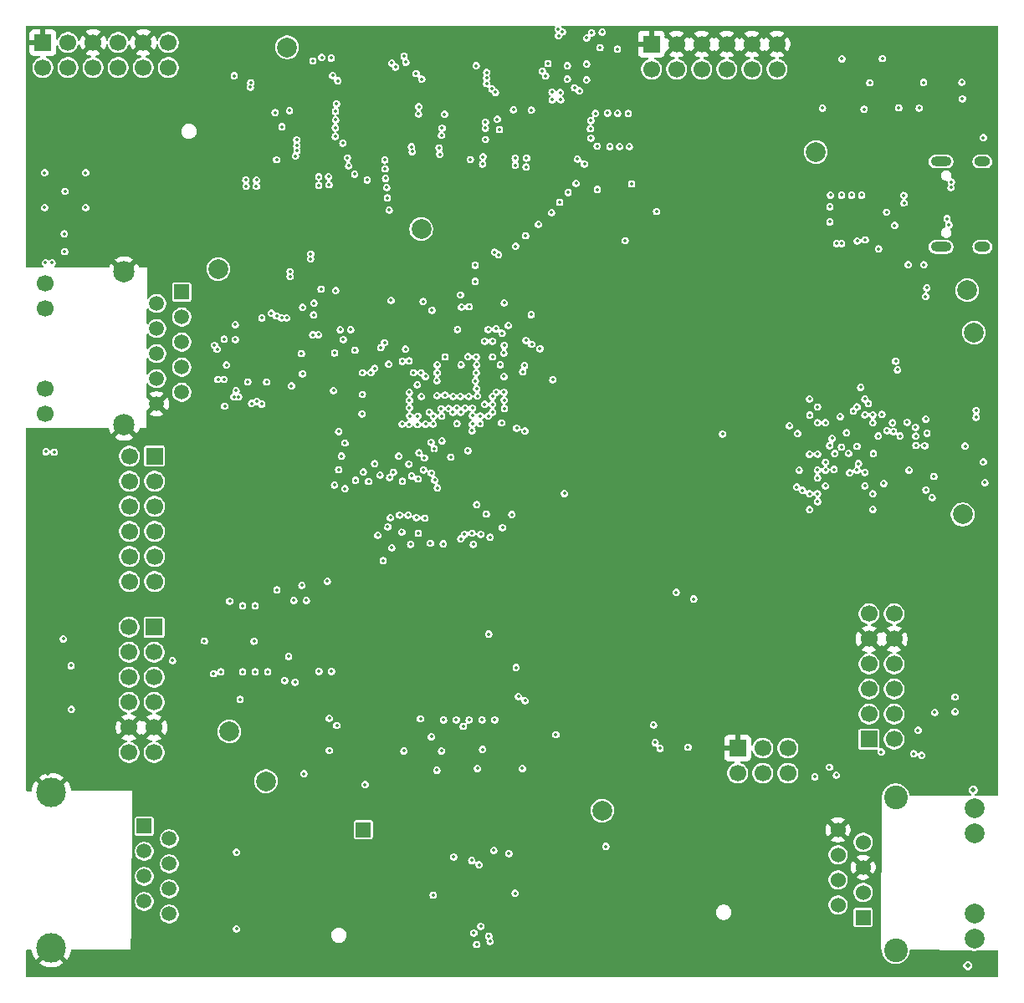
<source format=gbr>
G04 #@! TF.GenerationSoftware,KiCad,Pcbnew,9.0.3-9.0.3-0~ubuntu24.04.1*
G04 #@! TF.CreationDate,2025-07-25T17:12:13+02:00*
G04 #@! TF.ProjectId,acoustic-carrier-board,61636f75-7374-4696-932d-636172726965,rev?*
G04 #@! TF.SameCoordinates,Original*
G04 #@! TF.FileFunction,Copper,L2,Inr*
G04 #@! TF.FilePolarity,Positive*
%FSLAX46Y46*%
G04 Gerber Fmt 4.6, Leading zero omitted, Abs format (unit mm)*
G04 Created by KiCad (PCBNEW 9.0.3-9.0.3-0~ubuntu24.04.1) date 2025-07-25 17:12:13*
%MOMM*%
%LPD*%
G01*
G04 APERTURE LIST*
G04 #@! TA.AperFunction,ComponentPad*
%ADD10C,2.000000*%
G04 #@! TD*
G04 #@! TA.AperFunction,ComponentPad*
%ADD11R,1.500000X1.500000*%
G04 #@! TD*
G04 #@! TA.AperFunction,ComponentPad*
%ADD12C,1.500000*%
G04 #@! TD*
G04 #@! TA.AperFunction,ComponentPad*
%ADD13C,3.000000*%
G04 #@! TD*
G04 #@! TA.AperFunction,ComponentPad*
%ADD14R,1.700000X1.700000*%
G04 #@! TD*
G04 #@! TA.AperFunction,ComponentPad*
%ADD15C,1.700000*%
G04 #@! TD*
G04 #@! TA.AperFunction,ComponentPad*
%ADD16R,1.524000X1.524000*%
G04 #@! TD*
G04 #@! TA.AperFunction,ComponentPad*
%ADD17C,1.524000*%
G04 #@! TD*
G04 #@! TA.AperFunction,ComponentPad*
%ADD18C,1.999996*%
G04 #@! TD*
G04 #@! TA.AperFunction,ComponentPad*
%ADD19C,2.400046*%
G04 #@! TD*
G04 #@! TA.AperFunction,ComponentPad*
%ADD20R,1.520000X1.520000*%
G04 #@! TD*
G04 #@! TA.AperFunction,ComponentPad*
%ADD21C,1.520000*%
G04 #@! TD*
G04 #@! TA.AperFunction,ComponentPad*
%ADD22C,2.160000*%
G04 #@! TD*
G04 #@! TA.AperFunction,HeatsinkPad*
%ADD23O,1.600000X1.000000*%
G04 #@! TD*
G04 #@! TA.AperFunction,HeatsinkPad*
%ADD24O,2.100000X1.000000*%
G04 #@! TD*
G04 #@! TA.AperFunction,ViaPad*
%ADD25C,0.350000*%
G04 #@! TD*
G04 #@! TA.AperFunction,ViaPad*
%ADD26C,0.500000*%
G04 #@! TD*
G04 APERTURE END LIST*
D10*
X64740000Y-76940000D03*
D11*
X57250000Y-133380000D03*
D12*
X59790000Y-134650000D03*
X57250000Y-135920000D03*
X59790000Y-137190000D03*
X57250000Y-138460000D03*
X59790000Y-139730000D03*
X57250000Y-141000000D03*
X59790000Y-142270000D03*
D13*
X47850000Y-129975000D03*
X47850000Y-145675000D03*
D14*
X58250000Y-113220000D03*
D15*
X58250000Y-115760000D03*
X58250000Y-118300000D03*
X58250000Y-120840000D03*
X58250000Y-123380000D03*
X58250000Y-125920000D03*
X55710000Y-113220000D03*
X55710000Y-115760000D03*
X55710000Y-118300000D03*
X55710000Y-120840000D03*
X55710000Y-123380000D03*
X55710000Y-125920000D03*
D14*
X58295000Y-95895000D03*
D15*
X58295000Y-98435000D03*
X58295000Y-100975000D03*
X58295000Y-103515000D03*
X58295000Y-106055000D03*
X58295000Y-108595000D03*
X55755000Y-95895000D03*
X55755000Y-98435000D03*
X55755000Y-100975000D03*
X55755000Y-103515000D03*
X55755000Y-106055000D03*
X55755000Y-108595000D03*
D10*
X125230000Y-65090000D03*
D11*
X79430000Y-133730000D03*
D14*
X47000000Y-54000000D03*
D15*
X47000000Y-56540000D03*
X49540000Y-54000000D03*
X49540000Y-56540000D03*
X52080000Y-54000000D03*
X52080000Y-56540000D03*
X54620000Y-54000000D03*
X54620000Y-56540000D03*
X57160000Y-54000000D03*
X57160000Y-56540000D03*
X59700000Y-54000000D03*
X59700000Y-56540000D03*
D16*
X130005000Y-142630000D03*
D17*
X127465000Y-141370160D03*
X130005000Y-140090000D03*
X127465000Y-138830160D03*
X130005000Y-137550000D03*
X127465000Y-136290160D03*
X130005000Y-135010000D03*
X127465000Y-133750160D03*
D18*
X141254914Y-144815162D03*
X141254914Y-142275162D03*
X141254914Y-134104998D03*
X141254914Y-131564998D03*
D19*
X133304968Y-145940128D03*
X133304968Y-130440032D03*
D14*
X108580000Y-54160000D03*
D15*
X108580000Y-56700000D03*
X111120000Y-54160000D03*
X111120000Y-56700000D03*
X113660000Y-54160000D03*
X113660000Y-56700000D03*
X116200000Y-54160000D03*
X116200000Y-56700000D03*
X118740000Y-54160000D03*
X118740000Y-56700000D03*
X121280000Y-54160000D03*
X121280000Y-56700000D03*
D10*
X140540000Y-79100000D03*
X71720000Y-54490000D03*
X85290000Y-72900000D03*
D14*
X130605000Y-124575000D03*
D15*
X130605000Y-122035000D03*
X130605000Y-119495000D03*
X130605000Y-116955000D03*
X130605000Y-114415000D03*
X130605000Y-111875000D03*
X133145000Y-124575000D03*
X133145000Y-122035000D03*
X133145000Y-119495000D03*
X133145000Y-116955000D03*
X133145000Y-114415000D03*
X133145000Y-111875000D03*
D10*
X65870000Y-123800000D03*
X69570000Y-128830000D03*
D20*
X61050000Y-79270000D03*
D21*
X58510000Y-80440000D03*
X61050000Y-81810000D03*
X58510000Y-82980000D03*
X61050000Y-84350000D03*
X58510000Y-85520000D03*
X61050000Y-86890000D03*
X58510000Y-88060000D03*
X61050000Y-89430000D03*
X58510000Y-90600000D03*
D15*
X47270000Y-78360000D03*
X47270000Y-80900000D03*
X47270000Y-89080000D03*
X47270000Y-91620000D03*
D22*
X55220000Y-92730000D03*
X55220000Y-77250000D03*
D10*
X103600000Y-131800000D03*
D14*
X117310000Y-125470000D03*
D15*
X117310000Y-128010000D03*
X119850000Y-125470000D03*
X119850000Y-128010000D03*
X122390000Y-125470000D03*
X122390000Y-128010000D03*
D10*
X141230000Y-83380000D03*
X140080000Y-101800000D03*
D23*
X142080000Y-66050000D03*
D24*
X137900000Y-66050000D03*
D23*
X142080000Y-74690000D03*
D24*
X137900000Y-74690000D03*
D25*
X71260000Y-84260000D03*
X75550000Y-117170000D03*
X87360000Y-136310000D03*
X124592250Y-98907750D03*
X92320000Y-102010000D03*
X131892250Y-91017750D03*
X121080000Y-138630000D03*
X49420000Y-70480000D03*
X137445000Y-64990000D03*
X90140000Y-56380000D03*
X81780000Y-133230000D03*
X136570000Y-77810000D03*
D26*
X105100000Y-125000000D03*
X90200000Y-119400000D03*
D25*
X104090000Y-134390000D03*
X119930000Y-53490000D03*
X99710000Y-138750000D03*
X69600000Y-119080000D03*
X67750000Y-126170000D03*
X122812250Y-99707750D03*
X90500000Y-142800000D03*
X47250000Y-75180000D03*
X125402250Y-96507750D03*
X68770000Y-111710000D03*
X122942250Y-97197750D03*
D26*
X66500000Y-65200000D03*
D25*
X48960000Y-76330000D03*
X89260000Y-55350000D03*
D26*
X54900000Y-128000000D03*
X74265000Y-121575000D03*
D25*
X82810000Y-97960000D03*
X73710000Y-81200000D03*
X91820000Y-103700000D03*
X137682250Y-99597750D03*
X135060000Y-96860000D03*
X73730000Y-57730000D03*
X81740000Y-128450000D03*
D26*
X100400000Y-120300000D03*
X113320000Y-64960000D03*
D25*
X81130000Y-97090000D03*
X93480000Y-76040000D03*
X94900000Y-93850000D03*
D26*
X75850000Y-120550000D03*
D25*
X92070000Y-87050000D03*
X90960000Y-118400000D03*
X68100000Y-86280000D03*
X127770000Y-94170000D03*
X71430000Y-117860000D03*
D26*
X64600000Y-56500000D03*
D25*
X136280000Y-98710000D03*
X128312250Y-91947750D03*
D26*
X109100000Y-128900000D03*
D25*
X98250000Y-64350000D03*
X81900000Y-101660000D03*
X67730000Y-130440000D03*
X94100000Y-91450000D03*
X72200000Y-76620000D03*
X90510000Y-81420000D03*
X131092250Y-90977750D03*
X85490000Y-103860000D03*
X110162250Y-109977750D03*
D26*
X76100000Y-64900000D03*
D25*
X82900000Y-93850000D03*
X81300000Y-104340000D03*
X65310000Y-116282500D03*
X128290000Y-70670000D03*
X124592250Y-92507750D03*
X76925000Y-125712500D03*
D26*
X64000000Y-62100000D03*
D25*
X99360000Y-99170000D03*
X114850000Y-53400000D03*
X91700000Y-94480000D03*
X92790000Y-114010000D03*
X69042500Y-82905000D03*
X91390000Y-101240000D03*
X128485000Y-59725000D03*
X86380000Y-77400000D03*
X68370000Y-83040000D03*
X91130000Y-134930000D03*
X91320000Y-90260000D03*
X86570649Y-104400873D03*
X121080000Y-141640000D03*
D26*
X135100000Y-128800000D03*
D25*
X85665000Y-120430000D03*
X66130000Y-55600000D03*
D26*
X95400000Y-119370000D03*
D25*
X88500000Y-86650000D03*
X132850000Y-65120000D03*
X84950000Y-101650000D03*
X67770000Y-126960000D03*
X134534016Y-85753256D03*
X129652501Y-59657499D03*
X129590000Y-78030000D03*
X130202250Y-94967750D03*
X82400000Y-95980000D03*
X90150000Y-135830000D03*
X87655000Y-79800000D03*
X92780000Y-146010000D03*
X135140001Y-59389999D03*
X127887640Y-98907750D03*
X126270000Y-119610000D03*
X94630000Y-124090000D03*
X72140000Y-85550000D03*
X142340000Y-94960000D03*
X100340000Y-129240000D03*
X70020000Y-111970000D03*
X87000000Y-94730000D03*
X130430000Y-79990000D03*
X134204613Y-68999358D03*
X76470000Y-108580000D03*
X69190000Y-87200000D03*
X70980000Y-81150000D03*
D26*
X64600000Y-53300000D03*
D25*
X137772250Y-100637750D03*
X83700000Y-91450000D03*
X85160000Y-116880000D03*
D26*
X87800000Y-119400000D03*
D25*
X90913599Y-103371551D03*
X67550000Y-85310000D03*
X70550000Y-58080000D03*
D26*
X121000000Y-130700000D03*
D25*
X89130000Y-144610000D03*
X75675000Y-77315000D03*
X106470000Y-73650000D03*
X80800000Y-87470000D03*
X130992250Y-90037500D03*
X67740000Y-131160000D03*
X67570000Y-55560000D03*
X80480000Y-98430000D03*
X66680000Y-119090000D03*
X124592250Y-94907750D03*
X76643268Y-93790914D03*
X105230000Y-56182500D03*
X79804275Y-89750384D03*
X140680000Y-97500000D03*
X128010000Y-73348000D03*
D26*
X64700000Y-57900000D03*
D25*
X81900000Y-63320000D03*
D26*
X139400000Y-128800000D03*
D25*
X89300000Y-89050000D03*
X127685000Y-72385000D03*
X65800000Y-79300000D03*
X125470000Y-70630000D03*
X93790000Y-58600000D03*
X104390000Y-56800000D03*
X86910000Y-122900000D03*
X68477311Y-115104928D03*
D26*
X90800000Y-66800000D03*
D25*
X134245000Y-59725000D03*
D26*
X77400000Y-120400000D03*
D25*
X90100000Y-89050000D03*
X132192250Y-95082750D03*
D26*
X124400000Y-129900000D03*
D25*
X132690000Y-126030000D03*
X77170000Y-110010000D03*
X82900000Y-81850000D03*
X121010000Y-134260000D03*
X137950000Y-56540000D03*
X76520000Y-97800000D03*
D26*
X111300000Y-130700000D03*
D25*
X69905000Y-85335000D03*
X86900000Y-89050000D03*
X137390000Y-91570000D03*
D26*
X109530000Y-60990000D03*
D25*
X89310000Y-88250000D03*
X86860000Y-97560000D03*
X80970000Y-56070000D03*
X97650000Y-142820000D03*
X134762250Y-91047750D03*
X84490000Y-96140000D03*
X71910000Y-79030000D03*
X66580000Y-79090000D03*
X48680000Y-70480000D03*
X105190000Y-57660000D03*
X85500000Y-97850000D03*
X134357435Y-70698915D03*
D26*
X96200000Y-55500000D03*
X83200000Y-65400000D03*
D25*
X81730000Y-57260000D03*
D26*
X107000000Y-126900000D03*
D25*
X81320000Y-105900000D03*
X87200000Y-98330000D03*
X91220000Y-128350000D03*
X82570000Y-143250000D03*
X130992250Y-98907750D03*
X94900000Y-87468014D03*
X93790000Y-103630000D03*
D26*
X127920000Y-128900000D03*
D25*
X76820000Y-96410000D03*
X69110000Y-117590000D03*
X88500000Y-88250000D03*
X117460000Y-53480000D03*
X69090000Y-116940000D03*
X129610000Y-71500000D03*
D26*
X96500000Y-53600000D03*
D25*
X73090000Y-135180000D03*
D26*
X137500000Y-128800000D03*
D25*
X123990000Y-116000000D03*
D26*
X98000000Y-119400000D03*
D25*
X75975000Y-127417500D03*
X105930000Y-68240000D03*
X130510000Y-71460000D03*
X83700000Y-84250000D03*
D26*
X109020000Y-65510000D03*
X105520000Y-65680000D03*
X97900000Y-66400000D03*
D25*
X67730000Y-87730000D03*
D26*
X78200000Y-64800000D03*
D25*
X89800000Y-94620000D03*
X92735000Y-115410000D03*
X84080000Y-104300000D03*
D26*
X72600000Y-121500000D03*
D25*
X78970000Y-92030000D03*
X87600000Y-105280000D03*
X68120000Y-84170000D03*
D26*
X113990000Y-63490000D03*
D25*
X82900000Y-87450000D03*
X94060000Y-123200000D03*
X132562250Y-91607750D03*
X81650000Y-97740000D03*
D26*
X47500000Y-128000000D03*
D25*
X82670000Y-57730000D03*
X86445000Y-75475000D03*
X121030000Y-137240000D03*
X84760000Y-58240000D03*
X129410000Y-73468000D03*
X123142250Y-92587750D03*
X72040000Y-87080000D03*
D26*
X68400000Y-65500000D03*
X95000000Y-67200000D03*
D25*
X137600000Y-62890000D03*
X94060857Y-102067512D03*
X72460000Y-82650000D03*
D26*
X103300000Y-123100000D03*
X111890000Y-60890000D03*
D25*
X66500000Y-80485000D03*
D26*
X143300000Y-128800000D03*
D25*
X132090000Y-79410000D03*
D26*
X85800000Y-65900000D03*
D25*
X110440000Y-124880000D03*
X99490000Y-141850000D03*
D26*
X79600000Y-119430503D03*
D25*
X88010000Y-127790000D03*
X97850000Y-58040000D03*
X127060000Y-114000000D03*
X82070000Y-104660000D03*
X79340000Y-88390000D03*
X135230000Y-126910000D03*
D26*
X63500000Y-126800000D03*
X93000000Y-119420117D03*
D25*
X81880000Y-63840000D03*
D26*
X64600000Y-59500000D03*
D25*
X72190000Y-111820000D03*
X47280000Y-73410000D03*
X81400000Y-102910000D03*
D26*
X70200000Y-121600000D03*
X85300000Y-119400000D03*
D25*
X130210000Y-73348000D03*
X63183460Y-115081833D03*
D26*
X60920000Y-127940000D03*
D25*
X129560000Y-77460000D03*
X72910000Y-145540000D03*
X98110000Y-137490000D03*
X66280000Y-58345000D03*
X134420000Y-74700000D03*
X71365000Y-116977500D03*
X96285000Y-125425000D03*
X88500000Y-89050000D03*
X130992250Y-102107750D03*
X84210000Y-98500000D03*
D26*
X141900000Y-128800000D03*
D25*
X49370000Y-94325000D03*
X134200000Y-87100000D03*
D26*
X64600000Y-55200000D03*
D25*
X110090000Y-53450000D03*
X127032250Y-96454500D03*
X139265000Y-63680000D03*
X67450000Y-134770000D03*
X67420000Y-111710000D03*
X88500000Y-85850000D03*
X72040000Y-84590000D03*
X138517500Y-58012500D03*
X130772250Y-88747750D03*
X68110000Y-77920000D03*
X49330000Y-67720000D03*
X72130000Y-86160000D03*
X84700000Y-97620000D03*
D26*
X74300000Y-65100000D03*
D25*
X65040000Y-86360000D03*
D26*
X63600000Y-124100000D03*
D25*
X88240000Y-76560000D03*
X122910000Y-95697750D03*
X101170000Y-58220000D03*
X100470000Y-53640000D03*
X67150000Y-135450000D03*
X95730000Y-128350000D03*
X98210000Y-62630000D03*
X130192250Y-92507750D03*
X71740000Y-81150000D03*
X84860000Y-86250000D03*
X135320000Y-74700000D03*
X71600000Y-87230000D03*
X83970000Y-97260000D03*
X128562000Y-71508000D03*
X133232250Y-98017750D03*
D26*
X58200000Y-128000000D03*
X101800000Y-121600000D03*
D25*
X83940000Y-102460000D03*
D26*
X98000000Y-53200000D03*
D25*
X134742250Y-91817750D03*
X92450000Y-123875000D03*
X85010000Y-125140000D03*
D26*
X131750000Y-128770000D03*
D25*
X99090000Y-127950000D03*
X86250000Y-102170000D03*
D26*
X117500000Y-130700000D03*
D25*
X92100000Y-86330000D03*
X86570000Y-95620000D03*
X81870000Y-64360000D03*
X63980000Y-84310000D03*
D26*
X80800000Y-64800000D03*
D25*
X74250000Y-111730000D03*
X88500000Y-87450000D03*
X125510000Y-72250000D03*
X88280000Y-95490000D03*
X92950713Y-91873385D03*
X77980000Y-94290000D03*
X78090000Y-57890000D03*
X124562250Y-90817750D03*
X79740000Y-97960000D03*
X85840000Y-95150000D03*
X86100000Y-93850000D03*
X65050000Y-109990000D03*
X126792250Y-93007750D03*
X73400000Y-108100000D03*
D26*
X50700000Y-128000000D03*
D25*
X84850000Y-91080000D03*
X69140000Y-58470000D03*
X72110000Y-80400000D03*
X66990000Y-145850000D03*
D26*
X97600000Y-59100000D03*
D25*
X76410000Y-99430000D03*
X112392250Y-110797750D03*
D26*
X67200000Y-121700000D03*
D25*
X82920000Y-102320000D03*
X90100000Y-87450000D03*
X92860000Y-143500000D03*
X88890000Y-83830000D03*
X100175000Y-132195000D03*
X94100000Y-84250000D03*
D26*
X64600000Y-122000000D03*
D25*
X130992250Y-100507750D03*
X78050000Y-98760000D03*
X95490000Y-81510000D03*
X126192250Y-90907750D03*
X91640000Y-117310000D03*
D26*
X88400000Y-66400000D03*
D25*
X124592250Y-102107750D03*
X103430000Y-68310000D03*
X75560000Y-117670000D03*
X78540000Y-80180000D03*
X92160000Y-87850000D03*
D26*
X82500000Y-119400000D03*
D25*
X79600000Y-130080000D03*
X90120000Y-103280000D03*
X89270000Y-103460000D03*
X73880000Y-58340000D03*
D26*
X99580000Y-65890000D03*
D25*
X108790000Y-71640000D03*
X127530000Y-71480000D03*
X109300000Y-122700000D03*
X91810000Y-59050000D03*
X130532250Y-96137750D03*
X124592250Y-100507750D03*
X94852500Y-125477500D03*
X128650000Y-80040000D03*
D26*
X74300000Y-66900000D03*
D25*
X136350000Y-65950000D03*
X124592250Y-93254500D03*
X83354327Y-103105621D03*
D26*
X114300000Y-130700000D03*
D25*
X141350000Y-99190000D03*
D26*
X96600000Y-57200000D03*
D25*
X94800000Y-126400000D03*
D26*
X111320000Y-65290000D03*
X64600000Y-64400000D03*
D25*
X69320000Y-83840000D03*
X131822250Y-97877750D03*
X68010000Y-91520000D03*
X82000000Y-138340000D03*
X66195000Y-116425000D03*
X101220000Y-55670000D03*
X92400000Y-134170000D03*
X93820000Y-114000000D03*
D26*
X69900000Y-67000000D03*
X113820000Y-61270000D03*
D25*
X91090000Y-104800000D03*
X97870000Y-57390000D03*
X66810000Y-89900000D03*
X66550000Y-89252500D03*
X66467500Y-82585000D03*
X66330000Y-89890000D03*
X74880000Y-83600000D03*
X88520000Y-89850000D03*
X74430000Y-80400000D03*
X72520000Y-118790000D03*
X86367500Y-81112500D03*
X98480000Y-71220000D03*
X100150000Y-69180000D03*
X76520000Y-85440000D03*
X90100000Y-89850000D03*
X86890000Y-89765000D03*
X85482500Y-80227500D03*
X90860000Y-85850000D03*
X68600000Y-68570000D03*
X71450000Y-118630000D03*
X82232500Y-80112500D03*
X77820000Y-65680000D03*
X71870000Y-116180000D03*
X47250000Y-76300000D03*
X89260000Y-89850000D03*
X94850000Y-74630000D03*
X81780000Y-68680000D03*
X49070000Y-114420000D03*
X86900000Y-87450000D03*
X74910000Y-67610000D03*
X81630000Y-66800000D03*
X77940000Y-66480000D03*
X84070000Y-92670000D03*
X82040000Y-70970000D03*
X97150000Y-72410000D03*
X48150000Y-95500000D03*
X47310000Y-95450000D03*
X86900000Y-86640000D03*
X86870000Y-88250000D03*
X75960000Y-68410000D03*
X127320900Y-74359100D03*
X132380000Y-71180000D03*
X81860000Y-69750000D03*
X94890000Y-117310000D03*
X76410000Y-89260000D03*
X65010000Y-117757500D03*
X74310000Y-83610000D03*
X49850000Y-117120000D03*
X100960000Y-68260000D03*
X130210000Y-73988000D03*
X78550000Y-67330000D03*
X75900000Y-67590000D03*
X49875000Y-121545000D03*
X126710000Y-69456900D03*
X95838534Y-73572844D03*
X49240000Y-69070000D03*
X64260000Y-117940000D03*
X90020000Y-85810000D03*
X99300000Y-70180000D03*
X79820000Y-67910000D03*
X47930000Y-76320000D03*
X92110000Y-113920000D03*
X67540000Y-67910000D03*
X81600000Y-65890000D03*
X65390000Y-90827500D03*
X76630000Y-79120000D03*
X71155000Y-81897500D03*
X74910000Y-68480000D03*
X75160000Y-78990000D03*
X139310000Y-121780000D03*
X89320000Y-86640000D03*
X142337500Y-98587500D03*
X87700000Y-85850000D03*
X68610000Y-67930000D03*
X68655000Y-90360000D03*
X139310000Y-120300000D03*
X81680000Y-67770000D03*
X67560000Y-68560000D03*
X130108750Y-60763750D03*
X103090000Y-64490000D03*
X102450000Y-63680000D03*
X67985000Y-58515000D03*
X76855323Y-57874677D03*
X105370000Y-64530000D03*
X102410000Y-62730000D03*
X82695000Y-56475000D03*
X99180000Y-53300000D03*
X99160000Y-52630000D03*
X83730000Y-56000000D03*
X105170000Y-61160000D03*
X99350000Y-59050000D03*
X74320000Y-55870000D03*
X76320323Y-57339677D03*
X85333750Y-57706250D03*
X102920000Y-61170000D03*
X91911249Y-57020000D03*
X75220000Y-55500000D03*
X104380000Y-64540000D03*
X106240000Y-61180000D03*
X84768750Y-57141250D03*
X82300000Y-56080000D03*
X98520000Y-59020000D03*
X91911249Y-57590000D03*
X92791249Y-59038751D03*
X91911249Y-58158751D03*
X99400000Y-59790000D03*
X106350000Y-64530000D03*
X68040000Y-58080000D03*
X76180000Y-55570000D03*
X98540000Y-59790000D03*
X104130000Y-61130000D03*
X99560000Y-52920000D03*
X102450000Y-61890000D03*
X83550000Y-55380000D03*
X92441249Y-58688751D03*
X134570000Y-76500000D03*
X136130000Y-58040000D03*
X100075001Y-57695000D03*
X136150000Y-76510000D03*
X140055000Y-59700000D03*
X138930000Y-68130000D03*
X136330000Y-79730000D03*
X101290000Y-58900000D03*
X138500000Y-71840000D03*
X130690000Y-58080000D03*
X138680000Y-72480000D03*
X138900000Y-68690000D03*
X100810000Y-58580000D03*
X136450000Y-78850000D03*
X64720000Y-88130000D03*
X70650000Y-65870000D03*
X72690000Y-63840000D03*
X71655000Y-81897500D03*
X72550000Y-65490000D03*
X72010000Y-77700000D03*
X72155000Y-88772500D03*
X72710000Y-64960000D03*
X73142500Y-85510000D03*
X67730000Y-88370000D03*
X72010000Y-77200000D03*
X69642500Y-88385000D03*
X73270000Y-87550000D03*
X65310000Y-88130000D03*
X72700000Y-64440000D03*
X87400000Y-62660000D03*
X87330000Y-63400000D03*
X85020000Y-61230000D03*
X87655000Y-61265000D03*
X85040000Y-60490000D03*
X135680000Y-60630000D03*
X77360000Y-64180000D03*
X76710000Y-60200000D03*
X76600000Y-62640000D03*
X76620000Y-61840000D03*
X76610000Y-60960000D03*
X76590000Y-63510000D03*
X91790000Y-63820000D03*
X96430000Y-60840000D03*
X92980000Y-61760000D03*
X94630000Y-60815000D03*
X91770000Y-62070000D03*
X91770000Y-62690000D03*
X93205000Y-62815000D03*
X69155000Y-81897500D03*
X88835000Y-122610000D03*
X90135000Y-122610000D03*
X92735000Y-122610000D03*
X83540000Y-125760000D03*
X92640000Y-135835000D03*
X94147054Y-136152115D03*
X95120000Y-120250000D03*
X95800000Y-120670000D03*
D26*
X141151000Y-129700000D03*
X140600000Y-147500000D03*
D25*
X73420000Y-128060000D03*
X90400000Y-136850000D03*
X90900000Y-145370000D03*
X75975000Y-122450000D03*
X76740000Y-123180000D03*
X91435000Y-122610000D03*
X91491050Y-125600000D03*
X65580000Y-86660000D03*
X65342500Y-84060000D03*
X66467500Y-84085000D03*
X125892500Y-60650000D03*
X70130000Y-81410000D03*
X133600000Y-60612500D03*
X129410000Y-74108000D03*
X127828900Y-69456900D03*
X127828900Y-74359100D03*
X95525000Y-127535000D03*
X79610000Y-129160000D03*
X103970000Y-135430000D03*
X66590000Y-136020000D03*
X66590000Y-143780000D03*
X91150000Y-137290000D03*
X86860000Y-127710000D03*
X70505000Y-61095000D03*
X71190000Y-62530000D03*
X71955000Y-60890000D03*
X102530000Y-53010000D03*
X103380000Y-54520000D03*
X103610000Y-52940000D03*
X105140000Y-54670000D03*
X102040000Y-53540000D03*
X127855000Y-55660000D03*
X131955000Y-55625000D03*
X78640000Y-98340000D03*
X80890000Y-103910000D03*
X88890000Y-92600000D03*
X89300000Y-104270000D03*
X91260000Y-91850000D03*
X129392250Y-97307750D03*
X90430000Y-103700000D03*
X90910000Y-100810000D03*
X125392250Y-99707750D03*
X92500000Y-91450000D03*
X130537250Y-90582750D03*
X93473912Y-83450000D03*
X70680000Y-109450000D03*
X72380000Y-110512500D03*
X86650000Y-98320000D03*
X88500000Y-91450000D03*
X128332250Y-93527750D03*
X122540485Y-92815985D03*
X98610000Y-88140000D03*
X127822250Y-94987750D03*
X73280000Y-80810000D03*
X89670000Y-103810000D03*
X125125000Y-128375000D03*
X89720000Y-91050000D03*
X95889675Y-84171046D03*
X129392250Y-90907750D03*
X92265000Y-104105000D03*
X90430000Y-93330000D03*
X93710000Y-91070000D03*
X125392250Y-98107750D03*
X93500000Y-103130000D03*
X90460000Y-92650000D03*
X137250000Y-121850000D03*
X126600000Y-127400000D03*
X135130000Y-126040000D03*
X93420000Y-92530000D03*
X123882250Y-99357750D03*
X133292250Y-86267750D03*
X93684250Y-84665750D03*
X129762250Y-88927750D03*
X133492250Y-87147750D03*
X92500000Y-90650000D03*
X126192250Y-98907750D03*
X92500000Y-85850000D03*
X126192250Y-92507750D03*
X136982250Y-100100000D03*
X112852250Y-110367750D03*
X76190000Y-117687500D03*
X66953750Y-120553750D03*
X69750000Y-117757500D03*
X60110000Y-116600000D03*
X136372250Y-99315500D03*
X111090000Y-109690000D03*
X90480000Y-91780000D03*
X94460000Y-101810000D03*
X73650000Y-110512500D03*
X67210000Y-111050000D03*
X93656486Y-85456159D03*
X127702250Y-91897750D03*
X92500000Y-89850000D03*
X123532250Y-97317750D03*
X70640000Y-81700000D03*
X81990000Y-86580000D03*
X95568096Y-87333547D03*
X126636374Y-94823892D03*
X90000000Y-95340000D03*
X90470000Y-91020000D03*
X89300000Y-91450000D03*
X74920000Y-117687500D03*
X68480000Y-117757500D03*
X88280000Y-96000000D03*
X93290000Y-86650000D03*
X130192250Y-98907750D03*
X137150000Y-97950000D03*
X128637552Y-97583052D03*
X124577250Y-95707750D03*
X94940000Y-93060000D03*
X123282250Y-99027750D03*
X91700000Y-90650000D03*
X91860000Y-101760000D03*
X91310000Y-103810000D03*
X83330000Y-103580000D03*
X84900000Y-92690000D03*
X82090000Y-98050000D03*
X83010000Y-95880000D03*
X130192250Y-91707750D03*
X97300000Y-85010000D03*
X126192250Y-97307750D03*
X93680000Y-90230000D03*
X90140000Y-80770000D03*
X93110000Y-75490000D03*
X101800000Y-66300000D03*
X94100000Y-82650000D03*
X127137250Y-95632750D03*
X93660000Y-87830000D03*
X92890000Y-89420000D03*
X126192250Y-96507750D03*
X129014720Y-91340220D03*
X96470000Y-84568120D03*
X129535284Y-96650785D03*
X91260000Y-92610000D03*
X87380000Y-94350600D03*
X67210000Y-117757500D03*
X87360000Y-91830000D03*
X88060000Y-91080000D03*
X73210000Y-108980000D03*
X86310000Y-97610000D03*
X68480000Y-111050000D03*
X99777250Y-99682750D03*
X134652250Y-97307750D03*
X89350000Y-80790000D03*
X92707199Y-75238249D03*
X101090000Y-65800000D03*
X65907500Y-110582500D03*
X88880000Y-91050000D03*
X75790000Y-108570000D03*
X86930000Y-99120000D03*
X125392250Y-100507750D03*
X92070000Y-91830000D03*
X93650000Y-89410000D03*
X115783417Y-93647750D03*
X126866030Y-94099919D03*
X95736319Y-86729050D03*
X68380000Y-114640000D03*
X63330000Y-114630000D03*
X132102250Y-98667750D03*
X94785000Y-140180000D03*
X64370000Y-84672550D03*
X64630000Y-85080000D03*
X86505000Y-140370000D03*
X85210000Y-122500000D03*
X87340000Y-125760000D03*
X90980000Y-127540000D03*
X98910000Y-124100000D03*
X89550000Y-123270000D03*
X86310000Y-124320000D03*
X90250000Y-65850000D03*
X95950000Y-65700000D03*
X94800000Y-65710000D03*
X94810000Y-66420000D03*
X90890000Y-89050000D03*
X90770000Y-88260000D03*
X135309750Y-92967750D03*
X136252250Y-94837750D03*
X90980000Y-89800000D03*
X136352250Y-92147750D03*
X96420000Y-81570000D03*
X95780000Y-93340000D03*
X135352250Y-94817750D03*
X136472250Y-93567750D03*
X141450000Y-91270000D03*
X90860000Y-87450000D03*
X95900000Y-66620000D03*
X135332250Y-93867750D03*
X91540000Y-65580000D03*
X141450000Y-91960000D03*
X91500000Y-66300000D03*
X100075001Y-56345000D03*
X102015002Y-56179999D03*
X68125000Y-90555000D03*
X102015002Y-57779999D03*
X98115000Y-56125000D03*
X97550000Y-56890000D03*
X140320000Y-94870000D03*
X142175000Y-96475000D03*
X133205000Y-72530000D03*
X131570000Y-74900000D03*
X69155000Y-90620000D03*
X88572500Y-136485000D03*
X87535000Y-122610000D03*
X75975000Y-125712500D03*
X92261856Y-145053711D03*
X91310000Y-143520000D03*
X92110000Y-144520000D03*
X90610000Y-144200000D03*
X134150000Y-70271600D03*
X140000000Y-58012500D03*
X82460000Y-97530000D03*
X83086645Y-101860000D03*
X77390000Y-84085000D03*
X79290000Y-91610000D03*
X84080000Y-89430000D03*
X81570000Y-84400000D03*
X84060000Y-86250000D03*
X74400000Y-81600000D03*
X86210000Y-104710000D03*
X84960000Y-98210000D03*
X86290000Y-94500000D03*
X86500000Y-92650000D03*
X81430000Y-106480000D03*
X79430000Y-97510000D03*
X84990000Y-103710000D03*
X84030000Y-96700000D03*
X78150000Y-83085000D03*
X77090000Y-83085000D03*
X79960000Y-98460000D03*
X81890000Y-103040000D03*
X85300000Y-89850000D03*
X77580000Y-94560000D03*
X85615000Y-96085000D03*
X84796994Y-102115497D03*
X86510000Y-91840000D03*
X84310000Y-97910000D03*
X76940000Y-93420000D03*
X84100000Y-90240000D03*
X93690000Y-80370000D03*
X92070000Y-83060000D03*
X91700000Y-84250000D03*
X129860900Y-69456900D03*
X78570000Y-85170000D03*
X82310000Y-105170000D03*
X80570000Y-96660000D03*
X86100000Y-91450000D03*
X84210000Y-104830000D03*
X77560000Y-99200000D03*
X83350000Y-92650000D03*
X128844900Y-69456900D03*
X92860000Y-83010000D03*
X81120000Y-97810000D03*
X82160000Y-102130000D03*
X87300000Y-91090000D03*
X85510000Y-97290000D03*
X85649974Y-102179746D03*
X86600258Y-95145962D03*
X109110000Y-71120000D03*
X126647800Y-70638000D03*
X85060000Y-95560000D03*
X85710000Y-92660000D03*
X83380000Y-98440000D03*
X83960000Y-101870000D03*
X92500000Y-84250000D03*
X106580000Y-68320000D03*
X51325000Y-70720000D03*
X51330000Y-67180000D03*
X74090000Y-75910000D03*
X49160000Y-73370000D03*
X90745000Y-76545000D03*
X87170000Y-65330000D03*
X87100000Y-64680000D03*
X89260000Y-79570000D03*
X84300000Y-64560000D03*
X87700000Y-89720000D03*
X84370000Y-65050000D03*
X90900000Y-86650000D03*
X134130998Y-69468622D03*
X135930000Y-126210000D03*
X127300000Y-128200000D03*
X81190000Y-84910000D03*
X83380000Y-86280000D03*
X84500000Y-87450000D03*
X80570000Y-87010000D03*
X85710000Y-87830000D03*
X79350000Y-87450000D03*
X77210000Y-95890000D03*
X84100000Y-90980000D03*
X88960000Y-83070000D03*
X103110000Y-68880000D03*
X84890000Y-88660000D03*
X79340000Y-89650000D03*
X84120000Y-91830000D03*
X76930000Y-97280000D03*
X83700000Y-85050000D03*
X105930000Y-74060000D03*
X126647800Y-72162000D03*
X80204008Y-87435992D03*
X85270000Y-87450000D03*
X84940000Y-91840000D03*
X76510000Y-98820000D03*
X90569246Y-104820754D03*
X108790000Y-123130000D03*
X135570000Y-123660000D03*
X131850000Y-125870000D03*
X108960000Y-124910000D03*
X87520000Y-104780000D03*
X109460000Y-125500000D03*
X74100000Y-75430000D03*
X49200000Y-75180000D03*
X47180000Y-67180000D03*
X47175000Y-70720000D03*
X112290000Y-125390000D03*
X129392250Y-94907750D03*
X132987250Y-92507750D03*
X125392250Y-90907750D03*
X130992250Y-99707750D03*
X133082250Y-93397750D03*
X130992250Y-92507750D03*
X128542250Y-95607750D03*
X134462250Y-92457750D03*
X124592250Y-101307750D03*
X133752250Y-93857750D03*
X127072250Y-97237750D03*
X124592250Y-99707750D03*
X125392250Y-97307750D03*
X130992250Y-101297750D03*
X130192250Y-97547750D03*
X125402250Y-95687750D03*
X124612250Y-91737750D03*
X130192250Y-90107750D03*
X132419750Y-93305250D03*
X131543250Y-93858750D03*
X131052250Y-95627750D03*
X130992250Y-91707750D03*
X131912250Y-91667750D03*
X123382250Y-93607750D03*
X125392250Y-92507750D03*
X124592250Y-90107750D03*
X90845000Y-56350000D03*
X66360000Y-57360000D03*
X90745000Y-78195000D03*
X142175000Y-63640000D03*
G04 #@! TA.AperFunction,Conductor*
G36*
X98803365Y-52319407D02*
G01*
X98839329Y-52368907D01*
X98839329Y-52430093D01*
X98830910Y-52449001D01*
X98810091Y-52485059D01*
X98810090Y-52485061D01*
X98810090Y-52485062D01*
X98784500Y-52580565D01*
X98784500Y-52679435D01*
X98792540Y-52709440D01*
X98810091Y-52774942D01*
X98859523Y-52860559D01*
X98859525Y-52860562D01*
X98903961Y-52904998D01*
X98931737Y-52959513D01*
X98922166Y-53019945D01*
X98903962Y-53045000D01*
X98889530Y-53059433D01*
X98879523Y-53069440D01*
X98830091Y-53155057D01*
X98825937Y-53170562D01*
X98804500Y-53250565D01*
X98804500Y-53349435D01*
X98816726Y-53395062D01*
X98830091Y-53444942D01*
X98879523Y-53530559D01*
X98879525Y-53530562D01*
X98949438Y-53600475D01*
X98949440Y-53600476D01*
X99035058Y-53649908D01*
X99035056Y-53649908D01*
X99035060Y-53649909D01*
X99035062Y-53649910D01*
X99130565Y-53675500D01*
X99130567Y-53675500D01*
X99229433Y-53675500D01*
X99229435Y-53675500D01*
X99324938Y-53649910D01*
X99324940Y-53649908D01*
X99324942Y-53649908D01*
X99359219Y-53630118D01*
X99410562Y-53600475D01*
X99480475Y-53530562D01*
X99503567Y-53490565D01*
X101664500Y-53490565D01*
X101664500Y-53589435D01*
X101675401Y-53630118D01*
X101690091Y-53684942D01*
X101735815Y-53764136D01*
X101739525Y-53770562D01*
X101809438Y-53840475D01*
X101809440Y-53840476D01*
X101895058Y-53889908D01*
X101895056Y-53889908D01*
X101895060Y-53889909D01*
X101895062Y-53889910D01*
X101990565Y-53915500D01*
X101990567Y-53915500D01*
X102089433Y-53915500D01*
X102089435Y-53915500D01*
X102184938Y-53889910D01*
X102184940Y-53889908D01*
X102184942Y-53889908D01*
X102210377Y-53875222D01*
X102270562Y-53840475D01*
X102340475Y-53770562D01*
X102384921Y-53693580D01*
X102389908Y-53684942D01*
X102389908Y-53684940D01*
X102389910Y-53684938D01*
X102415500Y-53589435D01*
X102415500Y-53490565D01*
X102415500Y-53484500D01*
X102434407Y-53426309D01*
X102483907Y-53390345D01*
X102514500Y-53385500D01*
X102579433Y-53385500D01*
X102579435Y-53385500D01*
X102674938Y-53359910D01*
X102674940Y-53359908D01*
X102674942Y-53359908D01*
X102718173Y-53334948D01*
X102760562Y-53310475D01*
X102830475Y-53240562D01*
X102865222Y-53180377D01*
X102879908Y-53154942D01*
X102879908Y-53154940D01*
X102879910Y-53154938D01*
X102905500Y-53059435D01*
X102905500Y-52960565D01*
X102886744Y-52890565D01*
X103234500Y-52890565D01*
X103234500Y-52989435D01*
X103254731Y-53064938D01*
X103260091Y-53084942D01*
X103306025Y-53164500D01*
X103309525Y-53170562D01*
X103379438Y-53240475D01*
X103396916Y-53250566D01*
X103465058Y-53289908D01*
X103465056Y-53289908D01*
X103465060Y-53289909D01*
X103465062Y-53289910D01*
X103560565Y-53315500D01*
X103560567Y-53315500D01*
X103659433Y-53315500D01*
X103659435Y-53315500D01*
X103754938Y-53289910D01*
X103754940Y-53289908D01*
X103754942Y-53289908D01*
X103789579Y-53269910D01*
X103840562Y-53240475D01*
X103910475Y-53170562D01*
X103959910Y-53084938D01*
X103985500Y-52989435D01*
X103985500Y-52890565D01*
X103959910Y-52795062D01*
X103959908Y-52795059D01*
X103959908Y-52795057D01*
X103910476Y-52709440D01*
X103910475Y-52709438D01*
X103840562Y-52639525D01*
X103840559Y-52639523D01*
X103754941Y-52590091D01*
X103754943Y-52590091D01*
X103717885Y-52580161D01*
X103659435Y-52564500D01*
X103560565Y-52564500D01*
X103502114Y-52580161D01*
X103465057Y-52590091D01*
X103379440Y-52639523D01*
X103309523Y-52709440D01*
X103260091Y-52795057D01*
X103247181Y-52843240D01*
X103234500Y-52890565D01*
X102886744Y-52890565D01*
X102879910Y-52865062D01*
X102879908Y-52865059D01*
X102879908Y-52865057D01*
X102830476Y-52779440D01*
X102830475Y-52779438D01*
X102760562Y-52709525D01*
X102760415Y-52709440D01*
X102674941Y-52660091D01*
X102674943Y-52660091D01*
X102637282Y-52650000D01*
X102579435Y-52634500D01*
X102480565Y-52634500D01*
X102422718Y-52650000D01*
X102385057Y-52660091D01*
X102299440Y-52709523D01*
X102229523Y-52779440D01*
X102180091Y-52865057D01*
X102154500Y-52960566D01*
X102154500Y-53065500D01*
X102135593Y-53123691D01*
X102086093Y-53159655D01*
X102055500Y-53164500D01*
X101990565Y-53164500D01*
X101932114Y-53180161D01*
X101895057Y-53190091D01*
X101809440Y-53239523D01*
X101739523Y-53309440D01*
X101690091Y-53395057D01*
X101690090Y-53395062D01*
X101664500Y-53490565D01*
X99503567Y-53490565D01*
X99529910Y-53444938D01*
X99552276Y-53361463D01*
X99552370Y-53361130D01*
X99569039Y-53336026D01*
X99585426Y-53310793D01*
X99585985Y-53310508D01*
X99586217Y-53310159D01*
X99587898Y-53309533D01*
X99622102Y-53292105D01*
X99704938Y-53269910D01*
X99790562Y-53220475D01*
X99860475Y-53150562D01*
X99907531Y-53069059D01*
X99909908Y-53064942D01*
X99909908Y-53064940D01*
X99909910Y-53064938D01*
X99935500Y-52969435D01*
X99935500Y-52870565D01*
X99909910Y-52775062D01*
X99909908Y-52775059D01*
X99909908Y-52775057D01*
X99860476Y-52689440D01*
X99860475Y-52689438D01*
X99790562Y-52619525D01*
X99790559Y-52619523D01*
X99704941Y-52570091D01*
X99704943Y-52570091D01*
X99667885Y-52560161D01*
X99609435Y-52544500D01*
X99609433Y-52544500D01*
X99600679Y-52544500D01*
X99580470Y-52537934D01*
X99559368Y-52535469D01*
X99553214Y-52529078D01*
X99542488Y-52525593D01*
X99514375Y-52494005D01*
X99510421Y-52486970D01*
X99509910Y-52485062D01*
X99488773Y-52448452D01*
X99488522Y-52448005D01*
X99482619Y-52418562D01*
X99476368Y-52389151D01*
X99476612Y-52388601D01*
X99476495Y-52388013D01*
X99489026Y-52360720D01*
X99501255Y-52333256D01*
X99501774Y-52332955D01*
X99502026Y-52332409D01*
X99528208Y-52317693D01*
X99554243Y-52302663D01*
X99555117Y-52302571D01*
X99555365Y-52302432D01*
X99555874Y-52302491D01*
X99574826Y-52300500D01*
X143600500Y-52300500D01*
X143658691Y-52319407D01*
X143694655Y-52368907D01*
X143699500Y-52399500D01*
X143699500Y-130156803D01*
X143680593Y-130214994D01*
X143631093Y-130250958D01*
X143601379Y-130255799D01*
X141426223Y-130275110D01*
X141367867Y-130256720D01*
X141331465Y-130207541D01*
X141330922Y-130146358D01*
X141366445Y-130096541D01*
X141375838Y-130090381D01*
X141427613Y-130060489D01*
X141511489Y-129976613D01*
X141554326Y-129902418D01*
X141570797Y-129873890D01*
X141570797Y-129873888D01*
X141570799Y-129873886D01*
X141601500Y-129759309D01*
X141601500Y-129640691D01*
X141570799Y-129526114D01*
X141570797Y-129526111D01*
X141570797Y-129526109D01*
X141511492Y-129423391D01*
X141511490Y-129423389D01*
X141511489Y-129423387D01*
X141427613Y-129339511D01*
X141427610Y-129339509D01*
X141427608Y-129339507D01*
X141324889Y-129280202D01*
X141324890Y-129280202D01*
X141272070Y-129266049D01*
X141210309Y-129249500D01*
X141091691Y-129249500D01*
X141029930Y-129266049D01*
X140977109Y-129280202D01*
X140874391Y-129339507D01*
X140790507Y-129423391D01*
X140731202Y-129526109D01*
X140728686Y-129535500D01*
X140700500Y-129640691D01*
X140700500Y-129759309D01*
X140720698Y-129834689D01*
X140731202Y-129873890D01*
X140790507Y-129976608D01*
X140790509Y-129976610D01*
X140790511Y-129976613D01*
X140874387Y-130060489D01*
X140874389Y-130060490D01*
X140934465Y-130095176D01*
X140975405Y-130140646D01*
X140981800Y-130201496D01*
X140951207Y-130254484D01*
X140895311Y-130279370D01*
X140885843Y-130279908D01*
X134791591Y-130334013D01*
X134733235Y-130315623D01*
X134696833Y-130266444D01*
X134692931Y-130250504D01*
X134671007Y-130112079D01*
X134671006Y-130112075D01*
X134602884Y-129902418D01*
X134502803Y-129705998D01*
X134373227Y-129527652D01*
X134217348Y-129371773D01*
X134039002Y-129242197D01*
X134039001Y-129242196D01*
X134038999Y-129242195D01*
X133842582Y-129142116D01*
X133632920Y-129073992D01*
X133415195Y-129039509D01*
X133415192Y-129039509D01*
X133194744Y-129039509D01*
X133194741Y-129039509D01*
X132977015Y-129073992D01*
X132767353Y-129142116D01*
X132570936Y-129242195D01*
X132392589Y-129371772D01*
X132236708Y-129527653D01*
X132107131Y-129706000D01*
X132007052Y-129902417D01*
X131938928Y-130112079D01*
X131906400Y-130317461D01*
X131890801Y-130348182D01*
X131839999Y-145879999D01*
X131856330Y-145896473D01*
X131864063Y-145899032D01*
X131899762Y-145948724D01*
X131904445Y-145978813D01*
X131904445Y-146050355D01*
X131938928Y-146268080D01*
X132007052Y-146477742D01*
X132049713Y-146561470D01*
X132107133Y-146674162D01*
X132236709Y-146852508D01*
X132392588Y-147008387D01*
X132570934Y-147137963D01*
X132767354Y-147238044D01*
X132977011Y-147306166D01*
X132977012Y-147306166D01*
X132977015Y-147306167D01*
X133194741Y-147340651D01*
X133194744Y-147340651D01*
X133415195Y-147340651D01*
X133441903Y-147336421D01*
X133632920Y-147306167D01*
X133632921Y-147306166D01*
X133632925Y-147306166D01*
X133842582Y-147238044D01*
X134039002Y-147137963D01*
X134217348Y-147008387D01*
X134373227Y-146852508D01*
X134502803Y-146674162D01*
X134602884Y-146477742D01*
X134671006Y-146268085D01*
X134703010Y-146066017D01*
X134705491Y-146050355D01*
X134705491Y-145995188D01*
X134724398Y-145936997D01*
X134773898Y-145901033D01*
X134805027Y-145896189D01*
X140782393Y-145928827D01*
X140812438Y-145933671D01*
X140973791Y-145986099D01*
X140973795Y-145986100D01*
X141160430Y-146015660D01*
X141160433Y-146015660D01*
X141349398Y-146015660D01*
X141536026Y-145986101D01*
X141536027Y-145986100D01*
X141536031Y-145986100D01*
X141681756Y-145938750D01*
X141712876Y-145933907D01*
X143601042Y-145944217D01*
X143659127Y-145963442D01*
X143694820Y-146013138D01*
X143699500Y-146043216D01*
X143699500Y-148600500D01*
X143680593Y-148658691D01*
X143631093Y-148694655D01*
X143600500Y-148699500D01*
X45399500Y-148699500D01*
X45341309Y-148680593D01*
X45305345Y-148631093D01*
X45300500Y-148600500D01*
X45300500Y-145976838D01*
X45319407Y-145918647D01*
X45368907Y-145882683D01*
X45399132Y-145877840D01*
X45772096Y-145876496D01*
X45830350Y-145895192D01*
X45866492Y-145944562D01*
X45870601Y-145962571D01*
X45884220Y-146066012D01*
X45884220Y-146066015D01*
X45952075Y-146319255D01*
X45952078Y-146319262D01*
X46052403Y-146561470D01*
X46183492Y-146788522D01*
X46270079Y-146901364D01*
X47134152Y-146037291D01*
X47141049Y-146053942D01*
X47228599Y-146184970D01*
X47340030Y-146296401D01*
X47471058Y-146383951D01*
X47487705Y-146390846D01*
X46623633Y-147254919D01*
X46736477Y-147341507D01*
X46963529Y-147472596D01*
X47205737Y-147572921D01*
X47205744Y-147572924D01*
X47458986Y-147640779D01*
X47718912Y-147674999D01*
X47718914Y-147675000D01*
X47981086Y-147675000D01*
X47981087Y-147674999D01*
X48241010Y-147640779D01*
X48241015Y-147640779D01*
X48494255Y-147572924D01*
X48494262Y-147572921D01*
X48736470Y-147472596D01*
X48791731Y-147440691D01*
X140149500Y-147440691D01*
X140149500Y-147559309D01*
X140171330Y-147640779D01*
X140180202Y-147673890D01*
X140239507Y-147776608D01*
X140239509Y-147776610D01*
X140239511Y-147776613D01*
X140323387Y-147860489D01*
X140323389Y-147860490D01*
X140323391Y-147860492D01*
X140426110Y-147919797D01*
X140426111Y-147919797D01*
X140426114Y-147919799D01*
X140540691Y-147950500D01*
X140540693Y-147950500D01*
X140659307Y-147950500D01*
X140659309Y-147950500D01*
X140773886Y-147919799D01*
X140773888Y-147919797D01*
X140773890Y-147919797D01*
X140876608Y-147860492D01*
X140876608Y-147860491D01*
X140876613Y-147860489D01*
X140960489Y-147776613D01*
X141019156Y-147675000D01*
X141019797Y-147673890D01*
X141019797Y-147673888D01*
X141019799Y-147673886D01*
X141050500Y-147559309D01*
X141050500Y-147440691D01*
X141019799Y-147326114D01*
X141019797Y-147326111D01*
X141019797Y-147326109D01*
X140960492Y-147223391D01*
X140960490Y-147223389D01*
X140960489Y-147223387D01*
X140876613Y-147139511D01*
X140876610Y-147139509D01*
X140876608Y-147139507D01*
X140773889Y-147080202D01*
X140773890Y-147080202D01*
X140760351Y-147076574D01*
X140659309Y-147049500D01*
X140540691Y-147049500D01*
X140470567Y-147068289D01*
X140426109Y-147080202D01*
X140323391Y-147139507D01*
X140239507Y-147223391D01*
X140180202Y-147326109D01*
X140180201Y-147326114D01*
X140149500Y-147440691D01*
X48791731Y-147440691D01*
X48963532Y-147341501D01*
X49076365Y-147254919D01*
X49076365Y-147254918D01*
X48212293Y-146390846D01*
X48228942Y-146383951D01*
X48359970Y-146296401D01*
X48471401Y-146184970D01*
X48558951Y-146053942D01*
X48565847Y-146037293D01*
X49429918Y-146901365D01*
X49429919Y-146901365D01*
X49516501Y-146788532D01*
X49647596Y-146561470D01*
X49747921Y-146319262D01*
X49747924Y-146319255D01*
X49815779Y-146066017D01*
X49831369Y-145947594D01*
X49857709Y-145892368D01*
X49911480Y-145863173D01*
X49929160Y-145861516D01*
X55900000Y-145840000D01*
X55905195Y-145320565D01*
X90524500Y-145320565D01*
X90524500Y-145419435D01*
X90531179Y-145444360D01*
X90550091Y-145514942D01*
X90599523Y-145600559D01*
X90599525Y-145600562D01*
X90669438Y-145670475D01*
X90669440Y-145670476D01*
X90755058Y-145719908D01*
X90755056Y-145719908D01*
X90755060Y-145719909D01*
X90755062Y-145719910D01*
X90850565Y-145745500D01*
X90850567Y-145745500D01*
X90949433Y-145745500D01*
X90949435Y-145745500D01*
X91044938Y-145719910D01*
X91044940Y-145719908D01*
X91044942Y-145719908D01*
X91089372Y-145694256D01*
X91130562Y-145670475D01*
X91200475Y-145600562D01*
X91249910Y-145514938D01*
X91275500Y-145419435D01*
X91275500Y-145320565D01*
X91249910Y-145225062D01*
X91249908Y-145225059D01*
X91249908Y-145225057D01*
X91200476Y-145139440D01*
X91200475Y-145139438D01*
X91130562Y-145069525D01*
X91130559Y-145069523D01*
X91044941Y-145020091D01*
X91044943Y-145020091D01*
X91007885Y-145010161D01*
X90949435Y-144994500D01*
X90850565Y-144994500D01*
X90792114Y-145010161D01*
X90755057Y-145020091D01*
X90669440Y-145069523D01*
X90599523Y-145139440D01*
X90550091Y-145225057D01*
X90550090Y-145225062D01*
X90524500Y-145320565D01*
X55905195Y-145320565D01*
X55914968Y-144343518D01*
X76173500Y-144343518D01*
X76173500Y-144496481D01*
X76203341Y-144646496D01*
X76203341Y-144646498D01*
X76261873Y-144787808D01*
X76342695Y-144908768D01*
X76346853Y-144914990D01*
X76455010Y-145023147D01*
X76582189Y-145108125D01*
X76723503Y-145166659D01*
X76873521Y-145196500D01*
X76873522Y-145196500D01*
X77026478Y-145196500D01*
X77026479Y-145196500D01*
X77176497Y-145166659D01*
X77317811Y-145108125D01*
X77444990Y-145023147D01*
X77553147Y-144914990D01*
X77638125Y-144787811D01*
X77696659Y-144646497D01*
X77726500Y-144496479D01*
X77726500Y-144343521D01*
X77696659Y-144193503D01*
X77678874Y-144150565D01*
X90234500Y-144150565D01*
X90234500Y-144249435D01*
X90257067Y-144333657D01*
X90260091Y-144344942D01*
X90309523Y-144430559D01*
X90309525Y-144430562D01*
X90379438Y-144500475D01*
X90379440Y-144500476D01*
X90465058Y-144549908D01*
X90465056Y-144549908D01*
X90465060Y-144549909D01*
X90465062Y-144549910D01*
X90560565Y-144575500D01*
X90560567Y-144575500D01*
X90659433Y-144575500D01*
X90659435Y-144575500D01*
X90754938Y-144549910D01*
X90754940Y-144549908D01*
X90754942Y-144549908D01*
X90782417Y-144534045D01*
X90840562Y-144500475D01*
X90870472Y-144470565D01*
X91734500Y-144470565D01*
X91734500Y-144569435D01*
X91755149Y-144646497D01*
X91760091Y-144664942D01*
X91792273Y-144720681D01*
X91809525Y-144750562D01*
X91879438Y-144820475D01*
X91879440Y-144820476D01*
X91883319Y-144824355D01*
X91911096Y-144878872D01*
X91908942Y-144919981D01*
X91896599Y-144966049D01*
X91886356Y-145004276D01*
X91886356Y-145103146D01*
X91896081Y-145139440D01*
X91911947Y-145198653D01*
X91961379Y-145284270D01*
X91961381Y-145284273D01*
X92031294Y-145354186D01*
X92059835Y-145370664D01*
X92116914Y-145403619D01*
X92116912Y-145403619D01*
X92116916Y-145403620D01*
X92116918Y-145403621D01*
X92212421Y-145429211D01*
X92212423Y-145429211D01*
X92311289Y-145429211D01*
X92311291Y-145429211D01*
X92406794Y-145403621D01*
X92406796Y-145403619D01*
X92406798Y-145403619D01*
X92432233Y-145388933D01*
X92492418Y-145354186D01*
X92562331Y-145284273D01*
X92611766Y-145198649D01*
X92637356Y-145103146D01*
X92637356Y-145004276D01*
X92611766Y-144908773D01*
X92611764Y-144908770D01*
X92611764Y-144908768D01*
X92562332Y-144823151D01*
X92562331Y-144823149D01*
X92492418Y-144753236D01*
X92492415Y-144753234D01*
X92488536Y-144749355D01*
X92460759Y-144694838D01*
X92462912Y-144653731D01*
X92485500Y-144569435D01*
X92485500Y-144470565D01*
X92459910Y-144375062D01*
X92459908Y-144375059D01*
X92459908Y-144375057D01*
X92410476Y-144289440D01*
X92410475Y-144289438D01*
X92340562Y-144219525D01*
X92340559Y-144219523D01*
X92254941Y-144170091D01*
X92254943Y-144170091D01*
X92200487Y-144155500D01*
X92159435Y-144144500D01*
X92060565Y-144144500D01*
X92019513Y-144155500D01*
X91965057Y-144170091D01*
X91879440Y-144219523D01*
X91809523Y-144289440D01*
X91760091Y-144375057D01*
X91745783Y-144428453D01*
X91734500Y-144470565D01*
X90870472Y-144470565D01*
X90910475Y-144430562D01*
X90959910Y-144344938D01*
X90985500Y-144249435D01*
X90985500Y-144150565D01*
X90959910Y-144055062D01*
X90959908Y-144055059D01*
X90959908Y-144055057D01*
X90910476Y-143969440D01*
X90910475Y-143969438D01*
X90840562Y-143899525D01*
X90836019Y-143896902D01*
X90754941Y-143850091D01*
X90754943Y-143850091D01*
X90717885Y-143840161D01*
X90659435Y-143824500D01*
X90560565Y-143824500D01*
X90502114Y-143840161D01*
X90465057Y-143850091D01*
X90379440Y-143899523D01*
X90309523Y-143969440D01*
X90260091Y-144055057D01*
X90253280Y-144080476D01*
X90234500Y-144150565D01*
X77678874Y-144150565D01*
X77638125Y-144052189D01*
X77553147Y-143925010D01*
X77444990Y-143816853D01*
X77317811Y-143731875D01*
X77317810Y-143731874D01*
X77317808Y-143731873D01*
X77176497Y-143673341D01*
X77026481Y-143643500D01*
X77026479Y-143643500D01*
X76873521Y-143643500D01*
X76873518Y-143643500D01*
X76723503Y-143673341D01*
X76723501Y-143673341D01*
X76582191Y-143731873D01*
X76455013Y-143816850D01*
X76346850Y-143925013D01*
X76261873Y-144052191D01*
X76203341Y-144193501D01*
X76203341Y-144193503D01*
X76173500Y-144343518D01*
X55914968Y-144343518D01*
X55921099Y-143730565D01*
X66214500Y-143730565D01*
X66214500Y-143829435D01*
X66232202Y-143895500D01*
X66240091Y-143924942D01*
X66289523Y-144010559D01*
X66289525Y-144010562D01*
X66359438Y-144080475D01*
X66359440Y-144080476D01*
X66445058Y-144129908D01*
X66445056Y-144129908D01*
X66445060Y-144129909D01*
X66445062Y-144129910D01*
X66540565Y-144155500D01*
X66540567Y-144155500D01*
X66639433Y-144155500D01*
X66639435Y-144155500D01*
X66734938Y-144129910D01*
X66734940Y-144129908D01*
X66734942Y-144129908D01*
X66760377Y-144115222D01*
X66820562Y-144080475D01*
X66890475Y-144010562D01*
X66939867Y-143925013D01*
X66939908Y-143924942D01*
X66939908Y-143924940D01*
X66939910Y-143924938D01*
X66965500Y-143829435D01*
X66965500Y-143730565D01*
X66939910Y-143635062D01*
X66939908Y-143635059D01*
X66939908Y-143635057D01*
X66890476Y-143549440D01*
X66890475Y-143549438D01*
X66820562Y-143479525D01*
X66805043Y-143470565D01*
X90934500Y-143470565D01*
X90934500Y-143569435D01*
X90952085Y-143635062D01*
X90960091Y-143664942D01*
X90998736Y-143731875D01*
X91009525Y-143750562D01*
X91079438Y-143820475D01*
X91079440Y-143820476D01*
X91165058Y-143869908D01*
X91165056Y-143869908D01*
X91165060Y-143869909D01*
X91165062Y-143869910D01*
X91260565Y-143895500D01*
X91260567Y-143895500D01*
X91359433Y-143895500D01*
X91359435Y-143895500D01*
X91454938Y-143869910D01*
X91454940Y-143869908D01*
X91454942Y-143869908D01*
X91480377Y-143855222D01*
X91540562Y-143820475D01*
X91610475Y-143750562D01*
X91659910Y-143664938D01*
X91685500Y-143569435D01*
X91685500Y-143470565D01*
X91659910Y-143375062D01*
X91659908Y-143375059D01*
X91659908Y-143375057D01*
X91610476Y-143289440D01*
X91610475Y-143289438D01*
X91540562Y-143219525D01*
X91540559Y-143219523D01*
X91454941Y-143170091D01*
X91454943Y-143170091D01*
X91417885Y-143160161D01*
X91359435Y-143144500D01*
X91260565Y-143144500D01*
X91202114Y-143160161D01*
X91165057Y-143170091D01*
X91079440Y-143219523D01*
X91009523Y-143289440D01*
X90960091Y-143375057D01*
X90950260Y-143411748D01*
X90934500Y-143470565D01*
X66805043Y-143470565D01*
X66804468Y-143470233D01*
X66734941Y-143430091D01*
X66734943Y-143430091D01*
X66697885Y-143420161D01*
X66639435Y-143404500D01*
X66540565Y-143404500D01*
X66482114Y-143420161D01*
X66445057Y-143430091D01*
X66359440Y-143479523D01*
X66289523Y-143549440D01*
X66240091Y-143635057D01*
X66232085Y-143664938D01*
X66214500Y-143730565D01*
X55921099Y-143730565D01*
X55936644Y-142176381D01*
X58839500Y-142176381D01*
X58839500Y-142363618D01*
X58876026Y-142547249D01*
X58947677Y-142720229D01*
X58947681Y-142720238D01*
X59022065Y-142831559D01*
X59051698Y-142875908D01*
X59184092Y-143008302D01*
X59250463Y-143052649D01*
X59339761Y-143112318D01*
X59339767Y-143112320D01*
X59339769Y-143112322D01*
X59512749Y-143183973D01*
X59696384Y-143220500D01*
X59696385Y-143220500D01*
X59883615Y-143220500D01*
X59883616Y-143220500D01*
X60067251Y-143183973D01*
X60240231Y-143112322D01*
X60240234Y-143112319D01*
X60240238Y-143112318D01*
X60285187Y-143082282D01*
X60395908Y-143008302D01*
X60528302Y-142875908D01*
X60602282Y-142765187D01*
X60632318Y-142720238D01*
X60632319Y-142720234D01*
X60632322Y-142720231D01*
X60703973Y-142547251D01*
X60740500Y-142363616D01*
X60740500Y-142176384D01*
X60710093Y-142023518D01*
X115113500Y-142023518D01*
X115113500Y-142176481D01*
X115143341Y-142326496D01*
X115143341Y-142326498D01*
X115201873Y-142467808D01*
X115254953Y-142547249D01*
X115286853Y-142594990D01*
X115395010Y-142703147D01*
X115522189Y-142788125D01*
X115663503Y-142846659D01*
X115813521Y-142876500D01*
X115813522Y-142876500D01*
X115966478Y-142876500D01*
X115966479Y-142876500D01*
X116116497Y-142846659D01*
X116257811Y-142788125D01*
X116384990Y-142703147D01*
X116493147Y-142594990D01*
X116578125Y-142467811D01*
X116636659Y-142326497D01*
X116666500Y-142176479D01*
X116666500Y-142023521D01*
X116636659Y-141873503D01*
X116580657Y-141738301D01*
X116578126Y-141732191D01*
X116566305Y-141714500D01*
X116493147Y-141605010D01*
X116384990Y-141496853D01*
X116379358Y-141493090D01*
X116257808Y-141411873D01*
X116137310Y-141361962D01*
X116116497Y-141353341D01*
X115966481Y-141323500D01*
X115966479Y-141323500D01*
X115813521Y-141323500D01*
X115813518Y-141323500D01*
X115663503Y-141353341D01*
X115663501Y-141353341D01*
X115522191Y-141411873D01*
X115395013Y-141496850D01*
X115286850Y-141605013D01*
X115201873Y-141732191D01*
X115143341Y-141873501D01*
X115143341Y-141873503D01*
X115113500Y-142023518D01*
X60710093Y-142023518D01*
X60703973Y-141992749D01*
X60632322Y-141819769D01*
X60632320Y-141819767D01*
X60632318Y-141819761D01*
X60567960Y-141723445D01*
X60528302Y-141664092D01*
X60395908Y-141531698D01*
X60338127Y-141493090D01*
X60240238Y-141427681D01*
X60240229Y-141427677D01*
X60067249Y-141356026D01*
X59883618Y-141319500D01*
X59883616Y-141319500D01*
X59696384Y-141319500D01*
X59696381Y-141319500D01*
X59512750Y-141356026D01*
X59339770Y-141427677D01*
X59339761Y-141427681D01*
X59184092Y-141531698D01*
X59184088Y-141531701D01*
X59051701Y-141664088D01*
X59051698Y-141664092D01*
X58947681Y-141819761D01*
X58947677Y-141819770D01*
X58876026Y-141992750D01*
X58839500Y-142176381D01*
X55936644Y-142176381D01*
X55948255Y-141015510D01*
X55949347Y-140906381D01*
X56299500Y-140906381D01*
X56299500Y-141093618D01*
X56336026Y-141277249D01*
X56407677Y-141450229D01*
X56407681Y-141450238D01*
X56462112Y-141531698D01*
X56511698Y-141605908D01*
X56644092Y-141738302D01*
X56710463Y-141782649D01*
X56799761Y-141842318D01*
X56799767Y-141842320D01*
X56799769Y-141842322D01*
X56972749Y-141913973D01*
X57156384Y-141950500D01*
X57156385Y-141950500D01*
X57343615Y-141950500D01*
X57343616Y-141950500D01*
X57527251Y-141913973D01*
X57700231Y-141842322D01*
X57700234Y-141842319D01*
X57700238Y-141842318D01*
X57752091Y-141807670D01*
X57855908Y-141738302D01*
X57988302Y-141605908D01*
X58063685Y-141493090D01*
X58092318Y-141450238D01*
X58092319Y-141450234D01*
X58092322Y-141450231D01*
X58163973Y-141277251D01*
X58164349Y-141275359D01*
X126502500Y-141275359D01*
X126502500Y-141464960D01*
X126539487Y-141650908D01*
X126539489Y-141650914D01*
X126612043Y-141826074D01*
X126612044Y-141826075D01*
X126717378Y-141983718D01*
X126851442Y-142117782D01*
X127009085Y-142223116D01*
X127184249Y-142295672D01*
X127370202Y-142332660D01*
X127370203Y-142332660D01*
X127559797Y-142332660D01*
X127559798Y-142332660D01*
X127745751Y-142295672D01*
X127920915Y-142223116D01*
X128078558Y-142117782D01*
X128212622Y-141983718D01*
X128303137Y-141848253D01*
X129042500Y-141848253D01*
X129042500Y-143411746D01*
X129042501Y-143411758D01*
X129054132Y-143470227D01*
X129054134Y-143470233D01*
X129060343Y-143479525D01*
X129098448Y-143536552D01*
X129164769Y-143580867D01*
X129209231Y-143589711D01*
X129223241Y-143592498D01*
X129223246Y-143592498D01*
X129223252Y-143592500D01*
X129223253Y-143592500D01*
X130786747Y-143592500D01*
X130786748Y-143592500D01*
X130845231Y-143580867D01*
X130911552Y-143536552D01*
X130955867Y-143470231D01*
X130967500Y-143411748D01*
X130967500Y-141848252D01*
X130966320Y-141842322D01*
X130963089Y-141826075D01*
X130955867Y-141789769D01*
X130911552Y-141723448D01*
X130898161Y-141714500D01*
X130845233Y-141679134D01*
X130845231Y-141679133D01*
X130845228Y-141679132D01*
X130845227Y-141679132D01*
X130786758Y-141667501D01*
X130786748Y-141667500D01*
X129223252Y-141667500D01*
X129223251Y-141667500D01*
X129223241Y-141667501D01*
X129164772Y-141679132D01*
X129164766Y-141679134D01*
X129098451Y-141723445D01*
X129098445Y-141723451D01*
X129054134Y-141789766D01*
X129054132Y-141789772D01*
X129042501Y-141848241D01*
X129042500Y-141848253D01*
X128303137Y-141848253D01*
X128317956Y-141826075D01*
X128390512Y-141650911D01*
X128427500Y-141464958D01*
X128427500Y-141275362D01*
X128390512Y-141089409D01*
X128317956Y-140914245D01*
X128212622Y-140756602D01*
X128078558Y-140622538D01*
X127963884Y-140545915D01*
X127920914Y-140517203D01*
X127745754Y-140444649D01*
X127745748Y-140444647D01*
X127559800Y-140407660D01*
X127559798Y-140407660D01*
X127370202Y-140407660D01*
X127370199Y-140407660D01*
X127184251Y-140444647D01*
X127184245Y-140444649D01*
X127009085Y-140517203D01*
X126851442Y-140622538D01*
X126851438Y-140622541D01*
X126717381Y-140756598D01*
X126717378Y-140756602D01*
X126612043Y-140914245D01*
X126539489Y-141089405D01*
X126539487Y-141089411D01*
X126502500Y-141275359D01*
X58164349Y-141275359D01*
X58200500Y-141093616D01*
X58200500Y-140906384D01*
X58163973Y-140722749D01*
X58092322Y-140549769D01*
X58092320Y-140549767D01*
X58092318Y-140549761D01*
X58022082Y-140444647D01*
X57988302Y-140394092D01*
X57855908Y-140261698D01*
X57807620Y-140229433D01*
X57700238Y-140157681D01*
X57700229Y-140157677D01*
X57527249Y-140086026D01*
X57343618Y-140049500D01*
X57343616Y-140049500D01*
X57156384Y-140049500D01*
X57156381Y-140049500D01*
X56972750Y-140086026D01*
X56799770Y-140157677D01*
X56799761Y-140157681D01*
X56644092Y-140261698D01*
X56644088Y-140261701D01*
X56511701Y-140394088D01*
X56511698Y-140394092D01*
X56407681Y-140549761D01*
X56407677Y-140549770D01*
X56336026Y-140722750D01*
X56299500Y-140906381D01*
X55949347Y-140906381D01*
X55962049Y-139636381D01*
X58839500Y-139636381D01*
X58839500Y-139823618D01*
X58876026Y-140007249D01*
X58947677Y-140180229D01*
X58947681Y-140180238D01*
X59000359Y-140259074D01*
X59051698Y-140335908D01*
X59184092Y-140468302D01*
X59250463Y-140512649D01*
X59339761Y-140572318D01*
X59339767Y-140572320D01*
X59339769Y-140572322D01*
X59512749Y-140643973D01*
X59696384Y-140680500D01*
X59696385Y-140680500D01*
X59883615Y-140680500D01*
X59883616Y-140680500D01*
X60067251Y-140643973D01*
X60240231Y-140572322D01*
X60240234Y-140572319D01*
X60240238Y-140572318D01*
X60303708Y-140529908D01*
X60395908Y-140468302D01*
X60528302Y-140335908D01*
X60538554Y-140320565D01*
X86129500Y-140320565D01*
X86129500Y-140419435D01*
X86136256Y-140444647D01*
X86155091Y-140514942D01*
X86204523Y-140600559D01*
X86204525Y-140600562D01*
X86274438Y-140670475D01*
X86274440Y-140670476D01*
X86360058Y-140719908D01*
X86360056Y-140719908D01*
X86360060Y-140719909D01*
X86360062Y-140719910D01*
X86455565Y-140745500D01*
X86455567Y-140745500D01*
X86554433Y-140745500D01*
X86554435Y-140745500D01*
X86649938Y-140719910D01*
X86649940Y-140719908D01*
X86649942Y-140719908D01*
X86678255Y-140703561D01*
X86735562Y-140670475D01*
X86805475Y-140600562D01*
X86853602Y-140517204D01*
X86854908Y-140514942D01*
X86854908Y-140514940D01*
X86854910Y-140514938D01*
X86880500Y-140419435D01*
X86880500Y-140320565D01*
X86854910Y-140225062D01*
X86854908Y-140225059D01*
X86854908Y-140225057D01*
X86825185Y-140173576D01*
X86805476Y-140139440D01*
X86805475Y-140139438D01*
X86796602Y-140130565D01*
X94409500Y-140130565D01*
X94409500Y-140229435D01*
X94417442Y-140259074D01*
X94435091Y-140324942D01*
X94484523Y-140410559D01*
X94484525Y-140410562D01*
X94554438Y-140480475D01*
X94554440Y-140480476D01*
X94640058Y-140529908D01*
X94640056Y-140529908D01*
X94640060Y-140529909D01*
X94640062Y-140529910D01*
X94735565Y-140555500D01*
X94735567Y-140555500D01*
X94834433Y-140555500D01*
X94834435Y-140555500D01*
X94929938Y-140529910D01*
X94929940Y-140529908D01*
X94929942Y-140529908D01*
X94955870Y-140514938D01*
X95015562Y-140480475D01*
X95085475Y-140410562D01*
X95128575Y-140335911D01*
X95134908Y-140324942D01*
X95134908Y-140324940D01*
X95134910Y-140324938D01*
X95160500Y-140229435D01*
X95160500Y-140130565D01*
X95134910Y-140035062D01*
X95126266Y-140020091D01*
X95111895Y-139995199D01*
X129042500Y-139995199D01*
X129042500Y-140184800D01*
X129079487Y-140370748D01*
X129079489Y-140370754D01*
X129152043Y-140545914D01*
X129186995Y-140598223D01*
X129257378Y-140703558D01*
X129391442Y-140837622D01*
X129549085Y-140942956D01*
X129724249Y-141015512D01*
X129910202Y-141052500D01*
X129910203Y-141052500D01*
X130099797Y-141052500D01*
X130099798Y-141052500D01*
X130285751Y-141015512D01*
X130460915Y-140942956D01*
X130618558Y-140837622D01*
X130752622Y-140703558D01*
X130857956Y-140545915D01*
X130930512Y-140370751D01*
X130967500Y-140184798D01*
X130967500Y-139995202D01*
X130930512Y-139809249D01*
X130857956Y-139634085D01*
X130752622Y-139476442D01*
X130618558Y-139342378D01*
X130460915Y-139237044D01*
X130460916Y-139237044D01*
X130460914Y-139237043D01*
X130285754Y-139164489D01*
X130285748Y-139164487D01*
X130099800Y-139127500D01*
X130099798Y-139127500D01*
X129910202Y-139127500D01*
X129910199Y-139127500D01*
X129724251Y-139164487D01*
X129724245Y-139164489D01*
X129549085Y-139237043D01*
X129391442Y-139342378D01*
X129391438Y-139342381D01*
X129257381Y-139476438D01*
X129257378Y-139476442D01*
X129152043Y-139634085D01*
X129079489Y-139809245D01*
X129079487Y-139809251D01*
X129042500Y-139995199D01*
X95111895Y-139995199D01*
X95085476Y-139949440D01*
X95085475Y-139949438D01*
X95015562Y-139879525D01*
X95015559Y-139879523D01*
X94929941Y-139830091D01*
X94929943Y-139830091D01*
X94892885Y-139820161D01*
X94834435Y-139804500D01*
X94735565Y-139804500D01*
X94677114Y-139820161D01*
X94640057Y-139830091D01*
X94554440Y-139879523D01*
X94484523Y-139949440D01*
X94435091Y-140035057D01*
X94435090Y-140035062D01*
X94409500Y-140130565D01*
X86796602Y-140130565D01*
X86735562Y-140069525D01*
X86700878Y-140049500D01*
X86649941Y-140020091D01*
X86649943Y-140020091D01*
X86602022Y-140007251D01*
X86554435Y-139994500D01*
X86455565Y-139994500D01*
X86407978Y-140007251D01*
X86360057Y-140020091D01*
X86274440Y-140069523D01*
X86204523Y-140139440D01*
X86155091Y-140225057D01*
X86140783Y-140278453D01*
X86129500Y-140320565D01*
X60538554Y-140320565D01*
X60599445Y-140229435D01*
X60632318Y-140180238D01*
X60632319Y-140180234D01*
X60632322Y-140180231D01*
X60703973Y-140007251D01*
X60740500Y-139823616D01*
X60740500Y-139636384D01*
X60703973Y-139452749D01*
X60632322Y-139279769D01*
X60632320Y-139279767D01*
X60632318Y-139279761D01*
X60555294Y-139164489D01*
X60528302Y-139124092D01*
X60395908Y-138991698D01*
X60351559Y-138962065D01*
X60240238Y-138887681D01*
X60240229Y-138887677D01*
X60201667Y-138871704D01*
X60067251Y-138816027D01*
X60067249Y-138816026D01*
X59883618Y-138779500D01*
X59883616Y-138779500D01*
X59696384Y-138779500D01*
X59696381Y-138779500D01*
X59512750Y-138816026D01*
X59339770Y-138887677D01*
X59339761Y-138887681D01*
X59184092Y-138991698D01*
X59184088Y-138991701D01*
X59051701Y-139124088D01*
X59051698Y-139124092D01*
X58947681Y-139279761D01*
X58947677Y-139279770D01*
X58876026Y-139452750D01*
X58839500Y-139636381D01*
X55962049Y-139636381D01*
X55962108Y-139630530D01*
X55974751Y-138366381D01*
X56299500Y-138366381D01*
X56299500Y-138553618D01*
X56336026Y-138737249D01*
X56407677Y-138910229D01*
X56407681Y-138910238D01*
X56462112Y-138991698D01*
X56511698Y-139065908D01*
X56644092Y-139198302D01*
X56702072Y-139237043D01*
X56799761Y-139302318D01*
X56799767Y-139302320D01*
X56799769Y-139302322D01*
X56972749Y-139373973D01*
X57156384Y-139410500D01*
X57156385Y-139410500D01*
X57343615Y-139410500D01*
X57343616Y-139410500D01*
X57527251Y-139373973D01*
X57700231Y-139302322D01*
X57700234Y-139302319D01*
X57700238Y-139302318D01*
X57745187Y-139272282D01*
X57855908Y-139198302D01*
X57988302Y-139065908D01*
X58062282Y-138955187D01*
X58092318Y-138910238D01*
X58092319Y-138910234D01*
X58092322Y-138910231D01*
X58163973Y-138737251D01*
X58164349Y-138735359D01*
X126502500Y-138735359D01*
X126502500Y-138924960D01*
X126539487Y-139110908D01*
X126539489Y-139110914D01*
X126612043Y-139286074D01*
X126612044Y-139286075D01*
X126717378Y-139443718D01*
X126851442Y-139577782D01*
X127009085Y-139683116D01*
X127184249Y-139755672D01*
X127370202Y-139792660D01*
X127370203Y-139792660D01*
X127559797Y-139792660D01*
X127559798Y-139792660D01*
X127745751Y-139755672D01*
X127920915Y-139683116D01*
X128078558Y-139577782D01*
X128212622Y-139443718D01*
X128317956Y-139286075D01*
X128390512Y-139110911D01*
X128427500Y-138924958D01*
X128427500Y-138735362D01*
X128390512Y-138549409D01*
X128317956Y-138374245D01*
X128212622Y-138216602D01*
X128078558Y-138082538D01*
X127969640Y-138009761D01*
X127920914Y-137977203D01*
X127745754Y-137904649D01*
X127745748Y-137904647D01*
X127559800Y-137867660D01*
X127559798Y-137867660D01*
X127370202Y-137867660D01*
X127370199Y-137867660D01*
X127184251Y-137904647D01*
X127184245Y-137904649D01*
X127009085Y-137977203D01*
X126851442Y-138082538D01*
X126851438Y-138082541D01*
X126717381Y-138216598D01*
X126717378Y-138216602D01*
X126612043Y-138374245D01*
X126539489Y-138549405D01*
X126539487Y-138549411D01*
X126502500Y-138735359D01*
X58164349Y-138735359D01*
X58200500Y-138553616D01*
X58200500Y-138366384D01*
X58163973Y-138182749D01*
X58092322Y-138009769D01*
X58092320Y-138009767D01*
X58092318Y-138009761D01*
X58021351Y-137903554D01*
X57988302Y-137854092D01*
X57855908Y-137721698D01*
X57811559Y-137692065D01*
X57700238Y-137617681D01*
X57700229Y-137617677D01*
X57527249Y-137546026D01*
X57343618Y-137509500D01*
X57343616Y-137509500D01*
X57156384Y-137509500D01*
X57156381Y-137509500D01*
X56972750Y-137546026D01*
X56799770Y-137617677D01*
X56799761Y-137617681D01*
X56644092Y-137721698D01*
X56644088Y-137721701D01*
X56511701Y-137854088D01*
X56511698Y-137854092D01*
X56407681Y-138009761D01*
X56407677Y-138009770D01*
X56336026Y-138182750D01*
X56299500Y-138366381D01*
X55974751Y-138366381D01*
X55974810Y-138360530D01*
X55987454Y-137096381D01*
X58839500Y-137096381D01*
X58839500Y-137283618D01*
X58876026Y-137467249D01*
X58947677Y-137640229D01*
X58947681Y-137640238D01*
X59022065Y-137751559D01*
X59051698Y-137795908D01*
X59184092Y-137928302D01*
X59245516Y-137969344D01*
X59339761Y-138032318D01*
X59339767Y-138032320D01*
X59339769Y-138032322D01*
X59512749Y-138103973D01*
X59696384Y-138140500D01*
X59696385Y-138140500D01*
X59883615Y-138140500D01*
X59883616Y-138140500D01*
X60067251Y-138103973D01*
X60240231Y-138032322D01*
X60240234Y-138032319D01*
X60240238Y-138032318D01*
X60288586Y-138000012D01*
X60395908Y-137928302D01*
X60528302Y-137795908D01*
X60626246Y-137649325D01*
X60632318Y-137640238D01*
X60632319Y-137640234D01*
X60632322Y-137640231D01*
X60703973Y-137467251D01*
X60740500Y-137283616D01*
X60740500Y-137096384D01*
X60703973Y-136912749D01*
X60632322Y-136739769D01*
X60632320Y-136739767D01*
X60632318Y-136739761D01*
X60558935Y-136629938D01*
X60528302Y-136584092D01*
X60395908Y-136451698D01*
X60371763Y-136435565D01*
X88197000Y-136435565D01*
X88197000Y-136534435D01*
X88206773Y-136570908D01*
X88222591Y-136629942D01*
X88272023Y-136715559D01*
X88272025Y-136715562D01*
X88341938Y-136785475D01*
X88341940Y-136785476D01*
X88427558Y-136834908D01*
X88427556Y-136834908D01*
X88427560Y-136834909D01*
X88427562Y-136834910D01*
X88523065Y-136860500D01*
X88523067Y-136860500D01*
X88621933Y-136860500D01*
X88621935Y-136860500D01*
X88717438Y-136834910D01*
X88717440Y-136834908D01*
X88717442Y-136834908D01*
X88742877Y-136820222D01*
X88776925Y-136800565D01*
X90024500Y-136800565D01*
X90024500Y-136899435D01*
X90035394Y-136940091D01*
X90050091Y-136994942D01*
X90087329Y-137059438D01*
X90099525Y-137080562D01*
X90169438Y-137150475D01*
X90169440Y-137150476D01*
X90255058Y-137199908D01*
X90255056Y-137199908D01*
X90255060Y-137199909D01*
X90255062Y-137199910D01*
X90350565Y-137225500D01*
X90350567Y-137225500D01*
X90449433Y-137225500D01*
X90449435Y-137225500D01*
X90544938Y-137199910D01*
X90626000Y-137153108D01*
X90685848Y-137140387D01*
X90741743Y-137165273D01*
X90772336Y-137218261D01*
X90774500Y-137238845D01*
X90774500Y-137240565D01*
X90774500Y-137339435D01*
X90784379Y-137376302D01*
X90800091Y-137434942D01*
X90843138Y-137509500D01*
X90849525Y-137520562D01*
X90919438Y-137590475D01*
X90919440Y-137590476D01*
X91005058Y-137639908D01*
X91005056Y-137639908D01*
X91005060Y-137639909D01*
X91005062Y-137639910D01*
X91100565Y-137665500D01*
X91100567Y-137665500D01*
X91199433Y-137665500D01*
X91199435Y-137665500D01*
X91294938Y-137639910D01*
X91294940Y-137639908D01*
X91294942Y-137639908D01*
X91333445Y-137617678D01*
X91380562Y-137590475D01*
X91450475Y-137520562D01*
X91490825Y-137450674D01*
X128743000Y-137450674D01*
X128743000Y-137649325D01*
X128774073Y-137845514D01*
X128835459Y-138034440D01*
X128925637Y-138211425D01*
X128952729Y-138248714D01*
X129562851Y-137638591D01*
X129585656Y-137723698D01*
X129644901Y-137826314D01*
X129728686Y-137910099D01*
X129831302Y-137969344D01*
X129916405Y-137992147D01*
X129306283Y-138602270D01*
X129343564Y-138629357D01*
X129343568Y-138629359D01*
X129520559Y-138719540D01*
X129709485Y-138780926D01*
X129905675Y-138812000D01*
X130104325Y-138812000D01*
X130300514Y-138780926D01*
X130489440Y-138719540D01*
X130666434Y-138629357D01*
X130703715Y-138602270D01*
X130093593Y-137992148D01*
X130178698Y-137969344D01*
X130281314Y-137910099D01*
X130365099Y-137826314D01*
X130424344Y-137723698D01*
X130447148Y-137638593D01*
X131057270Y-138248715D01*
X131084357Y-138211434D01*
X131174540Y-138034440D01*
X131235926Y-137845514D01*
X131267000Y-137649325D01*
X131267000Y-137450674D01*
X131235926Y-137254485D01*
X131174540Y-137065559D01*
X131084359Y-136888568D01*
X131084357Y-136888564D01*
X131057270Y-136851283D01*
X130447147Y-137461405D01*
X130424344Y-137376302D01*
X130365099Y-137273686D01*
X130281314Y-137189901D01*
X130178698Y-137130656D01*
X130093591Y-137107851D01*
X130703714Y-136497729D01*
X130666425Y-136470637D01*
X130489440Y-136380459D01*
X130300514Y-136319073D01*
X130104325Y-136288000D01*
X129905675Y-136288000D01*
X129709485Y-136319073D01*
X129520559Y-136380459D01*
X129343567Y-136470641D01*
X129306283Y-136497728D01*
X129916406Y-137107851D01*
X129831302Y-137130656D01*
X129728686Y-137189901D01*
X129644901Y-137273686D01*
X129585656Y-137376302D01*
X129562851Y-137461406D01*
X128952728Y-136851283D01*
X128925641Y-136888567D01*
X128835459Y-137065559D01*
X128774073Y-137254485D01*
X128743000Y-137450674D01*
X91490825Y-137450674D01*
X91499910Y-137434938D01*
X91525500Y-137339435D01*
X91525500Y-137240565D01*
X91499910Y-137145062D01*
X91499908Y-137145059D01*
X91499908Y-137145057D01*
X91450476Y-137059440D01*
X91450475Y-137059438D01*
X91380562Y-136989525D01*
X91354928Y-136974725D01*
X91294941Y-136940091D01*
X91294943Y-136940091D01*
X91257885Y-136930161D01*
X91199435Y-136914500D01*
X91100565Y-136914500D01*
X91052813Y-136927295D01*
X91005060Y-136940090D01*
X90924000Y-136986891D01*
X90864151Y-136999612D01*
X90808256Y-136974725D01*
X90777663Y-136921737D01*
X90775500Y-136901154D01*
X90775500Y-136800566D01*
X90771457Y-136785476D01*
X90749910Y-136705062D01*
X90749908Y-136705059D01*
X90749908Y-136705057D01*
X90700476Y-136619440D01*
X90700475Y-136619438D01*
X90630562Y-136549525D01*
X90630559Y-136549523D01*
X90544941Y-136500091D01*
X90544943Y-136500091D01*
X90507885Y-136490161D01*
X90449435Y-136474500D01*
X90350565Y-136474500D01*
X90292114Y-136490161D01*
X90255057Y-136500091D01*
X90169440Y-136549523D01*
X90099523Y-136619440D01*
X90050091Y-136705057D01*
X90044996Y-136724072D01*
X90024500Y-136800565D01*
X88776925Y-136800565D01*
X88803062Y-136785475D01*
X88872975Y-136715562D01*
X88922410Y-136629938D01*
X88948000Y-136534435D01*
X88948000Y-136435565D01*
X88922410Y-136340062D01*
X88922408Y-136340059D01*
X88922408Y-136340057D01*
X88872976Y-136254440D01*
X88872975Y-136254438D01*
X88803062Y-136184525D01*
X88803059Y-136184523D01*
X88717441Y-136135091D01*
X88717443Y-136135091D01*
X88680385Y-136125161D01*
X88621935Y-136109500D01*
X88523065Y-136109500D01*
X88464614Y-136125161D01*
X88427557Y-136135091D01*
X88341940Y-136184523D01*
X88272023Y-136254440D01*
X88222591Y-136340057D01*
X88220549Y-136347678D01*
X88197000Y-136435565D01*
X60371763Y-136435565D01*
X60351559Y-136422065D01*
X60240238Y-136347681D01*
X60240229Y-136347677D01*
X60067249Y-136276026D01*
X59883618Y-136239500D01*
X59883616Y-136239500D01*
X59696384Y-136239500D01*
X59696381Y-136239500D01*
X59512750Y-136276026D01*
X59339770Y-136347677D01*
X59339761Y-136347681D01*
X59184092Y-136451698D01*
X59184088Y-136451701D01*
X59051701Y-136584088D01*
X59051698Y-136584092D01*
X58947681Y-136739761D01*
X58947677Y-136739770D01*
X58876026Y-136912750D01*
X58839500Y-137096381D01*
X55987454Y-137096381D01*
X55987513Y-137090530D01*
X55996571Y-136184908D01*
X56000157Y-135826381D01*
X56299500Y-135826381D01*
X56299500Y-136013618D01*
X56336026Y-136197249D01*
X56407677Y-136370229D01*
X56407681Y-136370238D01*
X56462709Y-136452591D01*
X56511698Y-136525908D01*
X56644092Y-136658302D01*
X56710463Y-136702649D01*
X56799761Y-136762318D01*
X56799767Y-136762320D01*
X56799769Y-136762322D01*
X56972749Y-136833973D01*
X57156384Y-136870500D01*
X57156385Y-136870500D01*
X57343615Y-136870500D01*
X57343616Y-136870500D01*
X57527251Y-136833973D01*
X57700231Y-136762322D01*
X57700234Y-136762319D01*
X57700238Y-136762318D01*
X57770212Y-136715562D01*
X57855908Y-136658302D01*
X57988302Y-136525908D01*
X58075438Y-136395500D01*
X58092318Y-136370238D01*
X58092319Y-136370234D01*
X58092322Y-136370231D01*
X58163973Y-136197251D01*
X58200500Y-136013616D01*
X58200500Y-135970565D01*
X66214500Y-135970565D01*
X66214500Y-136069435D01*
X66232196Y-136135476D01*
X66240091Y-136164942D01*
X66283138Y-136239500D01*
X66289525Y-136250562D01*
X66359438Y-136320475D01*
X66359440Y-136320476D01*
X66445058Y-136369908D01*
X66445056Y-136369908D01*
X66445060Y-136369909D01*
X66445062Y-136369910D01*
X66540565Y-136395500D01*
X66540567Y-136395500D01*
X66639433Y-136395500D01*
X66639435Y-136395500D01*
X66734938Y-136369910D01*
X66820562Y-136320475D01*
X66890475Y-136250562D01*
X66928380Y-136184908D01*
X66939908Y-136164942D01*
X66939908Y-136164940D01*
X66939910Y-136164938D01*
X66965500Y-136069435D01*
X66965500Y-135970565D01*
X66939910Y-135875062D01*
X66939908Y-135875059D01*
X66939908Y-135875057D01*
X66913073Y-135828578D01*
X66913072Y-135828577D01*
X66899748Y-135805500D01*
X66890475Y-135789438D01*
X66886602Y-135785565D01*
X92264500Y-135785565D01*
X92264500Y-135884435D01*
X92278186Y-135935510D01*
X92290091Y-135979942D01*
X92328630Y-136046692D01*
X92339525Y-136065562D01*
X92409438Y-136135475D01*
X92409440Y-136135476D01*
X92495058Y-136184908D01*
X92495056Y-136184908D01*
X92495060Y-136184909D01*
X92495062Y-136184910D01*
X92590565Y-136210500D01*
X92590567Y-136210500D01*
X92689433Y-136210500D01*
X92689435Y-136210500D01*
X92784938Y-136184910D01*
X92784940Y-136184908D01*
X92784942Y-136184908D01*
X92810377Y-136170222D01*
X92870562Y-136135475D01*
X92903357Y-136102680D01*
X93771554Y-136102680D01*
X93771554Y-136201550D01*
X93785726Y-136254440D01*
X93797145Y-136297057D01*
X93839208Y-136369910D01*
X93846579Y-136382677D01*
X93916492Y-136452590D01*
X93916494Y-136452591D01*
X94002112Y-136502023D01*
X94002110Y-136502023D01*
X94002114Y-136502024D01*
X94002116Y-136502025D01*
X94097619Y-136527615D01*
X94097621Y-136527615D01*
X94196487Y-136527615D01*
X94196489Y-136527615D01*
X94291992Y-136502025D01*
X94291994Y-136502023D01*
X94291996Y-136502023D01*
X94317431Y-136487337D01*
X94377616Y-136452590D01*
X94447529Y-136382677D01*
X94496964Y-136297053D01*
X94522554Y-136201550D01*
X94522554Y-136195359D01*
X126502500Y-136195359D01*
X126502500Y-136384960D01*
X126539487Y-136570908D01*
X126539489Y-136570914D01*
X126612043Y-136746074D01*
X126612044Y-136746075D01*
X126717378Y-136903718D01*
X126851442Y-137037782D01*
X127009085Y-137143116D01*
X127184249Y-137215672D01*
X127370202Y-137252660D01*
X127370203Y-137252660D01*
X127559797Y-137252660D01*
X127559798Y-137252660D01*
X127745751Y-137215672D01*
X127920915Y-137143116D01*
X128078558Y-137037782D01*
X128212622Y-136903718D01*
X128317956Y-136746075D01*
X128390512Y-136570911D01*
X128427500Y-136384958D01*
X128427500Y-136195362D01*
X128390512Y-136009409D01*
X128317956Y-135834245D01*
X128212622Y-135676602D01*
X128078558Y-135542538D01*
X127963884Y-135465915D01*
X127920914Y-135437203D01*
X127745754Y-135364649D01*
X127745748Y-135364647D01*
X127559800Y-135327660D01*
X127559798Y-135327660D01*
X127370202Y-135327660D01*
X127370199Y-135327660D01*
X127184251Y-135364647D01*
X127184245Y-135364649D01*
X127009085Y-135437203D01*
X126851442Y-135542538D01*
X126851438Y-135542541D01*
X126717381Y-135676598D01*
X126717378Y-135676602D01*
X126612043Y-135834245D01*
X126539489Y-136009405D01*
X126539487Y-136009411D01*
X126502500Y-136195359D01*
X94522554Y-136195359D01*
X94522554Y-136102680D01*
X94496964Y-136007177D01*
X94496962Y-136007174D01*
X94496962Y-136007172D01*
X94447530Y-135921555D01*
X94447529Y-135921553D01*
X94377616Y-135851640D01*
X94377613Y-135851638D01*
X94291995Y-135802206D01*
X94291997Y-135802206D01*
X94244352Y-135789440D01*
X94196489Y-135776615D01*
X94097619Y-135776615D01*
X94049756Y-135789440D01*
X94002111Y-135802206D01*
X93916494Y-135851638D01*
X93846577Y-135921555D01*
X93797145Y-136007172D01*
X93786556Y-136046691D01*
X93771554Y-136102680D01*
X92903357Y-136102680D01*
X92940475Y-136065562D01*
X92989910Y-135979938D01*
X93015500Y-135884435D01*
X93015500Y-135785565D01*
X92989910Y-135690062D01*
X92989908Y-135690059D01*
X92989908Y-135690057D01*
X92940476Y-135604440D01*
X92940475Y-135604438D01*
X92870562Y-135534525D01*
X92870559Y-135534523D01*
X92784941Y-135485091D01*
X92784943Y-135485091D01*
X92762946Y-135479197D01*
X92689435Y-135459500D01*
X92590565Y-135459500D01*
X92532114Y-135475161D01*
X92495057Y-135485091D01*
X92409440Y-135534523D01*
X92339523Y-135604440D01*
X92290091Y-135690057D01*
X92290090Y-135690062D01*
X92264500Y-135785565D01*
X66886602Y-135785565D01*
X66820562Y-135719525D01*
X66769531Y-135690062D01*
X66734941Y-135670091D01*
X66734943Y-135670091D01*
X66697885Y-135660161D01*
X66639435Y-135644500D01*
X66540565Y-135644500D01*
X66482114Y-135660161D01*
X66445057Y-135670091D01*
X66359440Y-135719523D01*
X66289523Y-135789440D01*
X66240091Y-135875057D01*
X66227633Y-135921553D01*
X66214500Y-135970565D01*
X58200500Y-135970565D01*
X58200500Y-135826384D01*
X58163973Y-135642749D01*
X58092322Y-135469769D01*
X58092320Y-135469767D01*
X58092318Y-135469761D01*
X58022082Y-135364647D01*
X57988302Y-135314092D01*
X57855908Y-135181698D01*
X57811559Y-135152065D01*
X57700238Y-135077681D01*
X57700229Y-135077677D01*
X57527249Y-135006026D01*
X57343618Y-134969500D01*
X57343616Y-134969500D01*
X57156384Y-134969500D01*
X57156381Y-134969500D01*
X56972750Y-135006026D01*
X56799770Y-135077677D01*
X56799761Y-135077681D01*
X56644092Y-135181698D01*
X56644088Y-135181701D01*
X56511701Y-135314088D01*
X56511698Y-135314092D01*
X56407681Y-135469761D01*
X56407677Y-135469770D01*
X56336026Y-135642750D01*
X56299500Y-135826381D01*
X56000157Y-135826381D01*
X56011734Y-134668865D01*
X56012859Y-134556381D01*
X58839500Y-134556381D01*
X58839500Y-134743618D01*
X58876026Y-134927249D01*
X58947677Y-135100229D01*
X58947681Y-135100238D01*
X59002112Y-135181698D01*
X59051698Y-135255908D01*
X59184092Y-135388302D01*
X59250463Y-135432649D01*
X59339761Y-135492318D01*
X59339767Y-135492320D01*
X59339769Y-135492322D01*
X59512749Y-135563973D01*
X59696384Y-135600500D01*
X59696385Y-135600500D01*
X59883615Y-135600500D01*
X59883616Y-135600500D01*
X60067251Y-135563973D01*
X60240231Y-135492322D01*
X60240234Y-135492319D01*
X60240238Y-135492318D01*
X60289353Y-135459500D01*
X60395908Y-135388302D01*
X60403645Y-135380565D01*
X103594500Y-135380565D01*
X103594500Y-135479435D01*
X103611409Y-135542541D01*
X103620091Y-135574942D01*
X103669523Y-135660559D01*
X103669525Y-135660562D01*
X103739438Y-135730475D01*
X103739440Y-135730476D01*
X103825058Y-135779908D01*
X103825056Y-135779908D01*
X103825060Y-135779909D01*
X103825062Y-135779910D01*
X103920565Y-135805500D01*
X103920567Y-135805500D01*
X104019433Y-135805500D01*
X104019435Y-135805500D01*
X104114938Y-135779910D01*
X104114940Y-135779908D01*
X104114942Y-135779908D01*
X104153542Y-135757622D01*
X104200562Y-135730475D01*
X104270475Y-135660562D01*
X104319910Y-135574938D01*
X104345500Y-135479435D01*
X104345500Y-135380565D01*
X104319910Y-135285062D01*
X104319908Y-135285059D01*
X104319908Y-135285057D01*
X104270476Y-135199440D01*
X104270475Y-135199438D01*
X104200562Y-135129525D01*
X104200559Y-135129523D01*
X104114941Y-135080091D01*
X104114943Y-135080091D01*
X104077885Y-135070161D01*
X104019435Y-135054500D01*
X103920565Y-135054500D01*
X103862114Y-135070161D01*
X103825057Y-135080091D01*
X103739440Y-135129523D01*
X103669523Y-135199440D01*
X103620091Y-135285057D01*
X103618565Y-135290754D01*
X103594500Y-135380565D01*
X60403645Y-135380565D01*
X60528302Y-135255908D01*
X60611258Y-135131756D01*
X60632318Y-135100238D01*
X60632319Y-135100234D01*
X60632322Y-135100231D01*
X60703973Y-134927251D01*
X60740500Y-134743616D01*
X60740500Y-134556384D01*
X60703973Y-134372749D01*
X60632322Y-134199769D01*
X60632320Y-134199767D01*
X60632318Y-134199761D01*
X60555294Y-134084489D01*
X60528302Y-134044092D01*
X60395908Y-133911698D01*
X60351559Y-133882065D01*
X60240238Y-133807681D01*
X60240229Y-133807677D01*
X60067249Y-133736026D01*
X59883618Y-133699500D01*
X59883616Y-133699500D01*
X59696384Y-133699500D01*
X59696381Y-133699500D01*
X59512750Y-133736026D01*
X59339770Y-133807677D01*
X59339761Y-133807681D01*
X59184092Y-133911698D01*
X59184088Y-133911701D01*
X59051701Y-134044088D01*
X59051698Y-134044092D01*
X58947681Y-134199761D01*
X58947677Y-134199770D01*
X58876026Y-134372750D01*
X58839500Y-134556381D01*
X56012859Y-134556381D01*
X56012918Y-134550530D01*
X56031771Y-132665616D01*
X56032325Y-132610253D01*
X56299500Y-132610253D01*
X56299500Y-134149746D01*
X56299501Y-134149758D01*
X56309450Y-134199770D01*
X56311133Y-134208231D01*
X56355448Y-134274552D01*
X56421769Y-134318867D01*
X56466231Y-134327711D01*
X56480241Y-134330498D01*
X56480246Y-134330498D01*
X56480252Y-134330500D01*
X56480253Y-134330500D01*
X58019747Y-134330500D01*
X58019748Y-134330500D01*
X58078231Y-134318867D01*
X58144552Y-134274552D01*
X58188867Y-134208231D01*
X58200500Y-134149748D01*
X58200500Y-132960253D01*
X78479500Y-132960253D01*
X78479500Y-134499746D01*
X78479501Y-134499758D01*
X78490766Y-134556385D01*
X78491133Y-134558231D01*
X78535448Y-134624552D01*
X78601769Y-134668867D01*
X78646231Y-134677711D01*
X78660241Y-134680498D01*
X78660246Y-134680498D01*
X78660252Y-134680500D01*
X78660253Y-134680500D01*
X80199747Y-134680500D01*
X80199748Y-134680500D01*
X80258231Y-134668867D01*
X80324552Y-134624552D01*
X80368867Y-134558231D01*
X80380500Y-134499748D01*
X80380500Y-133650834D01*
X126203000Y-133650834D01*
X126203000Y-133849485D01*
X126234073Y-134045674D01*
X126295459Y-134234600D01*
X126385637Y-134411585D01*
X126412729Y-134448874D01*
X127022851Y-133838751D01*
X127045656Y-133923858D01*
X127104901Y-134026474D01*
X127188686Y-134110259D01*
X127291302Y-134169504D01*
X127376405Y-134192307D01*
X126766283Y-134802430D01*
X126803564Y-134829517D01*
X126803568Y-134829519D01*
X126980559Y-134919700D01*
X127169485Y-134981086D01*
X127365675Y-135012160D01*
X127564325Y-135012160D01*
X127760514Y-134981086D01*
X127949440Y-134919700D01*
X127958274Y-134915199D01*
X129042500Y-134915199D01*
X129042500Y-135104800D01*
X129079487Y-135290748D01*
X129079489Y-135290754D01*
X129152043Y-135465914D01*
X129186995Y-135518223D01*
X129257378Y-135623558D01*
X129391442Y-135757622D01*
X129549085Y-135862956D01*
X129724249Y-135935512D01*
X129910202Y-135972500D01*
X129910203Y-135972500D01*
X130099797Y-135972500D01*
X130099798Y-135972500D01*
X130285751Y-135935512D01*
X130460915Y-135862956D01*
X130618558Y-135757622D01*
X130752622Y-135623558D01*
X130857956Y-135465915D01*
X130930512Y-135290751D01*
X130967500Y-135104798D01*
X130967500Y-134915202D01*
X130930512Y-134729249D01*
X130857956Y-134554085D01*
X130752622Y-134396442D01*
X130618558Y-134262378D01*
X130460915Y-134157044D01*
X130460916Y-134157044D01*
X130460914Y-134157043D01*
X130285754Y-134084489D01*
X130285748Y-134084487D01*
X130099800Y-134047500D01*
X130099798Y-134047500D01*
X129910202Y-134047500D01*
X129910199Y-134047500D01*
X129724251Y-134084487D01*
X129724245Y-134084489D01*
X129549085Y-134157043D01*
X129391442Y-134262378D01*
X129391438Y-134262381D01*
X129257381Y-134396438D01*
X129257378Y-134396442D01*
X129152043Y-134554085D01*
X129079489Y-134729245D01*
X129079487Y-134729251D01*
X129042500Y-134915199D01*
X127958274Y-134915199D01*
X128126433Y-134829518D01*
X128163715Y-134802430D01*
X127553593Y-134192308D01*
X127638698Y-134169504D01*
X127741314Y-134110259D01*
X127825099Y-134026474D01*
X127884344Y-133923858D01*
X127907148Y-133838753D01*
X128517270Y-134448875D01*
X128544357Y-134411594D01*
X128634540Y-134234600D01*
X128695926Y-134045674D01*
X128727000Y-133849485D01*
X128727000Y-133650834D01*
X128695926Y-133454645D01*
X128634540Y-133265719D01*
X128544359Y-133088728D01*
X128544357Y-133088724D01*
X128517270Y-133051443D01*
X127907147Y-133661565D01*
X127884344Y-133576462D01*
X127825099Y-133473846D01*
X127741314Y-133390061D01*
X127638698Y-133330816D01*
X127553591Y-133308011D01*
X128163714Y-132697889D01*
X128126425Y-132670797D01*
X127949440Y-132580619D01*
X127760514Y-132519233D01*
X127564325Y-132488160D01*
X127365675Y-132488160D01*
X127169485Y-132519233D01*
X126980559Y-132580619D01*
X126803567Y-132670801D01*
X126766283Y-132697888D01*
X127376406Y-133308011D01*
X127291302Y-133330816D01*
X127188686Y-133390061D01*
X127104901Y-133473846D01*
X127045656Y-133576462D01*
X127022851Y-133661566D01*
X126412728Y-133051443D01*
X126385641Y-133088727D01*
X126295459Y-133265719D01*
X126234073Y-133454645D01*
X126203000Y-133650834D01*
X80380500Y-133650834D01*
X80380500Y-132960252D01*
X80368867Y-132901769D01*
X80324552Y-132835448D01*
X80324548Y-132835445D01*
X80258233Y-132791134D01*
X80258231Y-132791133D01*
X80258228Y-132791132D01*
X80258227Y-132791132D01*
X80199758Y-132779501D01*
X80199748Y-132779500D01*
X78660252Y-132779500D01*
X78660251Y-132779500D01*
X78660241Y-132779501D01*
X78601772Y-132791132D01*
X78601766Y-132791134D01*
X78535451Y-132835445D01*
X78535445Y-132835451D01*
X78491134Y-132901766D01*
X78491132Y-132901772D01*
X78479501Y-132960241D01*
X78479500Y-132960253D01*
X58200500Y-132960253D01*
X58200500Y-132610252D01*
X58188867Y-132551769D01*
X58144552Y-132485448D01*
X58144548Y-132485445D01*
X58078233Y-132441134D01*
X58078231Y-132441133D01*
X58078228Y-132441132D01*
X58078227Y-132441132D01*
X58019758Y-132429501D01*
X58019748Y-132429500D01*
X56480252Y-132429500D01*
X56480251Y-132429500D01*
X56480241Y-132429501D01*
X56421772Y-132441132D01*
X56421766Y-132441134D01*
X56355451Y-132485445D01*
X56355445Y-132485451D01*
X56311134Y-132551766D01*
X56311132Y-132551772D01*
X56299501Y-132610241D01*
X56299500Y-132610253D01*
X56032325Y-132610253D01*
X56034135Y-132429196D01*
X56041374Y-131705515D01*
X102399500Y-131705515D01*
X102399500Y-131894484D01*
X102429058Y-132081113D01*
X102477321Y-132229650D01*
X102487453Y-132260832D01*
X102573240Y-132429199D01*
X102684310Y-132582073D01*
X102817927Y-132715690D01*
X102970801Y-132826760D01*
X103139168Y-132912547D01*
X103318882Y-132970940D01*
X103318883Y-132970940D01*
X103318886Y-132970941D01*
X103505516Y-133000500D01*
X103505519Y-133000500D01*
X103694484Y-133000500D01*
X103881113Y-132970941D01*
X103881114Y-132970940D01*
X103881118Y-132970940D01*
X104060832Y-132912547D01*
X104229199Y-132826760D01*
X104382073Y-132715690D01*
X104515690Y-132582073D01*
X104626760Y-132429199D01*
X104712547Y-132260832D01*
X104770940Y-132081118D01*
X104800500Y-131894481D01*
X104800500Y-131705519D01*
X104800500Y-131705515D01*
X104770941Y-131518886D01*
X104770940Y-131518882D01*
X104712547Y-131339168D01*
X104626760Y-131170801D01*
X104515690Y-131017927D01*
X104382073Y-130884310D01*
X104229199Y-130773240D01*
X104229198Y-130773239D01*
X104229196Y-130773238D01*
X104060832Y-130687453D01*
X103881113Y-130629058D01*
X103694484Y-130599500D01*
X103694481Y-130599500D01*
X103505519Y-130599500D01*
X103505516Y-130599500D01*
X103318886Y-130629058D01*
X103139167Y-130687453D01*
X102970803Y-130773238D01*
X102817928Y-130884309D01*
X102684309Y-131017928D01*
X102573238Y-131170803D01*
X102487453Y-131339167D01*
X102429058Y-131518886D01*
X102399500Y-131705515D01*
X56041374Y-131705515D01*
X56041423Y-131700639D01*
X56060726Y-129770686D01*
X56060725Y-129770685D01*
X49932810Y-129808779D01*
X49874503Y-129790234D01*
X49838232Y-129740958D01*
X49834042Y-129722703D01*
X49815779Y-129583989D01*
X49815779Y-129583984D01*
X49747924Y-129330744D01*
X49747921Y-129330737D01*
X49647596Y-129088529D01*
X49516507Y-128861477D01*
X49463116Y-128791897D01*
X49429918Y-128748634D01*
X48565846Y-129612705D01*
X48558951Y-129596058D01*
X48471401Y-129465030D01*
X48359970Y-129353599D01*
X48228942Y-129266049D01*
X48212291Y-129259152D01*
X48735929Y-128735515D01*
X68369500Y-128735515D01*
X68369500Y-128924484D01*
X68399058Y-129111113D01*
X68457453Y-129290832D01*
X68477785Y-129330737D01*
X68543240Y-129459199D01*
X68654310Y-129612073D01*
X68787927Y-129745690D01*
X68940801Y-129856760D01*
X69109168Y-129942547D01*
X69288882Y-130000940D01*
X69288883Y-130000940D01*
X69288886Y-130000941D01*
X69475516Y-130030500D01*
X69475519Y-130030500D01*
X69664484Y-130030500D01*
X69851113Y-130000941D01*
X69851114Y-130000940D01*
X69851118Y-130000940D01*
X70030832Y-129942547D01*
X70199199Y-129856760D01*
X70352073Y-129745690D01*
X70485690Y-129612073D01*
X70596760Y-129459199D01*
X70682547Y-129290832D01*
X70740940Y-129111118D01*
X70741028Y-129110565D01*
X79234500Y-129110565D01*
X79234500Y-129209435D01*
X79249670Y-129266049D01*
X79260091Y-129304942D01*
X79298677Y-129371773D01*
X79309525Y-129390562D01*
X79379438Y-129460475D01*
X79407979Y-129476953D01*
X79465058Y-129509908D01*
X79465056Y-129509908D01*
X79465060Y-129509909D01*
X79465062Y-129509910D01*
X79560565Y-129535500D01*
X79560567Y-129535500D01*
X79659433Y-129535500D01*
X79659435Y-129535500D01*
X79754938Y-129509910D01*
X79754940Y-129509908D01*
X79754942Y-129509908D01*
X79780377Y-129495222D01*
X79840562Y-129460475D01*
X79910475Y-129390562D01*
X79959910Y-129304938D01*
X79985500Y-129209435D01*
X79985500Y-129110565D01*
X79959910Y-129015062D01*
X79959908Y-129015059D01*
X79959908Y-129015057D01*
X79910476Y-128929440D01*
X79910475Y-128929438D01*
X79840562Y-128859525D01*
X79840559Y-128859523D01*
X79754941Y-128810091D01*
X79754943Y-128810091D01*
X79717885Y-128800161D01*
X79659435Y-128784500D01*
X79560565Y-128784500D01*
X79502114Y-128800161D01*
X79465057Y-128810091D01*
X79379440Y-128859523D01*
X79309523Y-128929440D01*
X79260091Y-129015057D01*
X79260090Y-129015062D01*
X79234500Y-129110565D01*
X70741028Y-129110565D01*
X70742706Y-129099964D01*
X70744509Y-129088588D01*
X70744509Y-129088587D01*
X70770500Y-128924484D01*
X70770500Y-128735515D01*
X70740941Y-128548886D01*
X70740940Y-128548882D01*
X70682547Y-128369168D01*
X70596760Y-128200801D01*
X70591511Y-128193577D01*
X70496111Y-128062270D01*
X70496110Y-128062269D01*
X70485690Y-128047927D01*
X70448328Y-128010565D01*
X73044500Y-128010565D01*
X73044500Y-128109435D01*
X73053879Y-128144438D01*
X73070091Y-128204942D01*
X73095780Y-128249435D01*
X73119525Y-128290562D01*
X73189438Y-128360475D01*
X73189440Y-128360476D01*
X73275058Y-128409908D01*
X73275056Y-128409908D01*
X73275060Y-128409909D01*
X73275062Y-128409910D01*
X73370565Y-128435500D01*
X73370567Y-128435500D01*
X73469433Y-128435500D01*
X73469435Y-128435500D01*
X73564938Y-128409910D01*
X73564940Y-128409908D01*
X73564942Y-128409908D01*
X73590626Y-128395079D01*
X73650562Y-128360475D01*
X73720475Y-128290562D01*
X73769910Y-128204938D01*
X73795500Y-128109435D01*
X73795500Y-128010565D01*
X73769910Y-127915062D01*
X73769908Y-127915059D01*
X73769908Y-127915057D01*
X73720476Y-127829440D01*
X73720475Y-127829438D01*
X73650562Y-127759525D01*
X73616417Y-127739811D01*
X73616416Y-127739810D01*
X73564941Y-127710091D01*
X73564943Y-127710091D01*
X73527885Y-127700161D01*
X73469435Y-127684500D01*
X73370565Y-127684500D01*
X73312114Y-127700161D01*
X73275057Y-127710091D01*
X73189440Y-127759523D01*
X73119523Y-127829440D01*
X73070091Y-127915057D01*
X73063258Y-127940559D01*
X73044500Y-128010565D01*
X70448328Y-128010565D01*
X70352073Y-127914310D01*
X70199199Y-127803240D01*
X70199198Y-127803239D01*
X70199196Y-127803238D01*
X70030832Y-127717453D01*
X69855751Y-127660565D01*
X86484500Y-127660565D01*
X86484500Y-127759435D01*
X86488805Y-127775500D01*
X86510091Y-127854942D01*
X86545055Y-127915500D01*
X86559525Y-127940562D01*
X86629438Y-128010475D01*
X86629440Y-128010476D01*
X86715058Y-128059908D01*
X86715056Y-128059908D01*
X86715060Y-128059909D01*
X86715062Y-128059910D01*
X86810565Y-128085500D01*
X86810567Y-128085500D01*
X86909433Y-128085500D01*
X86909435Y-128085500D01*
X87004938Y-128059910D01*
X87004940Y-128059908D01*
X87004942Y-128059908D01*
X87065246Y-128025091D01*
X87090562Y-128010475D01*
X87160475Y-127940562D01*
X87209910Y-127854938D01*
X87235500Y-127759435D01*
X87235500Y-127660565D01*
X87209910Y-127565062D01*
X87166899Y-127490565D01*
X90604500Y-127490565D01*
X90604500Y-127589435D01*
X90623156Y-127659060D01*
X90630091Y-127684942D01*
X90676638Y-127765562D01*
X90679525Y-127770562D01*
X90749438Y-127840475D01*
X90774489Y-127854938D01*
X90835058Y-127889908D01*
X90835056Y-127889908D01*
X90835060Y-127889909D01*
X90835062Y-127889910D01*
X90930565Y-127915500D01*
X90930567Y-127915500D01*
X91029433Y-127915500D01*
X91029435Y-127915500D01*
X91124938Y-127889910D01*
X91124940Y-127889908D01*
X91124942Y-127889908D01*
X91185511Y-127854938D01*
X91210562Y-127840475D01*
X91280475Y-127770562D01*
X91315388Y-127710091D01*
X91329908Y-127684942D01*
X91329908Y-127684940D01*
X91329910Y-127684938D01*
X91355500Y-127589435D01*
X91355500Y-127490565D01*
X91354160Y-127485565D01*
X95149500Y-127485565D01*
X95149500Y-127584435D01*
X95150840Y-127589435D01*
X95175091Y-127679942D01*
X95224523Y-127765559D01*
X95224525Y-127765562D01*
X95294438Y-127835475D01*
X95294440Y-127835476D01*
X95380058Y-127884908D01*
X95380056Y-127884908D01*
X95380060Y-127884909D01*
X95380062Y-127884910D01*
X95475565Y-127910500D01*
X95475567Y-127910500D01*
X95574433Y-127910500D01*
X95574435Y-127910500D01*
X95669938Y-127884910D01*
X95669940Y-127884908D01*
X95669942Y-127884908D01*
X95730246Y-127850091D01*
X95755562Y-127835475D01*
X95825475Y-127765562D01*
X95874910Y-127679938D01*
X95900500Y-127584435D01*
X95900500Y-127485565D01*
X95874910Y-127390062D01*
X95874908Y-127390059D01*
X95874908Y-127390057D01*
X95825476Y-127304440D01*
X95825475Y-127304438D01*
X95755562Y-127234525D01*
X95755559Y-127234523D01*
X95669941Y-127185091D01*
X95669943Y-127185091D01*
X95632885Y-127175161D01*
X95574435Y-127159500D01*
X95475565Y-127159500D01*
X95417114Y-127175161D01*
X95380057Y-127185091D01*
X95294440Y-127234523D01*
X95224523Y-127304440D01*
X95175091Y-127390057D01*
X95173750Y-127395062D01*
X95149500Y-127485565D01*
X91354160Y-127485565D01*
X91329910Y-127395062D01*
X91329908Y-127395059D01*
X91329908Y-127395057D01*
X91280476Y-127309440D01*
X91280475Y-127309438D01*
X91210562Y-127239525D01*
X91201902Y-127234525D01*
X91124941Y-127190091D01*
X91124943Y-127190091D01*
X91087885Y-127180161D01*
X91029435Y-127164500D01*
X90930565Y-127164500D01*
X90872114Y-127180161D01*
X90835057Y-127190091D01*
X90749440Y-127239523D01*
X90679523Y-127309440D01*
X90630091Y-127395057D01*
X90615783Y-127448453D01*
X90604500Y-127490565D01*
X87166899Y-127490565D01*
X87160475Y-127479438D01*
X87090562Y-127409525D01*
X87072466Y-127399077D01*
X87004941Y-127360091D01*
X87004943Y-127360091D01*
X86967885Y-127350161D01*
X86909435Y-127334500D01*
X86810565Y-127334500D01*
X86752114Y-127350161D01*
X86715057Y-127360091D01*
X86629440Y-127409523D01*
X86559523Y-127479440D01*
X86510091Y-127565057D01*
X86504899Y-127584435D01*
X86484500Y-127660565D01*
X69855751Y-127660565D01*
X69851113Y-127659058D01*
X69664484Y-127629500D01*
X69664481Y-127629500D01*
X69475519Y-127629500D01*
X69475516Y-127629500D01*
X69288886Y-127659058D01*
X69109167Y-127717453D01*
X68940803Y-127803238D01*
X68787928Y-127914309D01*
X68654309Y-128047928D01*
X68543238Y-128200803D01*
X68457453Y-128369167D01*
X68399058Y-128548886D01*
X68369500Y-128735515D01*
X48735929Y-128735515D01*
X49076365Y-128395079D01*
X48963522Y-128308492D01*
X48736470Y-128177403D01*
X48494262Y-128077078D01*
X48494255Y-128077075D01*
X48241013Y-128009220D01*
X47981087Y-127975000D01*
X47718912Y-127975000D01*
X47458989Y-128009220D01*
X47458984Y-128009220D01*
X47205744Y-128077075D01*
X47205737Y-128077078D01*
X46963529Y-128177403D01*
X46736472Y-128308495D01*
X46623633Y-128395079D01*
X47487706Y-129259152D01*
X47471058Y-129266049D01*
X47340030Y-129353599D01*
X47228599Y-129465030D01*
X47141049Y-129596058D01*
X47134152Y-129612706D01*
X46270079Y-128748633D01*
X46183495Y-128861472D01*
X46052403Y-129088529D01*
X45952078Y-129330737D01*
X45952075Y-129330744D01*
X45884220Y-129583987D01*
X45862545Y-129748614D01*
X45836203Y-129803839D01*
X45782432Y-129833033D01*
X45765007Y-129834689D01*
X45400115Y-129836957D01*
X45341808Y-129818412D01*
X45305537Y-129769136D01*
X45300500Y-129737959D01*
X45300500Y-123273749D01*
X54360000Y-123273749D01*
X54360000Y-123486250D01*
X54393240Y-123696121D01*
X54458904Y-123898215D01*
X54555376Y-124087553D01*
X54555380Y-124087559D01*
X54594728Y-124141716D01*
X54594729Y-124141716D01*
X55227037Y-123509407D01*
X55244075Y-123572993D01*
X55309901Y-123687007D01*
X55402993Y-123780099D01*
X55517007Y-123845925D01*
X55580589Y-123862962D01*
X54948282Y-124495269D01*
X54948282Y-124495270D01*
X55002440Y-124534619D01*
X55002446Y-124534623D01*
X55191784Y-124631095D01*
X55393878Y-124696759D01*
X55448176Y-124705359D01*
X55502692Y-124733136D01*
X55530470Y-124787653D01*
X55520899Y-124848085D01*
X55477634Y-124891350D01*
X55452003Y-124900238D01*
X55403581Y-124909869D01*
X55212402Y-124989058D01*
X55040348Y-125104020D01*
X54894020Y-125250348D01*
X54779058Y-125422402D01*
X54699869Y-125613581D01*
X54659500Y-125816532D01*
X54659500Y-126023467D01*
X54699869Y-126226418D01*
X54779058Y-126417597D01*
X54894020Y-126589651D01*
X54894023Y-126589655D01*
X55040345Y-126735977D01*
X55212402Y-126850941D01*
X55403580Y-126930130D01*
X55606535Y-126970500D01*
X55606536Y-126970500D01*
X55813464Y-126970500D01*
X55813465Y-126970500D01*
X56016420Y-126930130D01*
X56207598Y-126850941D01*
X56379655Y-126735977D01*
X56525977Y-126589655D01*
X56640941Y-126417598D01*
X56720130Y-126226420D01*
X56760500Y-126023465D01*
X56760500Y-125816535D01*
X56720130Y-125613580D01*
X56640941Y-125422402D01*
X56525977Y-125250345D01*
X56379655Y-125104023D01*
X56373811Y-125100118D01*
X56207597Y-124989058D01*
X56016418Y-124909869D01*
X55967996Y-124900238D01*
X55914612Y-124870341D01*
X55888996Y-124814776D01*
X55900933Y-124754766D01*
X55945863Y-124713234D01*
X55971823Y-124705359D01*
X56026121Y-124696759D01*
X56228215Y-124631095D01*
X56417556Y-124534620D01*
X56471716Y-124495270D01*
X55839408Y-123862962D01*
X55902993Y-123845925D01*
X56017007Y-123780099D01*
X56110099Y-123687007D01*
X56175925Y-123572993D01*
X56192962Y-123509408D01*
X56825270Y-124141716D01*
X56864622Y-124087554D01*
X56891789Y-124034235D01*
X56935053Y-123990970D01*
X56995485Y-123981398D01*
X57050002Y-124009175D01*
X57068209Y-124034234D01*
X57095376Y-124087553D01*
X57095380Y-124087559D01*
X57134728Y-124141716D01*
X57134729Y-124141716D01*
X57767037Y-123509407D01*
X57784075Y-123572993D01*
X57849901Y-123687007D01*
X57942993Y-123780099D01*
X58057007Y-123845925D01*
X58120589Y-123862962D01*
X57488282Y-124495269D01*
X57488282Y-124495270D01*
X57542440Y-124534619D01*
X57542446Y-124534623D01*
X57731784Y-124631095D01*
X57933878Y-124696759D01*
X57988176Y-124705359D01*
X58042692Y-124733136D01*
X58070470Y-124787653D01*
X58060899Y-124848085D01*
X58017634Y-124891350D01*
X57992003Y-124900238D01*
X57943581Y-124909869D01*
X57752402Y-124989058D01*
X57580348Y-125104020D01*
X57434020Y-125250348D01*
X57319058Y-125422402D01*
X57239869Y-125613581D01*
X57199500Y-125816532D01*
X57199500Y-126023467D01*
X57239869Y-126226418D01*
X57319058Y-126417597D01*
X57434020Y-126589651D01*
X57434023Y-126589655D01*
X57580345Y-126735977D01*
X57752402Y-126850941D01*
X57943580Y-126930130D01*
X58146535Y-126970500D01*
X58146536Y-126970500D01*
X58353464Y-126970500D01*
X58353465Y-126970500D01*
X58556420Y-126930130D01*
X58747598Y-126850941D01*
X58919655Y-126735977D01*
X59065977Y-126589655D01*
X59180941Y-126417598D01*
X59201558Y-126367824D01*
X115959999Y-126367824D01*
X115966401Y-126427370D01*
X115966403Y-126427381D01*
X116016646Y-126562088D01*
X116016647Y-126562090D01*
X116102807Y-126677184D01*
X116102815Y-126677192D01*
X116217909Y-126763352D01*
X116217911Y-126763353D01*
X116352618Y-126813596D01*
X116352629Y-126813598D01*
X116412176Y-126820000D01*
X116940119Y-126820000D01*
X116998310Y-126838907D01*
X117034274Y-126888407D01*
X117034274Y-126949593D01*
X116998310Y-126999093D01*
X116978007Y-127010462D01*
X116928697Y-127030887D01*
X116812402Y-127079058D01*
X116640348Y-127194020D01*
X116494020Y-127340348D01*
X116379058Y-127512402D01*
X116299869Y-127703581D01*
X116259500Y-127906532D01*
X116259500Y-128113467D01*
X116299869Y-128316418D01*
X116379058Y-128507597D01*
X116494020Y-128679651D01*
X116494023Y-128679655D01*
X116640345Y-128825977D01*
X116812402Y-128940941D01*
X117003580Y-129020130D01*
X117206535Y-129060500D01*
X117206536Y-129060500D01*
X117413464Y-129060500D01*
X117413465Y-129060500D01*
X117616420Y-129020130D01*
X117807598Y-128940941D01*
X117979655Y-128825977D01*
X118125977Y-128679655D01*
X118240941Y-128507598D01*
X118320130Y-128316420D01*
X118360500Y-128113465D01*
X118360500Y-127906535D01*
X118360499Y-127906532D01*
X118799500Y-127906532D01*
X118799500Y-128113467D01*
X118839869Y-128316418D01*
X118919058Y-128507597D01*
X119034020Y-128679651D01*
X119034023Y-128679655D01*
X119180345Y-128825977D01*
X119352402Y-128940941D01*
X119543580Y-129020130D01*
X119746535Y-129060500D01*
X119746536Y-129060500D01*
X119953464Y-129060500D01*
X119953465Y-129060500D01*
X120156420Y-129020130D01*
X120347598Y-128940941D01*
X120519655Y-128825977D01*
X120665977Y-128679655D01*
X120780941Y-128507598D01*
X120860130Y-128316420D01*
X120900500Y-128113465D01*
X120900500Y-127906535D01*
X120900499Y-127906532D01*
X121339500Y-127906532D01*
X121339500Y-128113467D01*
X121379869Y-128316418D01*
X121459058Y-128507597D01*
X121574020Y-128679651D01*
X121574023Y-128679655D01*
X121720345Y-128825977D01*
X121892402Y-128940941D01*
X122083580Y-129020130D01*
X122286535Y-129060500D01*
X122286536Y-129060500D01*
X122493464Y-129060500D01*
X122493465Y-129060500D01*
X122696420Y-129020130D01*
X122887598Y-128940941D01*
X123059655Y-128825977D01*
X123205977Y-128679655D01*
X123320941Y-128507598D01*
X123396342Y-128325565D01*
X124749500Y-128325565D01*
X124749500Y-128424435D01*
X124751141Y-128430559D01*
X124775091Y-128519942D01*
X124824523Y-128605559D01*
X124824525Y-128605562D01*
X124894438Y-128675475D01*
X124894440Y-128675476D01*
X124980058Y-128724908D01*
X124980056Y-128724908D01*
X124980060Y-128724909D01*
X124980062Y-128724910D01*
X125075565Y-128750500D01*
X125075567Y-128750500D01*
X125174433Y-128750500D01*
X125174435Y-128750500D01*
X125269938Y-128724910D01*
X125269940Y-128724908D01*
X125269942Y-128724908D01*
X125295377Y-128710222D01*
X125355562Y-128675475D01*
X125425475Y-128605562D01*
X125474910Y-128519938D01*
X125500500Y-128424435D01*
X125500500Y-128325565D01*
X125474910Y-128230062D01*
X125429012Y-128150565D01*
X126924500Y-128150565D01*
X126924500Y-128249435D01*
X126940324Y-128308492D01*
X126950091Y-128344942D01*
X126999523Y-128430559D01*
X126999525Y-128430562D01*
X127069438Y-128500475D01*
X127097979Y-128516953D01*
X127155058Y-128549908D01*
X127155056Y-128549908D01*
X127155060Y-128549909D01*
X127155062Y-128549910D01*
X127250565Y-128575500D01*
X127250567Y-128575500D01*
X127349433Y-128575500D01*
X127349435Y-128575500D01*
X127444938Y-128549910D01*
X127444940Y-128549908D01*
X127444942Y-128549908D01*
X127496851Y-128519938D01*
X127530562Y-128500475D01*
X127600475Y-128430562D01*
X127649910Y-128344938D01*
X127675500Y-128249435D01*
X127675500Y-128150565D01*
X127649910Y-128055062D01*
X127649908Y-128055059D01*
X127649908Y-128055057D01*
X127600476Y-127969440D01*
X127600475Y-127969438D01*
X127530562Y-127899525D01*
X127530559Y-127899523D01*
X127444941Y-127850091D01*
X127444943Y-127850091D01*
X127407885Y-127840161D01*
X127349435Y-127824500D01*
X127250565Y-127824500D01*
X127192114Y-127840161D01*
X127155057Y-127850091D01*
X127069440Y-127899523D01*
X126999523Y-127969440D01*
X126950091Y-128055057D01*
X126944191Y-128077078D01*
X126924500Y-128150565D01*
X125429012Y-128150565D01*
X125425475Y-128144438D01*
X125355562Y-128074525D01*
X125334331Y-128062267D01*
X125269941Y-128025091D01*
X125269943Y-128025091D01*
X125232885Y-128015161D01*
X125174435Y-127999500D01*
X125075565Y-127999500D01*
X125017114Y-128015161D01*
X124980057Y-128025091D01*
X124894440Y-128074523D01*
X124824523Y-128144440D01*
X124775091Y-128230057D01*
X124769899Y-128249435D01*
X124749500Y-128325565D01*
X123396342Y-128325565D01*
X123400130Y-128316420D01*
X123440500Y-128113465D01*
X123440500Y-127906535D01*
X123400130Y-127703580D01*
X123320941Y-127512402D01*
X123212806Y-127350565D01*
X126224500Y-127350565D01*
X126224500Y-127449435D01*
X126235521Y-127490565D01*
X126250091Y-127544942D01*
X126275780Y-127589435D01*
X126299525Y-127630562D01*
X126369438Y-127700475D01*
X126397979Y-127716953D01*
X126455058Y-127749908D01*
X126455056Y-127749908D01*
X126455060Y-127749909D01*
X126455062Y-127749910D01*
X126550565Y-127775500D01*
X126550567Y-127775500D01*
X126649433Y-127775500D01*
X126649435Y-127775500D01*
X126744938Y-127749910D01*
X126744940Y-127749908D01*
X126744942Y-127749908D01*
X126801155Y-127717453D01*
X126830562Y-127700475D01*
X126900475Y-127630562D01*
X126949910Y-127544938D01*
X126975500Y-127449435D01*
X126975500Y-127350565D01*
X126949910Y-127255062D01*
X126949908Y-127255059D01*
X126949908Y-127255057D01*
X126900476Y-127169440D01*
X126900475Y-127169438D01*
X126830562Y-127099525D01*
X126830559Y-127099523D01*
X126744941Y-127050091D01*
X126744943Y-127050091D01*
X126707885Y-127040161D01*
X126649435Y-127024500D01*
X126550565Y-127024500D01*
X126492114Y-127040161D01*
X126455057Y-127050091D01*
X126369440Y-127099523D01*
X126299523Y-127169440D01*
X126250091Y-127255057D01*
X126250090Y-127255062D01*
X126224500Y-127350565D01*
X123212806Y-127350565D01*
X123205977Y-127340345D01*
X123059655Y-127194023D01*
X123059651Y-127194020D01*
X122887597Y-127079058D01*
X122696418Y-126999869D01*
X122493467Y-126959500D01*
X122493465Y-126959500D01*
X122286535Y-126959500D01*
X122286532Y-126959500D01*
X122083581Y-126999869D01*
X121892402Y-127079058D01*
X121720348Y-127194020D01*
X121574020Y-127340348D01*
X121459058Y-127512402D01*
X121379869Y-127703581D01*
X121339500Y-127906532D01*
X120900499Y-127906532D01*
X120860130Y-127703580D01*
X120780941Y-127512402D01*
X120665977Y-127340345D01*
X120519655Y-127194023D01*
X120519651Y-127194020D01*
X120347597Y-127079058D01*
X120156418Y-126999869D01*
X119953467Y-126959500D01*
X119953465Y-126959500D01*
X119746535Y-126959500D01*
X119746532Y-126959500D01*
X119543581Y-126999869D01*
X119352402Y-127079058D01*
X119180348Y-127194020D01*
X119034020Y-127340348D01*
X118919058Y-127512402D01*
X118839869Y-127703581D01*
X118799500Y-127906532D01*
X118360499Y-127906532D01*
X118320130Y-127703580D01*
X118240941Y-127512402D01*
X118125977Y-127340345D01*
X117979655Y-127194023D01*
X117979651Y-127194020D01*
X117807597Y-127079058D01*
X117711528Y-127039265D01*
X117641994Y-127010463D01*
X117595470Y-126970727D01*
X117581186Y-126911233D01*
X117604601Y-126854705D01*
X117656770Y-126822735D01*
X117679881Y-126820000D01*
X118207824Y-126820000D01*
X118267370Y-126813598D01*
X118267381Y-126813596D01*
X118402088Y-126763353D01*
X118402090Y-126763352D01*
X118517184Y-126677192D01*
X118517192Y-126677184D01*
X118603352Y-126562090D01*
X118603353Y-126562088D01*
X118653596Y-126427381D01*
X118653598Y-126427370D01*
X118660000Y-126367824D01*
X118660000Y-125839881D01*
X118678907Y-125781690D01*
X118728407Y-125745726D01*
X118789593Y-125745726D01*
X118839093Y-125781690D01*
X118850462Y-125801992D01*
X118874528Y-125860091D01*
X118919058Y-125967597D01*
X119034020Y-126139651D01*
X119034023Y-126139655D01*
X119180345Y-126285977D01*
X119352402Y-126400941D01*
X119543580Y-126480130D01*
X119746535Y-126520500D01*
X119746536Y-126520500D01*
X119953464Y-126520500D01*
X119953465Y-126520500D01*
X120156420Y-126480130D01*
X120347598Y-126400941D01*
X120519655Y-126285977D01*
X120665977Y-126139655D01*
X120780941Y-125967598D01*
X120860130Y-125776420D01*
X120900500Y-125573465D01*
X120900500Y-125366535D01*
X120900499Y-125366532D01*
X121339500Y-125366532D01*
X121339500Y-125573467D01*
X121379869Y-125776418D01*
X121459058Y-125967597D01*
X121574020Y-126139651D01*
X121574023Y-126139655D01*
X121720345Y-126285977D01*
X121892402Y-126400941D01*
X122083580Y-126480130D01*
X122286535Y-126520500D01*
X122286536Y-126520500D01*
X122493464Y-126520500D01*
X122493465Y-126520500D01*
X122696420Y-126480130D01*
X122887598Y-126400941D01*
X123059655Y-126285977D01*
X123205977Y-126139655D01*
X123320941Y-125967598D01*
X123400130Y-125776420D01*
X123440500Y-125573465D01*
X123440500Y-125366535D01*
X123400130Y-125163580D01*
X123320941Y-124972402D01*
X123205977Y-124800345D01*
X123059655Y-124654023D01*
X123025341Y-124631095D01*
X122887597Y-124539058D01*
X122696418Y-124459869D01*
X122493467Y-124419500D01*
X122493465Y-124419500D01*
X122286535Y-124419500D01*
X122286532Y-124419500D01*
X122083581Y-124459869D01*
X121892402Y-124539058D01*
X121720348Y-124654020D01*
X121574020Y-124800348D01*
X121459058Y-124972402D01*
X121379869Y-125163581D01*
X121339500Y-125366532D01*
X120900499Y-125366532D01*
X120860130Y-125163580D01*
X120780941Y-124972402D01*
X120665977Y-124800345D01*
X120519655Y-124654023D01*
X120485341Y-124631095D01*
X120347597Y-124539058D01*
X120156418Y-124459869D01*
X119953467Y-124419500D01*
X119953465Y-124419500D01*
X119746535Y-124419500D01*
X119746532Y-124419500D01*
X119543581Y-124459869D01*
X119352402Y-124539058D01*
X119180348Y-124654020D01*
X119034020Y-124800348D01*
X118919058Y-124972402D01*
X118850464Y-125138004D01*
X118810727Y-125184529D01*
X118751232Y-125198813D01*
X118694705Y-125175398D01*
X118662735Y-125123229D01*
X118660000Y-125100118D01*
X118660000Y-124572175D01*
X118653598Y-124512629D01*
X118653596Y-124512618D01*
X118603353Y-124377911D01*
X118603352Y-124377909D01*
X118517192Y-124262815D01*
X118517184Y-124262807D01*
X118402090Y-124176647D01*
X118402088Y-124176646D01*
X118267381Y-124126403D01*
X118267370Y-124126401D01*
X118207824Y-124120000D01*
X117560001Y-124120000D01*
X117560000Y-124120001D01*
X117560000Y-125036988D01*
X117502993Y-125004075D01*
X117375826Y-124970000D01*
X117244174Y-124970000D01*
X117117007Y-125004075D01*
X117060000Y-125036988D01*
X117060000Y-124120001D01*
X117059999Y-124120000D01*
X116412176Y-124120000D01*
X116352629Y-124126401D01*
X116352618Y-124126403D01*
X116217911Y-124176646D01*
X116217909Y-124176647D01*
X116102815Y-124262807D01*
X116102807Y-124262815D01*
X116016647Y-124377909D01*
X116016646Y-124377911D01*
X115966403Y-124512618D01*
X115966401Y-124512629D01*
X115960000Y-124572175D01*
X115960000Y-125219999D01*
X115960001Y-125220000D01*
X116876988Y-125220000D01*
X116844075Y-125277007D01*
X116810000Y-125404174D01*
X116810000Y-125535826D01*
X116844075Y-125662993D01*
X116876988Y-125720000D01*
X115960001Y-125720000D01*
X115960000Y-125720001D01*
X115960000Y-126367824D01*
X115959999Y-126367824D01*
X59201558Y-126367824D01*
X59260130Y-126226420D01*
X59300500Y-126023465D01*
X59300500Y-125816535D01*
X59269973Y-125663065D01*
X75599500Y-125663065D01*
X75599500Y-125761935D01*
X75615210Y-125820565D01*
X75625091Y-125857442D01*
X75668886Y-125933295D01*
X75674525Y-125943062D01*
X75744438Y-126012975D01*
X75744440Y-126012976D01*
X75830058Y-126062408D01*
X75830056Y-126062408D01*
X75830060Y-126062409D01*
X75830062Y-126062410D01*
X75925565Y-126088000D01*
X75925567Y-126088000D01*
X76024433Y-126088000D01*
X76024435Y-126088000D01*
X76119938Y-126062410D01*
X76119940Y-126062408D01*
X76119942Y-126062408D01*
X76145377Y-126047722D01*
X76205562Y-126012975D01*
X76275475Y-125943062D01*
X76317600Y-125870099D01*
X76324908Y-125857442D01*
X76324908Y-125857440D01*
X76324910Y-125857438D01*
X76350500Y-125761935D01*
X76350500Y-125710565D01*
X83164500Y-125710565D01*
X83164500Y-125809435D01*
X83178073Y-125860090D01*
X83190091Y-125904942D01*
X83236967Y-125986132D01*
X83239525Y-125990562D01*
X83309438Y-126060475D01*
X83309440Y-126060476D01*
X83395058Y-126109908D01*
X83395056Y-126109908D01*
X83395060Y-126109909D01*
X83395062Y-126109910D01*
X83490565Y-126135500D01*
X83490567Y-126135500D01*
X83589433Y-126135500D01*
X83589435Y-126135500D01*
X83684938Y-126109910D01*
X83684940Y-126109908D01*
X83684942Y-126109908D01*
X83722887Y-126088000D01*
X83770562Y-126060475D01*
X83840475Y-125990562D01*
X83887262Y-125909525D01*
X83889908Y-125904942D01*
X83889908Y-125904940D01*
X83889910Y-125904938D01*
X83915500Y-125809435D01*
X83915500Y-125710565D01*
X86964500Y-125710565D01*
X86964500Y-125809435D01*
X86978073Y-125860090D01*
X86990091Y-125904942D01*
X87036967Y-125986132D01*
X87039525Y-125990562D01*
X87109438Y-126060475D01*
X87109440Y-126060476D01*
X87195058Y-126109908D01*
X87195056Y-126109908D01*
X87195060Y-126109909D01*
X87195062Y-126109910D01*
X87290565Y-126135500D01*
X87290567Y-126135500D01*
X87389433Y-126135500D01*
X87389435Y-126135500D01*
X87484938Y-126109910D01*
X87484940Y-126109908D01*
X87484942Y-126109908D01*
X87522887Y-126088000D01*
X87570562Y-126060475D01*
X87640475Y-125990562D01*
X87687262Y-125909525D01*
X87689908Y-125904942D01*
X87689908Y-125904940D01*
X87689910Y-125904938D01*
X87715500Y-125809435D01*
X87715500Y-125710565D01*
X87689910Y-125615062D01*
X87689054Y-125613580D01*
X87677505Y-125593576D01*
X87677504Y-125593574D01*
X87663635Y-125569552D01*
X87652673Y-125550565D01*
X91115550Y-125550565D01*
X91115550Y-125649435D01*
X91131930Y-125710565D01*
X91141141Y-125744942D01*
X91190573Y-125830559D01*
X91190575Y-125830562D01*
X91260488Y-125900475D01*
X91260490Y-125900476D01*
X91346108Y-125949908D01*
X91346106Y-125949908D01*
X91346110Y-125949909D01*
X91346112Y-125949910D01*
X91441615Y-125975500D01*
X91441617Y-125975500D01*
X91540483Y-125975500D01*
X91540485Y-125975500D01*
X91635988Y-125949910D01*
X91635990Y-125949908D01*
X91635992Y-125949908D01*
X91688772Y-125919435D01*
X91721612Y-125900475D01*
X91791525Y-125830562D01*
X91831148Y-125761933D01*
X91840958Y-125744942D01*
X91840958Y-125744940D01*
X91840960Y-125744938D01*
X91866550Y-125649435D01*
X91866550Y-125550565D01*
X91840960Y-125455062D01*
X91840958Y-125455059D01*
X91840958Y-125455057D01*
X91791526Y-125369440D01*
X91791525Y-125369438D01*
X91721612Y-125299525D01*
X91721609Y-125299523D01*
X91635991Y-125250091D01*
X91635993Y-125250091D01*
X91598935Y-125240161D01*
X91540485Y-125224500D01*
X91441615Y-125224500D01*
X91383164Y-125240161D01*
X91346107Y-125250091D01*
X91260490Y-125299523D01*
X91190573Y-125369440D01*
X91141141Y-125455057D01*
X91129105Y-125499977D01*
X91115550Y-125550565D01*
X87652673Y-125550565D01*
X87640475Y-125529438D01*
X87570562Y-125459525D01*
X87570559Y-125459523D01*
X87484941Y-125410091D01*
X87484943Y-125410091D01*
X87447885Y-125400161D01*
X87389435Y-125384500D01*
X87290565Y-125384500D01*
X87232114Y-125400161D01*
X87195057Y-125410091D01*
X87109440Y-125459523D01*
X87039523Y-125529440D01*
X86990091Y-125615057D01*
X86987293Y-125625499D01*
X86964500Y-125710565D01*
X83915500Y-125710565D01*
X83889910Y-125615062D01*
X83889908Y-125615059D01*
X83889908Y-125615057D01*
X83840476Y-125529440D01*
X83840475Y-125529438D01*
X83770562Y-125459525D01*
X83770559Y-125459523D01*
X83684941Y-125410091D01*
X83684943Y-125410091D01*
X83647885Y-125400161D01*
X83589435Y-125384500D01*
X83490565Y-125384500D01*
X83432114Y-125400161D01*
X83395057Y-125410091D01*
X83309440Y-125459523D01*
X83239523Y-125529440D01*
X83190091Y-125615057D01*
X83187293Y-125625499D01*
X83164500Y-125710565D01*
X76350500Y-125710565D01*
X76350500Y-125663065D01*
X76324910Y-125567562D01*
X76324908Y-125567559D01*
X76324908Y-125567557D01*
X76275476Y-125481940D01*
X76275475Y-125481938D01*
X76205562Y-125412025D01*
X76202268Y-125410123D01*
X76119941Y-125362591D01*
X76119943Y-125362591D01*
X76082885Y-125352661D01*
X76024435Y-125337000D01*
X75925565Y-125337000D01*
X75867114Y-125352661D01*
X75830057Y-125362591D01*
X75744440Y-125412023D01*
X75674523Y-125481940D01*
X75625091Y-125567557D01*
X75612759Y-125613580D01*
X75599500Y-125663065D01*
X59269973Y-125663065D01*
X59260130Y-125613580D01*
X59180941Y-125422402D01*
X59065977Y-125250345D01*
X58919655Y-125104023D01*
X58913811Y-125100118D01*
X58747597Y-124989058D01*
X58556418Y-124909869D01*
X58507996Y-124900238D01*
X58454612Y-124870341D01*
X58428996Y-124814776D01*
X58440933Y-124754766D01*
X58485863Y-124713234D01*
X58511823Y-124705359D01*
X58566121Y-124696759D01*
X58768215Y-124631095D01*
X58957556Y-124534620D01*
X59011716Y-124495270D01*
X58379408Y-123862962D01*
X58442993Y-123845925D01*
X58557007Y-123780099D01*
X58650099Y-123687007D01*
X58715925Y-123572993D01*
X58732962Y-123509408D01*
X59365270Y-124141716D01*
X59404620Y-124087556D01*
X59501095Y-123898215D01*
X59563706Y-123705515D01*
X64669500Y-123705515D01*
X64669500Y-123894484D01*
X64699058Y-124081113D01*
X64757453Y-124260832D01*
X64817107Y-124377911D01*
X64843240Y-124429199D01*
X64954310Y-124582073D01*
X65087927Y-124715690D01*
X65240801Y-124826760D01*
X65409168Y-124912547D01*
X65588882Y-124970940D01*
X65588883Y-124970940D01*
X65588886Y-124970941D01*
X65775516Y-125000500D01*
X65775519Y-125000500D01*
X65964484Y-125000500D01*
X66151113Y-124970941D01*
X66151114Y-124970940D01*
X66151118Y-124970940D01*
X66330832Y-124912547D01*
X66432853Y-124860565D01*
X108584500Y-124860565D01*
X108584500Y-124959435D01*
X108606112Y-125040091D01*
X108610091Y-125054942D01*
X108658048Y-125138004D01*
X108659525Y-125140562D01*
X108729438Y-125210475D01*
X108729440Y-125210476D01*
X108815058Y-125259908D01*
X108815056Y-125259908D01*
X108815060Y-125259909D01*
X108815062Y-125259910D01*
X108910565Y-125285500D01*
X108910567Y-125285500D01*
X108999710Y-125285500D01*
X109057901Y-125304407D01*
X109093865Y-125353907D01*
X109095336Y-125410121D01*
X109084500Y-125450565D01*
X109084500Y-125549435D01*
X109103676Y-125621000D01*
X109110091Y-125644942D01*
X109159523Y-125730559D01*
X109159525Y-125730562D01*
X109229438Y-125800475D01*
X109244966Y-125809440D01*
X109315058Y-125849908D01*
X109315056Y-125849908D01*
X109315060Y-125849909D01*
X109315062Y-125849910D01*
X109410565Y-125875500D01*
X109410567Y-125875500D01*
X109509433Y-125875500D01*
X109509435Y-125875500D01*
X109604938Y-125849910D01*
X109604940Y-125849908D01*
X109604942Y-125849908D01*
X109655765Y-125820565D01*
X109690562Y-125800475D01*
X109760475Y-125730562D01*
X109809910Y-125644938D01*
X109835500Y-125549435D01*
X109835500Y-125450565D01*
X109809910Y-125355062D01*
X109809908Y-125355059D01*
X109809908Y-125355057D01*
X109801541Y-125340565D01*
X111914500Y-125340565D01*
X111914500Y-125439435D01*
X111936112Y-125520091D01*
X111940091Y-125534942D01*
X111989523Y-125620559D01*
X111989525Y-125620562D01*
X112059438Y-125690475D01*
X112087979Y-125706953D01*
X112145058Y-125739908D01*
X112145056Y-125739908D01*
X112145060Y-125739909D01*
X112145062Y-125739910D01*
X112240565Y-125765500D01*
X112240567Y-125765500D01*
X112339433Y-125765500D01*
X112339435Y-125765500D01*
X112434938Y-125739910D01*
X112434940Y-125739908D01*
X112434942Y-125739908D01*
X112485765Y-125710565D01*
X112520562Y-125690475D01*
X112590475Y-125620562D01*
X112631541Y-125549433D01*
X112639908Y-125534942D01*
X112639908Y-125534940D01*
X112639910Y-125534938D01*
X112665500Y-125439435D01*
X112665500Y-125340565D01*
X112639910Y-125245062D01*
X112639908Y-125245059D01*
X112639908Y-125245057D01*
X112590476Y-125159440D01*
X112590475Y-125159438D01*
X112520562Y-125089525D01*
X112491244Y-125072598D01*
X112434941Y-125040091D01*
X112434943Y-125040091D01*
X112397885Y-125030161D01*
X112339435Y-125014500D01*
X112240565Y-125014500D01*
X112182114Y-125030161D01*
X112145057Y-125040091D01*
X112059440Y-125089523D01*
X111989523Y-125159440D01*
X111940091Y-125245057D01*
X111936112Y-125259908D01*
X111914500Y-125340565D01*
X109801541Y-125340565D01*
X109760476Y-125269440D01*
X109760475Y-125269438D01*
X109690562Y-125199525D01*
X109689329Y-125198813D01*
X109604941Y-125150091D01*
X109604943Y-125150091D01*
X109567885Y-125140161D01*
X109509435Y-125124500D01*
X109420290Y-125124500D01*
X109362099Y-125105593D01*
X109326135Y-125056093D01*
X109324663Y-124999878D01*
X109335500Y-124959435D01*
X109335500Y-124860565D01*
X109309910Y-124765062D01*
X109309908Y-124765059D01*
X109309908Y-124765057D01*
X109260476Y-124679440D01*
X109260475Y-124679438D01*
X109190562Y-124609525D01*
X109190559Y-124609523D01*
X109104941Y-124560091D01*
X109104943Y-124560091D01*
X109067885Y-124550161D01*
X109009435Y-124534500D01*
X108910565Y-124534500D01*
X108852114Y-124550161D01*
X108815057Y-124560091D01*
X108729440Y-124609523D01*
X108659523Y-124679440D01*
X108610091Y-124765057D01*
X108607699Y-124773985D01*
X108584500Y-124860565D01*
X66432853Y-124860565D01*
X66499199Y-124826760D01*
X66652073Y-124715690D01*
X66785690Y-124582073D01*
X66896760Y-124429199D01*
X66977588Y-124270565D01*
X85934500Y-124270565D01*
X85934500Y-124369435D01*
X85947915Y-124419500D01*
X85960091Y-124464942D01*
X86009523Y-124550559D01*
X86009525Y-124550562D01*
X86079438Y-124620475D01*
X86079440Y-124620476D01*
X86165058Y-124669908D01*
X86165056Y-124669908D01*
X86165060Y-124669909D01*
X86165062Y-124669910D01*
X86260565Y-124695500D01*
X86260567Y-124695500D01*
X86359433Y-124695500D01*
X86359435Y-124695500D01*
X86454938Y-124669910D01*
X86454940Y-124669908D01*
X86454942Y-124669908D01*
X86482460Y-124654020D01*
X86540562Y-124620475D01*
X86610475Y-124550562D01*
X86659910Y-124464938D01*
X86685500Y-124369435D01*
X86685500Y-124270565D01*
X86659910Y-124175062D01*
X86610475Y-124089438D01*
X86571602Y-124050565D01*
X98534500Y-124050565D01*
X98534500Y-124149435D01*
X98557021Y-124233483D01*
X98560091Y-124244942D01*
X98609523Y-124330559D01*
X98609525Y-124330562D01*
X98679438Y-124400475D01*
X98679440Y-124400476D01*
X98765058Y-124449908D01*
X98765056Y-124449908D01*
X98765060Y-124449909D01*
X98765062Y-124449910D01*
X98860565Y-124475500D01*
X98860567Y-124475500D01*
X98959433Y-124475500D01*
X98959435Y-124475500D01*
X99054938Y-124449910D01*
X99054940Y-124449908D01*
X99054942Y-124449908D01*
X99080377Y-124435222D01*
X99140562Y-124400475D01*
X99210475Y-124330562D01*
X99259910Y-124244938D01*
X99285500Y-124149435D01*
X99285500Y-124050565D01*
X99259910Y-123955062D01*
X99259908Y-123955059D01*
X99259908Y-123955057D01*
X99210476Y-123869440D01*
X99210475Y-123869438D01*
X99140562Y-123799525D01*
X99054938Y-123750090D01*
X98959435Y-123724500D01*
X98860565Y-123724500D01*
X98802114Y-123740161D01*
X98765057Y-123750091D01*
X98679440Y-123799523D01*
X98609523Y-123869440D01*
X98560091Y-123955057D01*
X98558639Y-123960476D01*
X98534500Y-124050565D01*
X86571602Y-124050565D01*
X86540562Y-124019525D01*
X86540559Y-124019523D01*
X86454941Y-123970091D01*
X86454943Y-123970091D01*
X86417885Y-123960161D01*
X86359435Y-123944500D01*
X86260565Y-123944500D01*
X86202114Y-123960161D01*
X86165057Y-123970091D01*
X86079440Y-124019523D01*
X86009523Y-124089440D01*
X85960091Y-124175057D01*
X85959665Y-124176647D01*
X85934500Y-124270565D01*
X66977588Y-124270565D01*
X66982547Y-124260832D01*
X67040940Y-124081118D01*
X67048165Y-124035500D01*
X67070500Y-123894484D01*
X67070500Y-123705515D01*
X67070459Y-123705253D01*
X129554500Y-123705253D01*
X129554500Y-125444746D01*
X129554501Y-125444758D01*
X129566132Y-125503227D01*
X129566134Y-125503233D01*
X129610430Y-125569525D01*
X129610448Y-125569552D01*
X129676769Y-125613867D01*
X129721231Y-125622711D01*
X129735241Y-125625498D01*
X129735246Y-125625498D01*
X129735252Y-125625500D01*
X129735253Y-125625500D01*
X131397748Y-125625500D01*
X131455939Y-125644407D01*
X131491903Y-125693907D01*
X131493374Y-125750122D01*
X131474500Y-125820565D01*
X131474500Y-125919435D01*
X131493559Y-125990565D01*
X131500091Y-126014942D01*
X131549523Y-126100559D01*
X131549525Y-126100562D01*
X131619438Y-126170475D01*
X131619440Y-126170476D01*
X131705058Y-126219908D01*
X131705056Y-126219908D01*
X131705060Y-126219909D01*
X131705062Y-126219910D01*
X131800565Y-126245500D01*
X131800567Y-126245500D01*
X131899433Y-126245500D01*
X131899435Y-126245500D01*
X131994938Y-126219910D01*
X131994940Y-126219908D01*
X131994942Y-126219908D01*
X132055511Y-126184938D01*
X132080562Y-126170475D01*
X132150475Y-126100562D01*
X132199910Y-126014938D01*
X132206441Y-125990565D01*
X134754500Y-125990565D01*
X134754500Y-126089435D01*
X134773559Y-126160565D01*
X134780091Y-126184942D01*
X134829523Y-126270559D01*
X134829525Y-126270562D01*
X134899438Y-126340475D01*
X134899440Y-126340476D01*
X134985058Y-126389908D01*
X134985056Y-126389908D01*
X134985060Y-126389909D01*
X134985062Y-126389910D01*
X135080565Y-126415500D01*
X135080567Y-126415500D01*
X135179433Y-126415500D01*
X135179435Y-126415500D01*
X135274938Y-126389910D01*
X135274940Y-126389908D01*
X135274942Y-126389908D01*
X135335506Y-126354941D01*
X135360562Y-126340475D01*
X135409393Y-126291643D01*
X135463907Y-126263867D01*
X135524339Y-126273438D01*
X135567604Y-126316702D01*
X135575021Y-126336022D01*
X135580090Y-126354940D01*
X135580091Y-126354941D01*
X135621915Y-126427381D01*
X135629525Y-126440562D01*
X135699438Y-126510475D01*
X135699440Y-126510476D01*
X135785058Y-126559908D01*
X135785056Y-126559908D01*
X135785060Y-126559909D01*
X135785062Y-126559910D01*
X135880565Y-126585500D01*
X135880567Y-126585500D01*
X135979433Y-126585500D01*
X135979435Y-126585500D01*
X136074938Y-126559910D01*
X136074940Y-126559908D01*
X136074942Y-126559908D01*
X136100377Y-126545222D01*
X136160562Y-126510475D01*
X136230475Y-126440562D01*
X136279910Y-126354938D01*
X136305500Y-126259435D01*
X136305500Y-126160565D01*
X136279910Y-126065062D01*
X136279908Y-126065059D01*
X136279908Y-126065057D01*
X136230476Y-125979440D01*
X136230475Y-125979438D01*
X136160562Y-125909525D01*
X136160559Y-125909523D01*
X136074941Y-125860091D01*
X136074943Y-125860091D01*
X136036938Y-125849908D01*
X135979435Y-125834500D01*
X135880565Y-125834500D01*
X135823062Y-125849908D01*
X135785057Y-125860091D01*
X135699438Y-125909524D01*
X135650607Y-125958355D01*
X135596090Y-125986132D01*
X135535658Y-125976560D01*
X135492394Y-125933295D01*
X135484977Y-125913974D01*
X135483785Y-125909524D01*
X135479910Y-125895062D01*
X135479908Y-125895059D01*
X135479908Y-125895057D01*
X135430476Y-125809440D01*
X135430475Y-125809438D01*
X135360562Y-125739525D01*
X135345038Y-125730562D01*
X135274941Y-125690091D01*
X135274943Y-125690091D01*
X135234262Y-125679191D01*
X135179435Y-125664500D01*
X135080565Y-125664500D01*
X135025738Y-125679191D01*
X134985057Y-125690091D01*
X134899440Y-125739523D01*
X134829523Y-125809440D01*
X134780091Y-125895057D01*
X134773559Y-125919435D01*
X134754500Y-125990565D01*
X132206441Y-125990565D01*
X132225500Y-125919435D01*
X132225500Y-125820565D01*
X132199910Y-125725062D01*
X132199908Y-125725059D01*
X132199908Y-125725057D01*
X132150476Y-125639440D01*
X132150475Y-125639438D01*
X132080562Y-125569525D01*
X132077162Y-125567562D01*
X131994941Y-125520091D01*
X131994943Y-125520091D01*
X131942133Y-125505941D01*
X131899435Y-125494500D01*
X131800565Y-125494500D01*
X131800560Y-125494500D01*
X131780120Y-125499977D01*
X131719019Y-125496773D01*
X131671470Y-125458267D01*
X131655500Y-125404350D01*
X131655500Y-124471532D01*
X132094500Y-124471532D01*
X132094500Y-124678467D01*
X132134869Y-124881418D01*
X132214058Y-125072597D01*
X132312549Y-125220000D01*
X132329023Y-125244655D01*
X132475345Y-125390977D01*
X132647402Y-125505941D01*
X132838580Y-125585130D01*
X133041535Y-125625500D01*
X133041536Y-125625500D01*
X133248464Y-125625500D01*
X133248465Y-125625500D01*
X133451420Y-125585130D01*
X133642598Y-125505941D01*
X133814655Y-125390977D01*
X133960977Y-125244655D01*
X134075941Y-125072598D01*
X134155130Y-124881420D01*
X134195500Y-124678465D01*
X134195500Y-124471535D01*
X134155130Y-124268580D01*
X134075941Y-124077402D01*
X133960977Y-123905345D01*
X133814655Y-123759023D01*
X133801287Y-123750091D01*
X133720515Y-123696121D01*
X133684227Y-123671874D01*
X133642597Y-123644058D01*
X133561738Y-123610565D01*
X135194500Y-123610565D01*
X135194500Y-123709435D01*
X135207787Y-123759023D01*
X135220091Y-123804942D01*
X135257329Y-123869438D01*
X135269525Y-123890562D01*
X135339438Y-123960475D01*
X135367979Y-123976953D01*
X135425058Y-124009908D01*
X135425056Y-124009908D01*
X135425060Y-124009909D01*
X135425062Y-124009910D01*
X135520565Y-124035500D01*
X135520567Y-124035500D01*
X135619433Y-124035500D01*
X135619435Y-124035500D01*
X135714938Y-124009910D01*
X135714940Y-124009908D01*
X135714942Y-124009908D01*
X135764322Y-123981398D01*
X135800562Y-123960475D01*
X135870475Y-123890562D01*
X135919910Y-123804938D01*
X135945500Y-123709435D01*
X135945500Y-123610565D01*
X135919910Y-123515062D01*
X135919908Y-123515059D01*
X135919908Y-123515057D01*
X135870476Y-123429440D01*
X135870475Y-123429438D01*
X135800562Y-123359525D01*
X135765303Y-123339168D01*
X135714941Y-123310091D01*
X135714943Y-123310091D01*
X135677885Y-123300161D01*
X135619435Y-123284500D01*
X135520565Y-123284500D01*
X135462114Y-123300161D01*
X135425057Y-123310091D01*
X135339440Y-123359523D01*
X135269523Y-123429440D01*
X135220091Y-123515057D01*
X135220090Y-123515062D01*
X135194500Y-123610565D01*
X133561738Y-123610565D01*
X133451418Y-123564869D01*
X133248467Y-123524500D01*
X133248465Y-123524500D01*
X133041535Y-123524500D01*
X133041532Y-123524500D01*
X132838581Y-123564869D01*
X132647402Y-123644058D01*
X132475348Y-123759020D01*
X132329020Y-123905348D01*
X132214058Y-124077402D01*
X132134869Y-124268581D01*
X132094500Y-124471532D01*
X131655500Y-124471532D01*
X131655500Y-123705253D01*
X131655498Y-123705241D01*
X131651871Y-123687007D01*
X131643867Y-123646769D01*
X131599552Y-123580448D01*
X131588395Y-123572993D01*
X131533233Y-123536134D01*
X131533231Y-123536133D01*
X131533228Y-123536132D01*
X131533227Y-123536132D01*
X131474758Y-123524501D01*
X131474748Y-123524500D01*
X129735252Y-123524500D01*
X129735251Y-123524500D01*
X129735241Y-123524501D01*
X129676772Y-123536132D01*
X129676766Y-123536134D01*
X129610451Y-123580445D01*
X129610445Y-123580451D01*
X129566134Y-123646766D01*
X129566132Y-123646772D01*
X129554501Y-123705241D01*
X129554500Y-123705253D01*
X67070459Y-123705253D01*
X67040941Y-123518886D01*
X67040940Y-123518882D01*
X66982547Y-123339168D01*
X66896760Y-123170801D01*
X66867527Y-123130565D01*
X76364500Y-123130565D01*
X76364500Y-123229435D01*
X76386112Y-123310091D01*
X76390091Y-123324942D01*
X76439523Y-123410559D01*
X76439525Y-123410562D01*
X76509438Y-123480475D01*
X76509440Y-123480476D01*
X76595058Y-123529908D01*
X76595056Y-123529908D01*
X76595060Y-123529909D01*
X76595062Y-123529910D01*
X76690565Y-123555500D01*
X76690567Y-123555500D01*
X76789433Y-123555500D01*
X76789435Y-123555500D01*
X76884938Y-123529910D01*
X76884940Y-123529908D01*
X76884942Y-123529908D01*
X76935775Y-123500559D01*
X76970562Y-123480475D01*
X77040475Y-123410562D01*
X77089910Y-123324938D01*
X77115500Y-123229435D01*
X77115500Y-123220565D01*
X89174500Y-123220565D01*
X89174500Y-123319435D01*
X89197067Y-123403657D01*
X89200091Y-123414942D01*
X89237928Y-123480476D01*
X89249525Y-123500562D01*
X89319438Y-123570475D01*
X89336707Y-123580445D01*
X89405058Y-123619908D01*
X89405056Y-123619908D01*
X89405060Y-123619909D01*
X89405062Y-123619910D01*
X89500565Y-123645500D01*
X89500567Y-123645500D01*
X89599433Y-123645500D01*
X89599435Y-123645500D01*
X89694938Y-123619910D01*
X89694940Y-123619908D01*
X89694942Y-123619908D01*
X89720377Y-123605222D01*
X89780562Y-123570475D01*
X89850475Y-123500562D01*
X89891537Y-123429440D01*
X89899908Y-123414942D01*
X89899908Y-123414940D01*
X89899910Y-123414938D01*
X89925500Y-123319435D01*
X89925500Y-123220565D01*
X89899910Y-123125062D01*
X89890113Y-123108094D01*
X89884261Y-123080565D01*
X108414500Y-123080565D01*
X108414500Y-123179435D01*
X108437067Y-123263657D01*
X108440091Y-123274942D01*
X108477173Y-123339168D01*
X108489525Y-123360562D01*
X108559438Y-123430475D01*
X108559440Y-123430476D01*
X108645058Y-123479908D01*
X108645056Y-123479908D01*
X108645060Y-123479909D01*
X108645062Y-123479910D01*
X108740565Y-123505500D01*
X108740567Y-123505500D01*
X108839433Y-123505500D01*
X108839435Y-123505500D01*
X108934938Y-123479910D01*
X108934940Y-123479908D01*
X108934942Y-123479908D01*
X108993973Y-123445826D01*
X109020562Y-123430475D01*
X109090475Y-123360562D01*
X109125222Y-123300377D01*
X109139908Y-123274942D01*
X109139908Y-123274940D01*
X109139910Y-123274938D01*
X109165500Y-123179435D01*
X109165500Y-123080565D01*
X109139910Y-122985062D01*
X109139908Y-122985059D01*
X109139908Y-122985057D01*
X109090476Y-122899440D01*
X109090475Y-122899438D01*
X109020562Y-122829525D01*
X109020559Y-122829523D01*
X108934941Y-122780091D01*
X108934943Y-122780091D01*
X108893658Y-122769029D01*
X108839435Y-122754500D01*
X108740565Y-122754500D01*
X108686342Y-122769029D01*
X108645057Y-122780091D01*
X108559440Y-122829523D01*
X108489523Y-122899440D01*
X108440091Y-122985057D01*
X108425783Y-123038453D01*
X108414500Y-123080565D01*
X89884261Y-123080565D01*
X89877392Y-123048247D01*
X89902278Y-122992351D01*
X89955265Y-122961758D01*
X90001470Y-122962966D01*
X90085565Y-122985500D01*
X90085567Y-122985500D01*
X90184433Y-122985500D01*
X90184435Y-122985500D01*
X90279938Y-122959910D01*
X90279940Y-122959908D01*
X90279942Y-122959908D01*
X90305377Y-122945222D01*
X90365562Y-122910475D01*
X90435475Y-122840562D01*
X90470388Y-122780091D01*
X90484908Y-122754942D01*
X90484909Y-122754939D01*
X90484910Y-122754938D01*
X90510500Y-122659435D01*
X90510500Y-122560565D01*
X91059500Y-122560565D01*
X91059500Y-122659435D01*
X91082067Y-122743657D01*
X91085091Y-122754942D01*
X91129439Y-122831753D01*
X91134525Y-122840562D01*
X91204438Y-122910475D01*
X91232979Y-122926953D01*
X91290058Y-122959908D01*
X91290056Y-122959908D01*
X91290060Y-122959909D01*
X91290062Y-122959910D01*
X91385565Y-122985500D01*
X91385567Y-122985500D01*
X91484433Y-122985500D01*
X91484435Y-122985500D01*
X91579938Y-122959910D01*
X91579940Y-122959908D01*
X91579942Y-122959908D01*
X91605377Y-122945222D01*
X91665562Y-122910475D01*
X91735475Y-122840562D01*
X91770388Y-122780091D01*
X91784908Y-122754942D01*
X91784909Y-122754939D01*
X91784910Y-122754938D01*
X91810500Y-122659435D01*
X91810500Y-122560565D01*
X92359500Y-122560565D01*
X92359500Y-122659435D01*
X92382067Y-122743657D01*
X92385091Y-122754942D01*
X92429439Y-122831753D01*
X92434525Y-122840562D01*
X92504438Y-122910475D01*
X92532979Y-122926953D01*
X92590058Y-122959908D01*
X92590056Y-122959908D01*
X92590060Y-122959909D01*
X92590062Y-122959910D01*
X92685565Y-122985500D01*
X92685567Y-122985500D01*
X92784433Y-122985500D01*
X92784435Y-122985500D01*
X92879938Y-122959910D01*
X92879940Y-122959908D01*
X92879942Y-122959908D01*
X92905377Y-122945222D01*
X92965562Y-122910475D01*
X93035475Y-122840562D01*
X93070388Y-122780091D01*
X93084908Y-122754942D01*
X93084909Y-122754939D01*
X93084910Y-122754938D01*
X93110500Y-122659435D01*
X93110500Y-122560565D01*
X93084910Y-122465062D01*
X93084908Y-122465059D01*
X93084908Y-122465057D01*
X93035476Y-122379440D01*
X93035475Y-122379438D01*
X92965562Y-122309525D01*
X92957832Y-122305062D01*
X92879941Y-122260091D01*
X92879943Y-122260091D01*
X92842885Y-122250161D01*
X92784435Y-122234500D01*
X92685565Y-122234500D01*
X92627114Y-122250161D01*
X92590057Y-122260091D01*
X92504440Y-122309523D01*
X92434523Y-122379440D01*
X92385091Y-122465057D01*
X92385090Y-122465062D01*
X92359500Y-122560565D01*
X91810500Y-122560565D01*
X91784910Y-122465062D01*
X91784908Y-122465059D01*
X91784908Y-122465057D01*
X91735476Y-122379440D01*
X91735475Y-122379438D01*
X91665562Y-122309525D01*
X91657832Y-122305062D01*
X91579941Y-122260091D01*
X91579943Y-122260091D01*
X91542885Y-122250161D01*
X91484435Y-122234500D01*
X91385565Y-122234500D01*
X91327114Y-122250161D01*
X91290057Y-122260091D01*
X91204440Y-122309523D01*
X91134523Y-122379440D01*
X91085091Y-122465057D01*
X91085090Y-122465062D01*
X91059500Y-122560565D01*
X90510500Y-122560565D01*
X90484910Y-122465062D01*
X90484908Y-122465059D01*
X90484908Y-122465057D01*
X90435476Y-122379440D01*
X90435475Y-122379438D01*
X90365562Y-122309525D01*
X90357832Y-122305062D01*
X90279941Y-122260091D01*
X90279943Y-122260091D01*
X90242885Y-122250161D01*
X90184435Y-122234500D01*
X90085565Y-122234500D01*
X90027114Y-122250161D01*
X89990057Y-122260091D01*
X89904440Y-122309523D01*
X89834523Y-122379440D01*
X89785091Y-122465057D01*
X89785090Y-122465062D01*
X89759500Y-122560565D01*
X89759500Y-122659435D01*
X89771616Y-122704651D01*
X89785090Y-122754939D01*
X89794886Y-122771905D01*
X89807607Y-122831753D01*
X89782720Y-122887649D01*
X89729732Y-122918242D01*
X89683527Y-122917032D01*
X89617871Y-122899440D01*
X89599435Y-122894500D01*
X89500565Y-122894500D01*
X89442114Y-122910161D01*
X89405057Y-122920091D01*
X89319440Y-122969523D01*
X89249523Y-123039440D01*
X89200091Y-123125057D01*
X89200090Y-123125062D01*
X89174500Y-123220565D01*
X77115500Y-123220565D01*
X77115500Y-123130565D01*
X77089910Y-123035062D01*
X77089908Y-123035059D01*
X77089908Y-123035057D01*
X77040476Y-122949440D01*
X77040475Y-122949438D01*
X76970562Y-122879525D01*
X76970559Y-122879523D01*
X76884941Y-122830091D01*
X76884943Y-122830091D01*
X76847885Y-122820161D01*
X76789435Y-122804500D01*
X76690565Y-122804500D01*
X76632114Y-122820161D01*
X76595057Y-122830091D01*
X76509440Y-122879523D01*
X76439523Y-122949440D01*
X76390091Y-123035057D01*
X76390090Y-123035062D01*
X76364500Y-123130565D01*
X66867527Y-123130565D01*
X66785690Y-123017927D01*
X66652073Y-122884310D01*
X66499199Y-122773240D01*
X66499198Y-122773239D01*
X66499196Y-122773238D01*
X66330832Y-122687453D01*
X66151113Y-122629058D01*
X65964484Y-122599500D01*
X65964481Y-122599500D01*
X65775519Y-122599500D01*
X65775516Y-122599500D01*
X65588886Y-122629058D01*
X65409167Y-122687453D01*
X65240803Y-122773238D01*
X65087928Y-122884309D01*
X64954309Y-123017928D01*
X64843238Y-123170803D01*
X64757453Y-123339167D01*
X64699058Y-123518886D01*
X64669500Y-123705515D01*
X59563706Y-123705515D01*
X59566758Y-123696122D01*
X59568340Y-123686141D01*
X59568340Y-123686140D01*
X59600000Y-123486250D01*
X59600000Y-123273749D01*
X59566759Y-123063878D01*
X59501095Y-122861784D01*
X59404623Y-122672446D01*
X59404619Y-122672440D01*
X59365270Y-122618282D01*
X59365269Y-122618282D01*
X58732962Y-123250589D01*
X58715925Y-123187007D01*
X58650099Y-123072993D01*
X58557007Y-122979901D01*
X58442993Y-122914075D01*
X58379408Y-122897037D01*
X58875881Y-122400565D01*
X75599500Y-122400565D01*
X75599500Y-122499435D01*
X75615880Y-122560565D01*
X75625091Y-122594942D01*
X75669837Y-122672442D01*
X75674525Y-122680562D01*
X75744438Y-122750475D01*
X75744440Y-122750476D01*
X75830058Y-122799908D01*
X75830056Y-122799908D01*
X75830060Y-122799909D01*
X75830062Y-122799910D01*
X75925565Y-122825500D01*
X75925567Y-122825500D01*
X76024433Y-122825500D01*
X76024435Y-122825500D01*
X76119938Y-122799910D01*
X76119940Y-122799908D01*
X76119942Y-122799908D01*
X76145377Y-122785222D01*
X76205562Y-122750475D01*
X76275475Y-122680562D01*
X76324910Y-122594938D01*
X76350500Y-122499435D01*
X76350500Y-122450565D01*
X84834500Y-122450565D01*
X84834500Y-122549435D01*
X84857067Y-122633657D01*
X84860091Y-122644942D01*
X84906755Y-122725764D01*
X84909525Y-122730562D01*
X84979438Y-122800475D01*
X84979440Y-122800476D01*
X85065058Y-122849908D01*
X85065056Y-122849908D01*
X85065060Y-122849909D01*
X85065062Y-122849910D01*
X85160565Y-122875500D01*
X85160567Y-122875500D01*
X85259433Y-122875500D01*
X85259435Y-122875500D01*
X85354938Y-122849910D01*
X85354940Y-122849908D01*
X85354942Y-122849908D01*
X85386387Y-122831753D01*
X85440562Y-122800475D01*
X85510475Y-122730562D01*
X85559910Y-122644938D01*
X85582518Y-122560565D01*
X87159500Y-122560565D01*
X87159500Y-122659435D01*
X87182067Y-122743657D01*
X87185091Y-122754942D01*
X87229439Y-122831753D01*
X87234525Y-122840562D01*
X87304438Y-122910475D01*
X87332979Y-122926953D01*
X87390058Y-122959908D01*
X87390056Y-122959908D01*
X87390060Y-122959909D01*
X87390062Y-122959910D01*
X87485565Y-122985500D01*
X87485567Y-122985500D01*
X87584433Y-122985500D01*
X87584435Y-122985500D01*
X87679938Y-122959910D01*
X87679940Y-122959908D01*
X87679942Y-122959908D01*
X87705377Y-122945222D01*
X87765562Y-122910475D01*
X87835475Y-122840562D01*
X87870388Y-122780091D01*
X87884908Y-122754942D01*
X87884909Y-122754939D01*
X87884910Y-122754938D01*
X87910500Y-122659435D01*
X87910500Y-122560565D01*
X88459500Y-122560565D01*
X88459500Y-122659435D01*
X88482067Y-122743657D01*
X88485091Y-122754942D01*
X88529439Y-122831753D01*
X88534525Y-122840562D01*
X88604438Y-122910475D01*
X88632979Y-122926953D01*
X88690058Y-122959908D01*
X88690056Y-122959908D01*
X88690060Y-122959909D01*
X88690062Y-122959910D01*
X88785565Y-122985500D01*
X88785567Y-122985500D01*
X88884433Y-122985500D01*
X88884435Y-122985500D01*
X88979938Y-122959910D01*
X88979940Y-122959908D01*
X88979942Y-122959908D01*
X89005377Y-122945222D01*
X89065562Y-122910475D01*
X89135475Y-122840562D01*
X89170388Y-122780091D01*
X89184908Y-122754942D01*
X89184909Y-122754939D01*
X89184910Y-122754938D01*
X89210500Y-122659435D01*
X89210500Y-122560565D01*
X89184910Y-122465062D01*
X89184908Y-122465059D01*
X89184908Y-122465057D01*
X89135476Y-122379440D01*
X89135475Y-122379438D01*
X89065562Y-122309525D01*
X89057832Y-122305062D01*
X88979941Y-122260091D01*
X88979943Y-122260091D01*
X88942885Y-122250161D01*
X88884435Y-122234500D01*
X88785565Y-122234500D01*
X88727114Y-122250161D01*
X88690057Y-122260091D01*
X88604440Y-122309523D01*
X88534523Y-122379440D01*
X88485091Y-122465057D01*
X88485090Y-122465062D01*
X88459500Y-122560565D01*
X87910500Y-122560565D01*
X87884910Y-122465062D01*
X87884908Y-122465059D01*
X87884908Y-122465057D01*
X87835476Y-122379440D01*
X87835475Y-122379438D01*
X87765562Y-122309525D01*
X87757832Y-122305062D01*
X87679941Y-122260091D01*
X87679943Y-122260091D01*
X87642885Y-122250161D01*
X87584435Y-122234500D01*
X87485565Y-122234500D01*
X87427114Y-122250161D01*
X87390057Y-122260091D01*
X87304440Y-122309523D01*
X87234523Y-122379440D01*
X87185091Y-122465057D01*
X87185090Y-122465062D01*
X87159500Y-122560565D01*
X85582518Y-122560565D01*
X85585500Y-122549435D01*
X85585500Y-122450565D01*
X85559910Y-122355062D01*
X85559908Y-122355059D01*
X85559908Y-122355057D01*
X85510476Y-122269440D01*
X85510475Y-122269438D01*
X85440562Y-122199525D01*
X85440559Y-122199523D01*
X85354941Y-122150091D01*
X85354943Y-122150091D01*
X85311553Y-122138465D01*
X85259435Y-122124500D01*
X85160565Y-122124500D01*
X85108447Y-122138465D01*
X85065057Y-122150091D01*
X84979440Y-122199523D01*
X84909523Y-122269440D01*
X84860091Y-122355057D01*
X84860090Y-122355062D01*
X84834500Y-122450565D01*
X76350500Y-122450565D01*
X76350500Y-122400565D01*
X76324910Y-122305062D01*
X76324908Y-122305059D01*
X76324908Y-122305057D01*
X76275476Y-122219440D01*
X76275475Y-122219438D01*
X76205562Y-122149525D01*
X76205559Y-122149523D01*
X76119941Y-122100091D01*
X76119943Y-122100091D01*
X76082885Y-122090161D01*
X76024435Y-122074500D01*
X75925565Y-122074500D01*
X75867114Y-122090161D01*
X75830057Y-122100091D01*
X75744440Y-122149523D01*
X75674523Y-122219440D01*
X75625091Y-122305057D01*
X75610783Y-122358453D01*
X75599500Y-122400565D01*
X58875881Y-122400565D01*
X58952374Y-122324072D01*
X59011716Y-122264729D01*
X59011716Y-122264728D01*
X58957559Y-122225380D01*
X58957553Y-122225376D01*
X58768215Y-122128904D01*
X58566122Y-122063241D01*
X58511822Y-122054640D01*
X58503417Y-122050357D01*
X58493989Y-122050083D01*
X58476730Y-122036759D01*
X58457306Y-122026862D01*
X58453024Y-122018458D01*
X58445557Y-122012694D01*
X58439425Y-121991768D01*
X58429529Y-121972345D01*
X58431004Y-121963029D01*
X58428352Y-121953977D01*
X58435690Y-121933445D01*
X58435993Y-121931532D01*
X129554500Y-121931532D01*
X129554500Y-122138467D01*
X129594869Y-122341418D01*
X129674058Y-122532597D01*
X129777529Y-122687453D01*
X129789023Y-122704655D01*
X129935345Y-122850977D01*
X130107402Y-122965941D01*
X130298580Y-123045130D01*
X130501535Y-123085500D01*
X130501536Y-123085500D01*
X130708464Y-123085500D01*
X130708465Y-123085500D01*
X130911420Y-123045130D01*
X131102598Y-122965941D01*
X131274655Y-122850977D01*
X131420977Y-122704655D01*
X131535941Y-122532598D01*
X131615130Y-122341420D01*
X131655500Y-122138465D01*
X131655500Y-121931535D01*
X131655499Y-121931532D01*
X132094500Y-121931532D01*
X132094500Y-122138467D01*
X132134869Y-122341418D01*
X132214058Y-122532597D01*
X132317529Y-122687453D01*
X132329023Y-122704655D01*
X132475345Y-122850977D01*
X132647402Y-122965941D01*
X132838580Y-123045130D01*
X133041535Y-123085500D01*
X133041536Y-123085500D01*
X133248464Y-123085500D01*
X133248465Y-123085500D01*
X133451420Y-123045130D01*
X133642598Y-122965941D01*
X133814655Y-122850977D01*
X133960977Y-122704655D01*
X134075941Y-122532598D01*
X134155130Y-122341420D01*
X134195500Y-122138465D01*
X134195500Y-121931535D01*
X134178382Y-121845475D01*
X134172000Y-121813390D01*
X134169449Y-121800565D01*
X136874500Y-121800565D01*
X136874500Y-121899435D01*
X136889115Y-121953977D01*
X136900091Y-121994942D01*
X136946025Y-122074500D01*
X136949525Y-122080562D01*
X137019438Y-122150475D01*
X137019440Y-122150476D01*
X137105058Y-122199908D01*
X137105056Y-122199908D01*
X137105060Y-122199909D01*
X137105062Y-122199910D01*
X137200565Y-122225500D01*
X137200567Y-122225500D01*
X137299433Y-122225500D01*
X137299435Y-122225500D01*
X137394938Y-122199910D01*
X137394940Y-122199908D01*
X137394942Y-122199908D01*
X137420377Y-122185222D01*
X137480562Y-122150475D01*
X137550475Y-122080562D01*
X137589659Y-122012694D01*
X137599908Y-121994942D01*
X137599908Y-121994940D01*
X137599910Y-121994938D01*
X137625500Y-121899435D01*
X137625500Y-121800565D01*
X137606744Y-121730565D01*
X138934500Y-121730565D01*
X138934500Y-121829435D01*
X138954813Y-121905244D01*
X138960091Y-121924942D01*
X139006447Y-122005231D01*
X139009525Y-122010562D01*
X139079438Y-122080475D01*
X139079589Y-122080562D01*
X139165058Y-122129908D01*
X139165056Y-122129908D01*
X139165060Y-122129909D01*
X139165062Y-122129910D01*
X139260565Y-122155500D01*
X139260567Y-122155500D01*
X139359433Y-122155500D01*
X139359435Y-122155500D01*
X139454938Y-122129910D01*
X139454940Y-122129908D01*
X139454942Y-122129908D01*
X139506586Y-122100091D01*
X139540562Y-122080475D01*
X139610475Y-122010562D01*
X139648200Y-121945221D01*
X139659908Y-121924942D01*
X139659908Y-121924940D01*
X139659910Y-121924938D01*
X139685500Y-121829435D01*
X139685500Y-121730565D01*
X139659910Y-121635062D01*
X139659908Y-121635059D01*
X139659908Y-121635057D01*
X139610476Y-121549440D01*
X139610475Y-121549438D01*
X139540562Y-121479525D01*
X139540559Y-121479523D01*
X139454941Y-121430091D01*
X139454943Y-121430091D01*
X139417885Y-121420161D01*
X139359435Y-121404500D01*
X139260565Y-121404500D01*
X139202114Y-121420161D01*
X139165057Y-121430091D01*
X139079440Y-121479523D01*
X139009523Y-121549440D01*
X138960091Y-121635057D01*
X138960090Y-121635062D01*
X138934500Y-121730565D01*
X137606744Y-121730565D01*
X137599910Y-121705062D01*
X137599908Y-121705059D01*
X137599908Y-121705057D01*
X137550476Y-121619440D01*
X137550475Y-121619438D01*
X137480562Y-121549525D01*
X137480415Y-121549440D01*
X137394941Y-121500091D01*
X137394943Y-121500091D01*
X137357885Y-121490161D01*
X137299435Y-121474500D01*
X137200565Y-121474500D01*
X137142114Y-121490161D01*
X137105057Y-121500091D01*
X137019440Y-121549523D01*
X136949523Y-121619440D01*
X136900091Y-121705057D01*
X136885783Y-121758453D01*
X136874500Y-121800565D01*
X134169449Y-121800565D01*
X134155130Y-121728581D01*
X134139125Y-121689942D01*
X134075941Y-121537402D01*
X133960977Y-121365345D01*
X133814655Y-121219023D01*
X133778838Y-121195091D01*
X133642597Y-121104058D01*
X133451418Y-121024869D01*
X133248467Y-120984500D01*
X133248465Y-120984500D01*
X133041535Y-120984500D01*
X133041532Y-120984500D01*
X132838581Y-121024869D01*
X132647402Y-121104058D01*
X132475348Y-121219020D01*
X132329020Y-121365348D01*
X132214058Y-121537402D01*
X132134869Y-121728581D01*
X132094500Y-121931532D01*
X131655499Y-121931532D01*
X131615130Y-121728580D01*
X131535941Y-121537402D01*
X131420977Y-121365345D01*
X131274655Y-121219023D01*
X131238838Y-121195091D01*
X131102597Y-121104058D01*
X130911418Y-121024869D01*
X130708467Y-120984500D01*
X130708465Y-120984500D01*
X130501535Y-120984500D01*
X130501532Y-120984500D01*
X130298581Y-121024869D01*
X130107402Y-121104058D01*
X129935348Y-121219020D01*
X129789020Y-121365348D01*
X129674058Y-121537402D01*
X129594869Y-121728581D01*
X129554500Y-121931532D01*
X58435993Y-121931532D01*
X58439101Y-121911913D01*
X58445770Y-121905244D01*
X58448945Y-121896361D01*
X58463958Y-121887055D01*
X58482366Y-121868649D01*
X58499471Y-121861854D01*
X58503680Y-121860620D01*
X58556420Y-121850130D01*
X58747598Y-121770941D01*
X58919655Y-121655977D01*
X59065977Y-121509655D01*
X59180941Y-121337598D01*
X59260130Y-121146420D01*
X59300500Y-120943465D01*
X59300500Y-120736535D01*
X59260130Y-120533580D01*
X59248008Y-120504315D01*
X66578250Y-120504315D01*
X66578250Y-120603185D01*
X66590770Y-120649910D01*
X66603841Y-120698692D01*
X66653273Y-120784309D01*
X66653275Y-120784312D01*
X66723188Y-120854225D01*
X66723190Y-120854226D01*
X66808808Y-120903658D01*
X66808806Y-120903658D01*
X66808810Y-120903659D01*
X66808812Y-120903660D01*
X66904315Y-120929250D01*
X66904317Y-120929250D01*
X67003183Y-120929250D01*
X67003185Y-120929250D01*
X67098688Y-120903660D01*
X67098690Y-120903658D01*
X67098692Y-120903658D01*
X67124127Y-120888972D01*
X67184312Y-120854225D01*
X67254225Y-120784312D01*
X67303660Y-120698688D01*
X67329250Y-120603185D01*
X67329250Y-120504315D01*
X67303660Y-120408812D01*
X67303658Y-120408809D01*
X67303658Y-120408807D01*
X67254226Y-120323190D01*
X67254225Y-120323188D01*
X67184312Y-120253275D01*
X67179620Y-120250566D01*
X67098691Y-120203841D01*
X67098693Y-120203841D01*
X67086467Y-120200565D01*
X94744500Y-120200565D01*
X94744500Y-120299435D01*
X94763280Y-120369523D01*
X94770091Y-120394942D01*
X94819523Y-120480559D01*
X94819525Y-120480562D01*
X94889438Y-120550475D01*
X94889440Y-120550476D01*
X94975058Y-120599908D01*
X94975056Y-120599908D01*
X94975060Y-120599909D01*
X94975062Y-120599910D01*
X95070565Y-120625500D01*
X95070567Y-120625500D01*
X95169433Y-120625500D01*
X95169435Y-120625500D01*
X95264938Y-120599910D01*
X95275999Y-120593524D01*
X95335847Y-120580802D01*
X95391743Y-120605688D01*
X95422336Y-120658676D01*
X95424500Y-120679260D01*
X95424500Y-120719435D01*
X95441883Y-120784309D01*
X95450091Y-120814942D01*
X95499523Y-120900559D01*
X95499525Y-120900562D01*
X95569438Y-120970475D01*
X95569440Y-120970476D01*
X95655058Y-121019908D01*
X95655056Y-121019908D01*
X95655060Y-121019909D01*
X95655062Y-121019910D01*
X95750565Y-121045500D01*
X95750567Y-121045500D01*
X95849433Y-121045500D01*
X95849435Y-121045500D01*
X95944938Y-121019910D01*
X95944940Y-121019908D01*
X95944942Y-121019908D01*
X95970377Y-121005222D01*
X96030562Y-120970475D01*
X96100475Y-120900562D01*
X96149910Y-120814938D01*
X96175500Y-120719435D01*
X96175500Y-120620565D01*
X96149910Y-120525062D01*
X96149908Y-120525059D01*
X96149908Y-120525057D01*
X96100476Y-120439440D01*
X96100475Y-120439438D01*
X96030562Y-120369525D01*
X96030559Y-120369523D01*
X95944941Y-120320091D01*
X95944943Y-120320091D01*
X95907885Y-120310161D01*
X95849435Y-120294500D01*
X95750565Y-120294500D01*
X95692114Y-120310161D01*
X95655057Y-120320091D01*
X95643997Y-120326477D01*
X95584148Y-120339196D01*
X95528253Y-120314308D01*
X95497663Y-120261319D01*
X95495500Y-120240739D01*
X95495500Y-120200566D01*
X95495500Y-120200565D01*
X95469910Y-120105062D01*
X95469908Y-120105059D01*
X95469908Y-120105057D01*
X95420476Y-120019440D01*
X95420475Y-120019438D01*
X95350562Y-119949525D01*
X95350559Y-119949523D01*
X95264941Y-119900091D01*
X95264943Y-119900091D01*
X95227885Y-119890161D01*
X95169435Y-119874500D01*
X95070565Y-119874500D01*
X95012114Y-119890161D01*
X94975057Y-119900091D01*
X94889440Y-119949523D01*
X94819523Y-120019440D01*
X94770091Y-120105057D01*
X94755783Y-120158453D01*
X94744500Y-120200565D01*
X67086467Y-120200565D01*
X67061635Y-120193911D01*
X67003185Y-120178250D01*
X66904315Y-120178250D01*
X66845864Y-120193911D01*
X66808807Y-120203841D01*
X66723190Y-120253273D01*
X66653273Y-120323190D01*
X66603841Y-120408807D01*
X66603840Y-120408812D01*
X66578250Y-120504315D01*
X59248008Y-120504315D01*
X59180941Y-120342402D01*
X59065977Y-120170345D01*
X58919655Y-120024023D01*
X58912796Y-120019440D01*
X58747597Y-119909058D01*
X58556418Y-119829869D01*
X58353467Y-119789500D01*
X58353465Y-119789500D01*
X58146535Y-119789500D01*
X58146532Y-119789500D01*
X57943581Y-119829869D01*
X57752402Y-119909058D01*
X57580348Y-120024020D01*
X57434020Y-120170348D01*
X57319058Y-120342402D01*
X57239869Y-120533581D01*
X57199500Y-120736532D01*
X57199500Y-120943467D01*
X57239869Y-121146418D01*
X57319058Y-121337597D01*
X57434020Y-121509651D01*
X57434023Y-121509655D01*
X57580345Y-121655977D01*
X57752402Y-121770941D01*
X57943580Y-121850130D01*
X57992003Y-121859762D01*
X58045386Y-121889657D01*
X58071003Y-121945221D01*
X58059067Y-122005231D01*
X58014138Y-122046765D01*
X57988177Y-122054640D01*
X57933877Y-122063241D01*
X57731784Y-122128904D01*
X57542446Y-122225376D01*
X57542442Y-122225378D01*
X57488282Y-122264728D01*
X58120591Y-122897037D01*
X58057007Y-122914075D01*
X57942993Y-122979901D01*
X57849901Y-123072993D01*
X57784075Y-123187007D01*
X57767037Y-123250591D01*
X57134728Y-122618282D01*
X57095378Y-122672442D01*
X57095376Y-122672446D01*
X57068210Y-122725764D01*
X57024945Y-122769029D01*
X56964513Y-122778600D01*
X56909996Y-122750822D01*
X56891790Y-122725764D01*
X56864623Y-122672446D01*
X56864619Y-122672440D01*
X56825270Y-122618282D01*
X56825269Y-122618282D01*
X56192962Y-123250589D01*
X56175925Y-123187007D01*
X56110099Y-123072993D01*
X56017007Y-122979901D01*
X55902993Y-122914075D01*
X55839407Y-122897037D01*
X56471716Y-122264729D01*
X56471716Y-122264728D01*
X56417559Y-122225380D01*
X56417553Y-122225376D01*
X56228215Y-122128904D01*
X56026122Y-122063241D01*
X55971822Y-122054640D01*
X55917306Y-122026862D01*
X55889529Y-121972345D01*
X55899101Y-121911913D01*
X55942366Y-121868649D01*
X55967993Y-121859762D01*
X56016420Y-121850130D01*
X56207598Y-121770941D01*
X56379655Y-121655977D01*
X56525977Y-121509655D01*
X56640941Y-121337598D01*
X56720130Y-121146420D01*
X56760500Y-120943465D01*
X56760500Y-120736535D01*
X56720130Y-120533580D01*
X56640941Y-120342402D01*
X56525977Y-120170345D01*
X56379655Y-120024023D01*
X56372796Y-120019440D01*
X56207597Y-119909058D01*
X56016418Y-119829869D01*
X55813467Y-119789500D01*
X55813465Y-119789500D01*
X55606535Y-119789500D01*
X55606532Y-119789500D01*
X55403581Y-119829869D01*
X55212402Y-119909058D01*
X55040348Y-120024020D01*
X54894020Y-120170348D01*
X54779058Y-120342402D01*
X54699869Y-120533581D01*
X54659500Y-120736532D01*
X54659500Y-120943467D01*
X54699869Y-121146418D01*
X54779058Y-121337597D01*
X54894020Y-121509651D01*
X54894023Y-121509655D01*
X55040345Y-121655977D01*
X55212402Y-121770941D01*
X55403580Y-121850130D01*
X55452003Y-121859762D01*
X55505386Y-121889657D01*
X55531003Y-121945221D01*
X55519067Y-122005231D01*
X55474138Y-122046765D01*
X55448177Y-122054640D01*
X55393877Y-122063241D01*
X55191784Y-122128904D01*
X55002446Y-122225376D01*
X55002442Y-122225378D01*
X54948282Y-122264728D01*
X55580591Y-122897037D01*
X55517007Y-122914075D01*
X55402993Y-122979901D01*
X55309901Y-123072993D01*
X55244075Y-123187007D01*
X55227037Y-123250591D01*
X54594728Y-122618282D01*
X54555378Y-122672442D01*
X54555376Y-122672446D01*
X54458904Y-122861784D01*
X54393240Y-123063878D01*
X54360000Y-123273749D01*
X45300500Y-123273749D01*
X45300500Y-121495565D01*
X49499500Y-121495565D01*
X49499500Y-121594435D01*
X49506200Y-121619438D01*
X49525091Y-121689942D01*
X49571857Y-121770941D01*
X49574525Y-121775562D01*
X49644438Y-121845475D01*
X49644440Y-121845476D01*
X49730058Y-121894908D01*
X49730056Y-121894908D01*
X49730060Y-121894909D01*
X49730062Y-121894910D01*
X49825565Y-121920500D01*
X49825567Y-121920500D01*
X49924433Y-121920500D01*
X49924435Y-121920500D01*
X50019938Y-121894910D01*
X50019940Y-121894908D01*
X50019942Y-121894908D01*
X50065423Y-121868649D01*
X50105562Y-121845475D01*
X50175475Y-121775562D01*
X50224910Y-121689938D01*
X50250500Y-121594435D01*
X50250500Y-121495565D01*
X50224910Y-121400062D01*
X50224908Y-121400059D01*
X50224908Y-121400057D01*
X50175476Y-121314440D01*
X50175475Y-121314438D01*
X50105562Y-121244525D01*
X50105559Y-121244523D01*
X50019941Y-121195091D01*
X50019943Y-121195091D01*
X49982885Y-121185161D01*
X49924435Y-121169500D01*
X49825565Y-121169500D01*
X49767114Y-121185161D01*
X49730057Y-121195091D01*
X49644440Y-121244523D01*
X49574523Y-121314440D01*
X49525091Y-121400057D01*
X49525090Y-121400062D01*
X49499500Y-121495565D01*
X45300500Y-121495565D01*
X45300500Y-119391532D01*
X129554500Y-119391532D01*
X129554500Y-119598467D01*
X129594869Y-119801418D01*
X129674058Y-119992597D01*
X129782610Y-120155057D01*
X129789023Y-120164655D01*
X129935345Y-120310977D01*
X130107402Y-120425941D01*
X130298580Y-120505130D01*
X130501535Y-120545500D01*
X130501536Y-120545500D01*
X130708464Y-120545500D01*
X130708465Y-120545500D01*
X130911420Y-120505130D01*
X131102598Y-120425941D01*
X131274655Y-120310977D01*
X131420977Y-120164655D01*
X131535941Y-119992598D01*
X131615130Y-119801420D01*
X131655500Y-119598465D01*
X131655500Y-119391535D01*
X131655499Y-119391532D01*
X132094500Y-119391532D01*
X132094500Y-119598467D01*
X132134869Y-119801418D01*
X132214058Y-119992597D01*
X132322610Y-120155057D01*
X132329023Y-120164655D01*
X132475345Y-120310977D01*
X132647402Y-120425941D01*
X132838580Y-120505130D01*
X133041535Y-120545500D01*
X133041536Y-120545500D01*
X133248464Y-120545500D01*
X133248465Y-120545500D01*
X133451420Y-120505130D01*
X133642598Y-120425941D01*
X133814655Y-120310977D01*
X133875067Y-120250565D01*
X138934500Y-120250565D01*
X138934500Y-120349435D01*
X138946693Y-120394938D01*
X138960091Y-120444942D01*
X139009523Y-120530559D01*
X139009525Y-120530562D01*
X139079438Y-120600475D01*
X139084132Y-120603185D01*
X139165058Y-120649908D01*
X139165056Y-120649908D01*
X139165060Y-120649909D01*
X139165062Y-120649910D01*
X139260565Y-120675500D01*
X139260567Y-120675500D01*
X139359433Y-120675500D01*
X139359435Y-120675500D01*
X139454938Y-120649910D01*
X139454940Y-120649908D01*
X139454942Y-120649908D01*
X139505765Y-120620565D01*
X139540562Y-120600475D01*
X139610475Y-120530562D01*
X139659910Y-120444938D01*
X139685500Y-120349435D01*
X139685500Y-120250565D01*
X139659910Y-120155062D01*
X139659908Y-120155059D01*
X139659908Y-120155057D01*
X139610476Y-120069440D01*
X139610475Y-120069438D01*
X139540562Y-119999525D01*
X139540559Y-119999523D01*
X139454941Y-119950091D01*
X139454943Y-119950091D01*
X139417885Y-119940161D01*
X139359435Y-119924500D01*
X139260565Y-119924500D01*
X139202114Y-119940161D01*
X139165057Y-119950091D01*
X139079440Y-119999523D01*
X139009523Y-120069440D01*
X138960091Y-120155057D01*
X138955995Y-120170345D01*
X138934500Y-120250565D01*
X133875067Y-120250565D01*
X133960977Y-120164655D01*
X134075941Y-119992598D01*
X134155130Y-119801420D01*
X134195500Y-119598465D01*
X134195500Y-119391535D01*
X134155130Y-119188580D01*
X134075941Y-118997402D01*
X133960977Y-118825345D01*
X133814655Y-118679023D01*
X133814651Y-118679020D01*
X133642597Y-118564058D01*
X133451418Y-118484869D01*
X133248467Y-118444500D01*
X133248465Y-118444500D01*
X133041535Y-118444500D01*
X133041532Y-118444500D01*
X132838581Y-118484869D01*
X132647402Y-118564058D01*
X132475348Y-118679020D01*
X132329020Y-118825348D01*
X132214058Y-118997402D01*
X132134869Y-119188581D01*
X132094500Y-119391532D01*
X131655499Y-119391532D01*
X131615130Y-119188580D01*
X131535941Y-118997402D01*
X131420977Y-118825345D01*
X131274655Y-118679023D01*
X131274651Y-118679020D01*
X131102597Y-118564058D01*
X130911418Y-118484869D01*
X130708467Y-118444500D01*
X130708465Y-118444500D01*
X130501535Y-118444500D01*
X130501532Y-118444500D01*
X130298581Y-118484869D01*
X130107402Y-118564058D01*
X129935348Y-118679020D01*
X129789020Y-118825348D01*
X129674058Y-118997402D01*
X129594869Y-119188581D01*
X129554500Y-119391532D01*
X45300500Y-119391532D01*
X45300500Y-118196532D01*
X54659500Y-118196532D01*
X54659500Y-118403467D01*
X54699869Y-118606418D01*
X54779058Y-118797597D01*
X54894020Y-118969651D01*
X54894023Y-118969655D01*
X55040345Y-119115977D01*
X55212402Y-119230941D01*
X55403580Y-119310130D01*
X55606535Y-119350500D01*
X55606536Y-119350500D01*
X55813464Y-119350500D01*
X55813465Y-119350500D01*
X56016420Y-119310130D01*
X56207598Y-119230941D01*
X56379655Y-119115977D01*
X56525977Y-118969655D01*
X56640941Y-118797598D01*
X56720130Y-118606420D01*
X56760500Y-118403465D01*
X56760500Y-118196535D01*
X56760499Y-118196532D01*
X57199500Y-118196532D01*
X57199500Y-118403467D01*
X57239869Y-118606418D01*
X57319058Y-118797597D01*
X57434020Y-118969651D01*
X57434023Y-118969655D01*
X57580345Y-119115977D01*
X57752402Y-119230941D01*
X57943580Y-119310130D01*
X58146535Y-119350500D01*
X58146536Y-119350500D01*
X58353464Y-119350500D01*
X58353465Y-119350500D01*
X58556420Y-119310130D01*
X58747598Y-119230941D01*
X58919655Y-119115977D01*
X59065977Y-118969655D01*
X59180941Y-118797598D01*
X59260130Y-118606420D01*
X59265273Y-118580565D01*
X71074500Y-118580565D01*
X71074500Y-118679435D01*
X71090880Y-118740565D01*
X71100091Y-118774942D01*
X71129192Y-118825345D01*
X71149525Y-118860562D01*
X71219438Y-118930475D01*
X71219440Y-118930476D01*
X71305058Y-118979908D01*
X71305056Y-118979908D01*
X71305060Y-118979909D01*
X71305062Y-118979910D01*
X71400565Y-119005500D01*
X71400567Y-119005500D01*
X71499433Y-119005500D01*
X71499435Y-119005500D01*
X71594938Y-118979910D01*
X71594940Y-118979908D01*
X71594942Y-118979908D01*
X71620377Y-118965222D01*
X71680562Y-118930475D01*
X71750475Y-118860562D01*
X71799910Y-118774938D01*
X71809120Y-118740565D01*
X72144500Y-118740565D01*
X72144500Y-118839435D01*
X72150161Y-118860562D01*
X72170091Y-118934942D01*
X72210829Y-119005500D01*
X72219525Y-119020562D01*
X72289438Y-119090475D01*
X72289440Y-119090476D01*
X72375058Y-119139908D01*
X72375056Y-119139908D01*
X72375060Y-119139909D01*
X72375062Y-119139910D01*
X72470565Y-119165500D01*
X72470567Y-119165500D01*
X72569433Y-119165500D01*
X72569435Y-119165500D01*
X72664938Y-119139910D01*
X72664940Y-119139908D01*
X72664942Y-119139908D01*
X72690377Y-119125222D01*
X72750562Y-119090475D01*
X72820475Y-119020562D01*
X72869910Y-118934938D01*
X72895500Y-118839435D01*
X72895500Y-118740565D01*
X72869910Y-118645062D01*
X72869908Y-118645059D01*
X72869908Y-118645057D01*
X72820476Y-118559440D01*
X72820475Y-118559438D01*
X72750562Y-118489525D01*
X72742832Y-118485062D01*
X72664941Y-118440091D01*
X72664943Y-118440091D01*
X72627885Y-118430161D01*
X72569435Y-118414500D01*
X72470565Y-118414500D01*
X72412114Y-118430161D01*
X72375057Y-118440091D01*
X72289440Y-118489523D01*
X72219523Y-118559440D01*
X72170091Y-118645057D01*
X72170090Y-118645062D01*
X72144500Y-118740565D01*
X71809120Y-118740565D01*
X71825500Y-118679435D01*
X71825500Y-118580565D01*
X71799910Y-118485062D01*
X71799908Y-118485059D01*
X71799908Y-118485057D01*
X71750476Y-118399440D01*
X71750475Y-118399438D01*
X71680562Y-118329525D01*
X71680559Y-118329523D01*
X71594941Y-118280091D01*
X71594943Y-118280091D01*
X71557885Y-118270161D01*
X71499435Y-118254500D01*
X71400565Y-118254500D01*
X71342114Y-118270161D01*
X71305057Y-118280091D01*
X71219440Y-118329523D01*
X71149523Y-118399440D01*
X71100091Y-118485057D01*
X71098894Y-118489525D01*
X71074500Y-118580565D01*
X59265273Y-118580565D01*
X59300500Y-118403465D01*
X59300500Y-118196535D01*
X59260130Y-117993580D01*
X59217460Y-117890565D01*
X63884500Y-117890565D01*
X63884500Y-117989435D01*
X63902865Y-118057975D01*
X63910091Y-118084942D01*
X63959523Y-118170559D01*
X63959525Y-118170562D01*
X64029438Y-118240475D01*
X64029440Y-118240476D01*
X64115058Y-118289908D01*
X64115056Y-118289908D01*
X64115060Y-118289909D01*
X64115062Y-118289910D01*
X64210565Y-118315500D01*
X64210567Y-118315500D01*
X64309433Y-118315500D01*
X64309435Y-118315500D01*
X64404938Y-118289910D01*
X64404940Y-118289908D01*
X64404942Y-118289908D01*
X64430377Y-118275222D01*
X64490562Y-118240475D01*
X64560475Y-118170562D01*
X64609910Y-118084938D01*
X64609912Y-118084930D01*
X64610759Y-118082887D01*
X64611796Y-118081672D01*
X64613155Y-118079319D01*
X64613591Y-118079570D01*
X64650494Y-118036360D01*
X64709988Y-118022074D01*
X64766517Y-118045486D01*
X64772215Y-118050752D01*
X64779438Y-118057975D01*
X64779440Y-118057976D01*
X64865058Y-118107408D01*
X64865056Y-118107408D01*
X64865060Y-118107409D01*
X64865062Y-118107410D01*
X64960565Y-118133000D01*
X64960567Y-118133000D01*
X65059433Y-118133000D01*
X65059435Y-118133000D01*
X65154938Y-118107410D01*
X65154940Y-118107408D01*
X65154942Y-118107408D01*
X65180377Y-118092722D01*
X65240562Y-118057975D01*
X65310475Y-117988062D01*
X65348639Y-117921960D01*
X65359908Y-117902442D01*
X65359908Y-117902440D01*
X65359910Y-117902438D01*
X65385500Y-117806935D01*
X65385500Y-117708065D01*
X66834500Y-117708065D01*
X66834500Y-117806935D01*
X66841334Y-117832438D01*
X66860091Y-117902442D01*
X66896285Y-117965130D01*
X66909525Y-117988062D01*
X66979438Y-118057975D01*
X66979440Y-118057976D01*
X67065058Y-118107408D01*
X67065056Y-118107408D01*
X67065060Y-118107409D01*
X67065062Y-118107410D01*
X67160565Y-118133000D01*
X67160567Y-118133000D01*
X67259433Y-118133000D01*
X67259435Y-118133000D01*
X67354938Y-118107410D01*
X67354940Y-118107408D01*
X67354942Y-118107408D01*
X67380377Y-118092722D01*
X67440562Y-118057975D01*
X67510475Y-117988062D01*
X67548639Y-117921960D01*
X67559908Y-117902442D01*
X67559908Y-117902440D01*
X67559910Y-117902438D01*
X67585500Y-117806935D01*
X67585500Y-117708065D01*
X68104500Y-117708065D01*
X68104500Y-117806935D01*
X68111334Y-117832438D01*
X68130091Y-117902442D01*
X68166285Y-117965130D01*
X68179525Y-117988062D01*
X68249438Y-118057975D01*
X68249440Y-118057976D01*
X68335058Y-118107408D01*
X68335056Y-118107408D01*
X68335060Y-118107409D01*
X68335062Y-118107410D01*
X68430565Y-118133000D01*
X68430567Y-118133000D01*
X68529433Y-118133000D01*
X68529435Y-118133000D01*
X68624938Y-118107410D01*
X68624940Y-118107408D01*
X68624942Y-118107408D01*
X68650377Y-118092722D01*
X68710562Y-118057975D01*
X68780475Y-117988062D01*
X68818639Y-117921960D01*
X68829908Y-117902442D01*
X68829908Y-117902440D01*
X68829910Y-117902438D01*
X68855500Y-117806935D01*
X68855500Y-117708065D01*
X69374500Y-117708065D01*
X69374500Y-117806935D01*
X69381334Y-117832438D01*
X69400091Y-117902442D01*
X69436285Y-117965130D01*
X69449525Y-117988062D01*
X69519438Y-118057975D01*
X69519440Y-118057976D01*
X69605058Y-118107408D01*
X69605056Y-118107408D01*
X69605060Y-118107409D01*
X69605062Y-118107410D01*
X69700565Y-118133000D01*
X69700567Y-118133000D01*
X69799433Y-118133000D01*
X69799435Y-118133000D01*
X69894938Y-118107410D01*
X69894940Y-118107408D01*
X69894942Y-118107408D01*
X69920377Y-118092722D01*
X69980562Y-118057975D01*
X70050475Y-117988062D01*
X70088639Y-117921960D01*
X70099908Y-117902442D01*
X70099908Y-117902440D01*
X70099910Y-117902438D01*
X70125500Y-117806935D01*
X70125500Y-117708065D01*
X70106744Y-117638065D01*
X74544500Y-117638065D01*
X74544500Y-117736935D01*
X74567067Y-117821157D01*
X74570091Y-117832442D01*
X74619523Y-117918059D01*
X74619525Y-117918062D01*
X74689438Y-117987975D01*
X74691967Y-117989435D01*
X74775058Y-118037408D01*
X74775056Y-118037408D01*
X74775060Y-118037409D01*
X74775062Y-118037410D01*
X74870565Y-118063000D01*
X74870567Y-118063000D01*
X74969433Y-118063000D01*
X74969435Y-118063000D01*
X75064938Y-118037410D01*
X75064940Y-118037408D01*
X75064942Y-118037408D01*
X75091501Y-118022074D01*
X75150562Y-117987975D01*
X75220475Y-117918062D01*
X75269910Y-117832438D01*
X75295500Y-117736935D01*
X75295500Y-117638065D01*
X75814500Y-117638065D01*
X75814500Y-117736935D01*
X75837067Y-117821157D01*
X75840091Y-117832442D01*
X75889523Y-117918059D01*
X75889525Y-117918062D01*
X75959438Y-117987975D01*
X75961967Y-117989435D01*
X76045058Y-118037408D01*
X76045056Y-118037408D01*
X76045060Y-118037409D01*
X76045062Y-118037410D01*
X76140565Y-118063000D01*
X76140567Y-118063000D01*
X76239433Y-118063000D01*
X76239435Y-118063000D01*
X76334938Y-118037410D01*
X76334940Y-118037408D01*
X76334942Y-118037408D01*
X76361501Y-118022074D01*
X76420562Y-117987975D01*
X76490475Y-117918062D01*
X76539910Y-117832438D01*
X76565500Y-117736935D01*
X76565500Y-117638065D01*
X76539910Y-117542562D01*
X76539908Y-117542559D01*
X76539908Y-117542557D01*
X76490476Y-117456940D01*
X76490475Y-117456938D01*
X76420562Y-117387025D01*
X76420559Y-117387023D01*
X76338788Y-117339812D01*
X76334941Y-117337591D01*
X76334943Y-117337591D01*
X76297885Y-117327661D01*
X76239435Y-117312000D01*
X76140565Y-117312000D01*
X76082114Y-117327661D01*
X76045057Y-117337591D01*
X75959440Y-117387023D01*
X75889523Y-117456940D01*
X75840091Y-117542557D01*
X75840090Y-117542562D01*
X75814500Y-117638065D01*
X75295500Y-117638065D01*
X75269910Y-117542562D01*
X75269908Y-117542559D01*
X75269908Y-117542557D01*
X75220476Y-117456940D01*
X75220475Y-117456938D01*
X75150562Y-117387025D01*
X75150559Y-117387023D01*
X75064941Y-117337591D01*
X75064943Y-117337591D01*
X75027885Y-117327661D01*
X74969435Y-117312000D01*
X74870565Y-117312000D01*
X74812114Y-117327661D01*
X74775057Y-117337591D01*
X74689440Y-117387023D01*
X74619523Y-117456940D01*
X74570091Y-117542557D01*
X74570090Y-117542562D01*
X74544500Y-117638065D01*
X70106744Y-117638065D01*
X70099910Y-117612562D01*
X70099908Y-117612559D01*
X70099908Y-117612557D01*
X70050476Y-117526940D01*
X70050475Y-117526938D01*
X69980562Y-117457025D01*
X69980415Y-117456940D01*
X69894941Y-117407591D01*
X69894943Y-117407591D01*
X69857885Y-117397661D01*
X69799435Y-117382000D01*
X69700565Y-117382000D01*
X69642114Y-117397661D01*
X69605057Y-117407591D01*
X69519440Y-117457023D01*
X69449523Y-117526940D01*
X69400091Y-117612557D01*
X69387404Y-117659908D01*
X69374500Y-117708065D01*
X68855500Y-117708065D01*
X68829910Y-117612562D01*
X68829908Y-117612559D01*
X68829908Y-117612557D01*
X68780476Y-117526940D01*
X68780475Y-117526938D01*
X68710562Y-117457025D01*
X68710415Y-117456940D01*
X68624941Y-117407591D01*
X68624943Y-117407591D01*
X68587885Y-117397661D01*
X68529435Y-117382000D01*
X68430565Y-117382000D01*
X68372114Y-117397661D01*
X68335057Y-117407591D01*
X68249440Y-117457023D01*
X68179523Y-117526940D01*
X68130091Y-117612557D01*
X68117404Y-117659908D01*
X68104500Y-117708065D01*
X67585500Y-117708065D01*
X67559910Y-117612562D01*
X67559908Y-117612559D01*
X67559908Y-117612557D01*
X67510476Y-117526940D01*
X67510475Y-117526938D01*
X67440562Y-117457025D01*
X67440415Y-117456940D01*
X67354941Y-117407591D01*
X67354943Y-117407591D01*
X67317885Y-117397661D01*
X67259435Y-117382000D01*
X67160565Y-117382000D01*
X67102114Y-117397661D01*
X67065057Y-117407591D01*
X66979440Y-117457023D01*
X66909523Y-117526940D01*
X66860091Y-117612557D01*
X66847404Y-117659908D01*
X66834500Y-117708065D01*
X65385500Y-117708065D01*
X65359910Y-117612562D01*
X65359908Y-117612559D01*
X65359908Y-117612557D01*
X65310476Y-117526940D01*
X65310475Y-117526938D01*
X65240562Y-117457025D01*
X65240415Y-117456940D01*
X65154941Y-117407591D01*
X65154943Y-117407591D01*
X65117885Y-117397661D01*
X65059435Y-117382000D01*
X64960565Y-117382000D01*
X64902114Y-117397661D01*
X64865057Y-117407591D01*
X64779440Y-117457023D01*
X64709523Y-117526940D01*
X64660087Y-117612564D01*
X64659234Y-117614625D01*
X64658197Y-117615838D01*
X64656845Y-117618181D01*
X64656410Y-117617930D01*
X64619492Y-117661147D01*
X64559996Y-117675424D01*
X64503471Y-117652003D01*
X64497783Y-117646746D01*
X64490562Y-117639525D01*
X64488035Y-117638066D01*
X64404941Y-117590091D01*
X64404943Y-117590091D01*
X64367885Y-117580161D01*
X64309435Y-117564500D01*
X64210565Y-117564500D01*
X64152114Y-117580161D01*
X64115057Y-117590091D01*
X64029440Y-117639523D01*
X63959523Y-117709440D01*
X63910091Y-117795057D01*
X63900075Y-117832438D01*
X63884500Y-117890565D01*
X59217460Y-117890565D01*
X59180941Y-117802402D01*
X59065977Y-117630345D01*
X58919655Y-117484023D01*
X58919651Y-117484020D01*
X58747597Y-117369058D01*
X58556418Y-117289869D01*
X58409095Y-117260565D01*
X94514500Y-117260565D01*
X94514500Y-117359435D01*
X94530856Y-117420475D01*
X94540091Y-117454942D01*
X94563508Y-117495500D01*
X94589525Y-117540562D01*
X94659438Y-117610475D01*
X94672785Y-117618181D01*
X94745058Y-117659908D01*
X94745056Y-117659908D01*
X94745060Y-117659909D01*
X94745062Y-117659910D01*
X94840565Y-117685500D01*
X94840567Y-117685500D01*
X94939433Y-117685500D01*
X94939435Y-117685500D01*
X95034938Y-117659910D01*
X95034940Y-117659908D01*
X95034942Y-117659908D01*
X95072773Y-117638066D01*
X95120562Y-117610475D01*
X95190475Y-117540562D01*
X95238705Y-117457025D01*
X95239908Y-117454942D01*
X95239908Y-117454940D01*
X95239910Y-117454938D01*
X95265500Y-117359435D01*
X95265500Y-117260565D01*
X95239910Y-117165062D01*
X95239908Y-117165059D01*
X95239908Y-117165057D01*
X95190476Y-117079440D01*
X95190475Y-117079438D01*
X95120562Y-117009525D01*
X95120559Y-117009523D01*
X95034941Y-116960091D01*
X95034942Y-116960091D01*
X95024746Y-116957359D01*
X94939435Y-116934500D01*
X94840565Y-116934500D01*
X94783062Y-116949908D01*
X94745057Y-116960091D01*
X94659440Y-117009523D01*
X94589523Y-117079440D01*
X94540091Y-117165057D01*
X94538918Y-117169435D01*
X94514500Y-117260565D01*
X58409095Y-117260565D01*
X58353467Y-117249500D01*
X58353465Y-117249500D01*
X58146535Y-117249500D01*
X58146532Y-117249500D01*
X57943581Y-117289869D01*
X57752402Y-117369058D01*
X57580348Y-117484020D01*
X57434020Y-117630348D01*
X57319058Y-117802402D01*
X57239869Y-117993581D01*
X57199500Y-118196532D01*
X56760499Y-118196532D01*
X56720130Y-117993580D01*
X56640941Y-117802402D01*
X56525977Y-117630345D01*
X56379655Y-117484023D01*
X56379651Y-117484020D01*
X56207597Y-117369058D01*
X56016418Y-117289869D01*
X55813467Y-117249500D01*
X55813465Y-117249500D01*
X55606535Y-117249500D01*
X55606532Y-117249500D01*
X55403581Y-117289869D01*
X55212402Y-117369058D01*
X55040348Y-117484020D01*
X54894020Y-117630348D01*
X54779058Y-117802402D01*
X54699869Y-117993581D01*
X54659500Y-118196532D01*
X45300500Y-118196532D01*
X45300500Y-117070565D01*
X49474500Y-117070565D01*
X49474500Y-117169435D01*
X49495953Y-117249500D01*
X49500091Y-117264942D01*
X49542036Y-117337591D01*
X49549525Y-117350562D01*
X49619438Y-117420475D01*
X49619440Y-117420476D01*
X49705058Y-117469908D01*
X49705056Y-117469908D01*
X49705060Y-117469909D01*
X49705062Y-117469910D01*
X49800565Y-117495500D01*
X49800567Y-117495500D01*
X49899433Y-117495500D01*
X49899435Y-117495500D01*
X49994938Y-117469910D01*
X49994940Y-117469908D01*
X49994942Y-117469908D01*
X50024925Y-117452597D01*
X50080562Y-117420475D01*
X50150475Y-117350562D01*
X50199910Y-117264938D01*
X50225500Y-117169435D01*
X50225500Y-117070565D01*
X50199910Y-116975062D01*
X50199908Y-116975059D01*
X50199908Y-116975057D01*
X50150476Y-116889440D01*
X50150475Y-116889438D01*
X50080562Y-116819525D01*
X50080559Y-116819523D01*
X49994941Y-116770091D01*
X49994943Y-116770091D01*
X49957885Y-116760161D01*
X49899435Y-116744500D01*
X49800565Y-116744500D01*
X49742114Y-116760161D01*
X49705057Y-116770091D01*
X49619440Y-116819523D01*
X49549523Y-116889440D01*
X49500091Y-116975057D01*
X49490856Y-117009523D01*
X49474500Y-117070565D01*
X45300500Y-117070565D01*
X45300500Y-115656532D01*
X54659500Y-115656532D01*
X54659500Y-115863467D01*
X54699869Y-116066418D01*
X54779058Y-116257597D01*
X54894020Y-116429651D01*
X54894023Y-116429655D01*
X55040345Y-116575977D01*
X55212402Y-116690941D01*
X55403580Y-116770130D01*
X55606535Y-116810500D01*
X55606536Y-116810500D01*
X55813464Y-116810500D01*
X55813465Y-116810500D01*
X56016420Y-116770130D01*
X56207598Y-116690941D01*
X56379655Y-116575977D01*
X56525977Y-116429655D01*
X56640941Y-116257598D01*
X56720130Y-116066420D01*
X56760500Y-115863465D01*
X56760500Y-115656535D01*
X56760499Y-115656532D01*
X57199500Y-115656532D01*
X57199500Y-115863467D01*
X57239869Y-116066418D01*
X57319058Y-116257597D01*
X57434020Y-116429651D01*
X57434023Y-116429655D01*
X57580345Y-116575977D01*
X57752402Y-116690941D01*
X57943580Y-116770130D01*
X58146535Y-116810500D01*
X58146536Y-116810500D01*
X58353464Y-116810500D01*
X58353465Y-116810500D01*
X58556420Y-116770130D01*
X58747598Y-116690941D01*
X58919655Y-116575977D01*
X58945067Y-116550565D01*
X59734500Y-116550565D01*
X59734500Y-116649435D01*
X59745622Y-116690941D01*
X59760091Y-116744942D01*
X59809523Y-116830559D01*
X59809525Y-116830562D01*
X59879438Y-116900475D01*
X59879440Y-116900476D01*
X59965058Y-116949908D01*
X59965056Y-116949908D01*
X59965060Y-116949909D01*
X59965062Y-116949910D01*
X60060565Y-116975500D01*
X60060567Y-116975500D01*
X60159433Y-116975500D01*
X60159435Y-116975500D01*
X60254938Y-116949910D01*
X60254940Y-116949908D01*
X60254942Y-116949908D01*
X60281629Y-116934500D01*
X60340562Y-116900475D01*
X60410475Y-116830562D01*
X60445388Y-116770091D01*
X60459908Y-116744942D01*
X60459908Y-116744940D01*
X60459910Y-116744938D01*
X60485500Y-116649435D01*
X60485500Y-116550565D01*
X60459910Y-116455062D01*
X60459908Y-116455059D01*
X60459908Y-116455057D01*
X60410476Y-116369440D01*
X60410475Y-116369438D01*
X60340562Y-116299525D01*
X60316007Y-116285348D01*
X60254941Y-116250091D01*
X60254943Y-116250091D01*
X60217885Y-116240161D01*
X60159435Y-116224500D01*
X60060565Y-116224500D01*
X60002114Y-116240161D01*
X59965057Y-116250091D01*
X59879440Y-116299523D01*
X59809523Y-116369440D01*
X59760091Y-116455057D01*
X59753280Y-116480476D01*
X59734500Y-116550565D01*
X58945067Y-116550565D01*
X59065977Y-116429655D01*
X59180941Y-116257598D01*
X59233560Y-116130565D01*
X71494500Y-116130565D01*
X71494500Y-116229435D01*
X71509481Y-116285345D01*
X71520091Y-116324942D01*
X71569523Y-116410559D01*
X71569525Y-116410562D01*
X71639438Y-116480475D01*
X71639440Y-116480476D01*
X71725058Y-116529908D01*
X71725056Y-116529908D01*
X71725060Y-116529909D01*
X71725062Y-116529910D01*
X71820565Y-116555500D01*
X71820567Y-116555500D01*
X71919433Y-116555500D01*
X71919435Y-116555500D01*
X72014938Y-116529910D01*
X72014940Y-116529908D01*
X72014942Y-116529908D01*
X72040377Y-116515222D01*
X72100562Y-116480475D01*
X72170475Y-116410562D01*
X72219910Y-116324938D01*
X72245500Y-116229435D01*
X72245500Y-116130565D01*
X72219910Y-116035062D01*
X72219908Y-116035059D01*
X72219908Y-116035057D01*
X72170476Y-115949440D01*
X72170475Y-115949438D01*
X72100562Y-115879525D01*
X72072749Y-115863467D01*
X72014941Y-115830091D01*
X72014943Y-115830091D01*
X71977885Y-115820161D01*
X71919435Y-115804500D01*
X71820565Y-115804500D01*
X71762114Y-115820161D01*
X71725057Y-115830091D01*
X71639440Y-115879523D01*
X71569523Y-115949440D01*
X71520091Y-116035057D01*
X71506390Y-116086190D01*
X71494500Y-116130565D01*
X59233560Y-116130565D01*
X59260130Y-116066420D01*
X59300500Y-115863465D01*
X59300500Y-115656535D01*
X59260130Y-115453580D01*
X59180941Y-115262402D01*
X59065977Y-115090345D01*
X58919655Y-114944023D01*
X58903480Y-114933215D01*
X58747597Y-114829058D01*
X58556418Y-114749869D01*
X58353467Y-114709500D01*
X58353465Y-114709500D01*
X58146535Y-114709500D01*
X58146532Y-114709500D01*
X57943581Y-114749869D01*
X57752402Y-114829058D01*
X57580348Y-114944020D01*
X57434020Y-115090348D01*
X57319058Y-115262402D01*
X57239869Y-115453581D01*
X57199500Y-115656532D01*
X56760499Y-115656532D01*
X56720130Y-115453580D01*
X56640941Y-115262402D01*
X56525977Y-115090345D01*
X56379655Y-114944023D01*
X56363480Y-114933215D01*
X56207597Y-114829058D01*
X56016418Y-114749869D01*
X55813467Y-114709500D01*
X55813465Y-114709500D01*
X55606535Y-114709500D01*
X55606532Y-114709500D01*
X55403581Y-114749869D01*
X55212402Y-114829058D01*
X55040348Y-114944020D01*
X54894020Y-115090348D01*
X54779058Y-115262402D01*
X54699869Y-115453581D01*
X54659500Y-115656532D01*
X45300500Y-115656532D01*
X45300500Y-114370565D01*
X48694500Y-114370565D01*
X48694500Y-114469435D01*
X48701367Y-114495062D01*
X48720091Y-114564942D01*
X48769523Y-114650559D01*
X48769525Y-114650562D01*
X48839438Y-114720475D01*
X48867979Y-114736953D01*
X48925058Y-114769908D01*
X48925056Y-114769908D01*
X48925060Y-114769909D01*
X48925062Y-114769910D01*
X49020565Y-114795500D01*
X49020567Y-114795500D01*
X49119433Y-114795500D01*
X49119435Y-114795500D01*
X49214938Y-114769910D01*
X49214940Y-114769908D01*
X49214942Y-114769908D01*
X49249650Y-114749869D01*
X49300562Y-114720475D01*
X49370475Y-114650562D01*
X49410888Y-114580565D01*
X62954500Y-114580565D01*
X62954500Y-114679435D01*
X62962556Y-114709500D01*
X62980091Y-114774942D01*
X63029523Y-114860559D01*
X63029525Y-114860562D01*
X63099438Y-114930475D01*
X63099440Y-114930476D01*
X63185058Y-114979908D01*
X63185056Y-114979908D01*
X63185060Y-114979909D01*
X63185062Y-114979910D01*
X63280565Y-115005500D01*
X63280567Y-115005500D01*
X63379433Y-115005500D01*
X63379435Y-115005500D01*
X63474938Y-114979910D01*
X63474940Y-114979908D01*
X63474942Y-114979908D01*
X63500377Y-114965222D01*
X63560562Y-114930475D01*
X63630475Y-114860562D01*
X63679910Y-114774938D01*
X63705500Y-114679435D01*
X63705500Y-114590565D01*
X68004500Y-114590565D01*
X68004500Y-114689435D01*
X68013228Y-114722007D01*
X68030091Y-114784942D01*
X68079523Y-114870559D01*
X68079525Y-114870562D01*
X68149438Y-114940475D01*
X68177979Y-114956953D01*
X68235058Y-114989908D01*
X68235056Y-114989908D01*
X68235060Y-114989909D01*
X68235062Y-114989910D01*
X68330565Y-115015500D01*
X68330567Y-115015500D01*
X68429433Y-115015500D01*
X68429435Y-115015500D01*
X68524938Y-114989910D01*
X68524940Y-114989908D01*
X68524942Y-114989908D01*
X68550377Y-114975222D01*
X68610562Y-114940475D01*
X68680475Y-114870562D01*
X68729910Y-114784938D01*
X68755500Y-114689435D01*
X68755500Y-114590565D01*
X68729910Y-114495062D01*
X68729908Y-114495059D01*
X68729908Y-114495057D01*
X68680476Y-114409440D01*
X68680475Y-114409438D01*
X68610562Y-114339525D01*
X68610559Y-114339523D01*
X68557257Y-114308749D01*
X129255000Y-114308749D01*
X129255000Y-114521250D01*
X129288240Y-114731121D01*
X129353904Y-114933215D01*
X129450376Y-115122553D01*
X129450380Y-115122559D01*
X129489728Y-115176716D01*
X129489729Y-115176716D01*
X130122037Y-114544407D01*
X130139075Y-114607993D01*
X130204901Y-114722007D01*
X130297993Y-114815099D01*
X130412007Y-114880925D01*
X130475589Y-114897962D01*
X129843282Y-115530269D01*
X129843282Y-115530270D01*
X129897440Y-115569619D01*
X129897446Y-115569623D01*
X130086784Y-115666095D01*
X130288878Y-115731759D01*
X130343176Y-115740359D01*
X130397692Y-115768136D01*
X130425470Y-115822653D01*
X130415899Y-115883085D01*
X130372634Y-115926350D01*
X130347003Y-115935238D01*
X130298581Y-115944869D01*
X130107402Y-116024058D01*
X129935348Y-116139020D01*
X129789020Y-116285348D01*
X129674058Y-116457402D01*
X129594869Y-116648581D01*
X129554500Y-116851532D01*
X129554500Y-117058467D01*
X129594869Y-117261418D01*
X129674058Y-117452597D01*
X129784697Y-117618181D01*
X129789023Y-117624655D01*
X129935345Y-117770977D01*
X130107402Y-117885941D01*
X130298580Y-117965130D01*
X130501535Y-118005500D01*
X130501536Y-118005500D01*
X130708464Y-118005500D01*
X130708465Y-118005500D01*
X130911420Y-117965130D01*
X131102598Y-117885941D01*
X131274655Y-117770977D01*
X131420977Y-117624655D01*
X131535941Y-117452598D01*
X131615130Y-117261420D01*
X131655500Y-117058465D01*
X131655500Y-116851535D01*
X131615130Y-116648580D01*
X131535941Y-116457402D01*
X131420977Y-116285345D01*
X131274655Y-116139023D01*
X131274651Y-116139020D01*
X131102597Y-116024058D01*
X130911418Y-115944869D01*
X130862996Y-115935238D01*
X130809612Y-115905341D01*
X130783996Y-115849776D01*
X130795933Y-115789766D01*
X130840863Y-115748234D01*
X130866823Y-115740359D01*
X130921121Y-115731759D01*
X131123215Y-115666095D01*
X131312556Y-115569620D01*
X131366716Y-115530270D01*
X130734408Y-114897962D01*
X130797993Y-114880925D01*
X130912007Y-114815099D01*
X131005099Y-114722007D01*
X131070925Y-114607993D01*
X131087962Y-114544408D01*
X131720270Y-115176716D01*
X131759622Y-115122554D01*
X131786789Y-115069235D01*
X131830053Y-115025970D01*
X131890485Y-115016398D01*
X131945002Y-115044175D01*
X131963209Y-115069234D01*
X131990376Y-115122553D01*
X131990380Y-115122559D01*
X132029728Y-115176716D01*
X132029729Y-115176716D01*
X132662037Y-114544407D01*
X132679075Y-114607993D01*
X132744901Y-114722007D01*
X132837993Y-114815099D01*
X132952007Y-114880925D01*
X133015589Y-114897962D01*
X132383282Y-115530269D01*
X132383282Y-115530270D01*
X132437440Y-115569619D01*
X132437446Y-115569623D01*
X132626784Y-115666095D01*
X132828878Y-115731759D01*
X132883176Y-115740359D01*
X132937692Y-115768136D01*
X132965470Y-115822653D01*
X132955899Y-115883085D01*
X132912634Y-115926350D01*
X132887003Y-115935238D01*
X132838581Y-115944869D01*
X132647402Y-116024058D01*
X132475348Y-116139020D01*
X132329020Y-116285348D01*
X132214058Y-116457402D01*
X132134869Y-116648581D01*
X132094500Y-116851532D01*
X132094500Y-117058467D01*
X132134869Y-117261418D01*
X132214058Y-117452597D01*
X132324697Y-117618181D01*
X132329023Y-117624655D01*
X132475345Y-117770977D01*
X132647402Y-117885941D01*
X132838580Y-117965130D01*
X133041535Y-118005500D01*
X133041536Y-118005500D01*
X133248464Y-118005500D01*
X133248465Y-118005500D01*
X133451420Y-117965130D01*
X133642598Y-117885941D01*
X133814655Y-117770977D01*
X133960977Y-117624655D01*
X134075941Y-117452598D01*
X134155130Y-117261420D01*
X134195500Y-117058465D01*
X134195500Y-116851535D01*
X134155130Y-116648580D01*
X134075941Y-116457402D01*
X133960977Y-116285345D01*
X133814655Y-116139023D01*
X133814651Y-116139020D01*
X133642597Y-116024058D01*
X133451418Y-115944869D01*
X133402996Y-115935238D01*
X133349612Y-115905341D01*
X133323996Y-115849776D01*
X133335933Y-115789766D01*
X133380863Y-115748234D01*
X133406823Y-115740359D01*
X133461121Y-115731759D01*
X133663215Y-115666095D01*
X133852556Y-115569620D01*
X133906716Y-115530270D01*
X133274408Y-114897962D01*
X133337993Y-114880925D01*
X133452007Y-114815099D01*
X133545099Y-114722007D01*
X133610925Y-114607993D01*
X133627962Y-114544408D01*
X134260270Y-115176716D01*
X134299620Y-115122556D01*
X134396095Y-114933215D01*
X134461759Y-114731121D01*
X134495000Y-114521250D01*
X134495000Y-114308749D01*
X134461759Y-114098878D01*
X134396095Y-113896784D01*
X134299623Y-113707446D01*
X134299619Y-113707440D01*
X134260270Y-113653282D01*
X134260269Y-113653282D01*
X133627962Y-114285589D01*
X133610925Y-114222007D01*
X133545099Y-114107993D01*
X133452007Y-114014901D01*
X133337993Y-113949075D01*
X133274407Y-113932037D01*
X133906716Y-113299729D01*
X133906716Y-113299728D01*
X133852559Y-113260380D01*
X133852553Y-113260376D01*
X133663215Y-113163904D01*
X133461122Y-113098241D01*
X133406822Y-113089640D01*
X133352306Y-113061862D01*
X133324529Y-113007345D01*
X133334101Y-112946913D01*
X133377366Y-112903649D01*
X133402993Y-112894762D01*
X133451420Y-112885130D01*
X133642598Y-112805941D01*
X133814655Y-112690977D01*
X133960977Y-112544655D01*
X134075941Y-112372598D01*
X134155130Y-112181420D01*
X134195500Y-111978465D01*
X134195500Y-111771535D01*
X134155130Y-111568580D01*
X134075941Y-111377402D01*
X133960977Y-111205345D01*
X133814655Y-111059023D01*
X133814651Y-111059020D01*
X133642597Y-110944058D01*
X133451418Y-110864869D01*
X133248467Y-110824500D01*
X133248465Y-110824500D01*
X133041535Y-110824500D01*
X133041532Y-110824500D01*
X132838581Y-110864869D01*
X132647402Y-110944058D01*
X132475348Y-111059020D01*
X132329020Y-111205348D01*
X132214058Y-111377402D01*
X132134869Y-111568581D01*
X132094500Y-111771532D01*
X132094500Y-111978467D01*
X132134869Y-112181418D01*
X132214058Y-112372597D01*
X132214059Y-112372598D01*
X132329023Y-112544655D01*
X132475345Y-112690977D01*
X132647402Y-112805941D01*
X132838580Y-112885130D01*
X132887003Y-112894762D01*
X132940386Y-112924657D01*
X132966003Y-112980221D01*
X132954067Y-113040231D01*
X132909138Y-113081765D01*
X132883177Y-113089640D01*
X132828877Y-113098241D01*
X132626784Y-113163904D01*
X132437446Y-113260376D01*
X132437442Y-113260378D01*
X132383282Y-113299728D01*
X133015591Y-113932037D01*
X132952007Y-113949075D01*
X132837993Y-114014901D01*
X132744901Y-114107993D01*
X132679075Y-114222007D01*
X132662037Y-114285591D01*
X132029728Y-113653282D01*
X131990378Y-113707442D01*
X131990376Y-113707446D01*
X131963210Y-113760764D01*
X131919945Y-113804029D01*
X131859513Y-113813600D01*
X131804996Y-113785822D01*
X131786790Y-113760764D01*
X131759623Y-113707446D01*
X131759619Y-113707440D01*
X131720270Y-113653282D01*
X131720269Y-113653282D01*
X131087962Y-114285589D01*
X131070925Y-114222007D01*
X131005099Y-114107993D01*
X130912007Y-114014901D01*
X130797993Y-113949075D01*
X130734407Y-113932037D01*
X131366716Y-113299729D01*
X131366716Y-113299728D01*
X131312559Y-113260380D01*
X131312553Y-113260376D01*
X131123215Y-113163904D01*
X130921122Y-113098241D01*
X130866822Y-113089640D01*
X130812306Y-113061862D01*
X130784529Y-113007345D01*
X130794101Y-112946913D01*
X130837366Y-112903649D01*
X130862993Y-112894762D01*
X130911420Y-112885130D01*
X131102598Y-112805941D01*
X131274655Y-112690977D01*
X131420977Y-112544655D01*
X131535941Y-112372598D01*
X131615130Y-112181420D01*
X131655500Y-111978465D01*
X131655500Y-111771535D01*
X131615130Y-111568580D01*
X131535941Y-111377402D01*
X131420977Y-111205345D01*
X131274655Y-111059023D01*
X131274651Y-111059020D01*
X131102597Y-110944058D01*
X130911418Y-110864869D01*
X130708467Y-110824500D01*
X130708465Y-110824500D01*
X130501535Y-110824500D01*
X130501532Y-110824500D01*
X130298581Y-110864869D01*
X130107402Y-110944058D01*
X129935348Y-111059020D01*
X129789020Y-111205348D01*
X129674058Y-111377402D01*
X129594869Y-111568581D01*
X129554500Y-111771532D01*
X129554500Y-111978467D01*
X129594869Y-112181418D01*
X129674058Y-112372597D01*
X129674059Y-112372598D01*
X129789023Y-112544655D01*
X129935345Y-112690977D01*
X130107402Y-112805941D01*
X130298580Y-112885130D01*
X130347003Y-112894762D01*
X130400386Y-112924657D01*
X130426003Y-112980221D01*
X130414067Y-113040231D01*
X130369138Y-113081765D01*
X130343177Y-113089640D01*
X130288877Y-113098241D01*
X130086784Y-113163904D01*
X129897446Y-113260376D01*
X129897442Y-113260378D01*
X129843282Y-113299728D01*
X130475591Y-113932037D01*
X130412007Y-113949075D01*
X130297993Y-114014901D01*
X130204901Y-114107993D01*
X130139075Y-114222007D01*
X130122037Y-114285591D01*
X129489728Y-113653282D01*
X129450378Y-113707442D01*
X129450376Y-113707446D01*
X129353904Y-113896784D01*
X129288240Y-114098878D01*
X129255000Y-114308749D01*
X68557257Y-114308749D01*
X68524941Y-114290091D01*
X68524943Y-114290091D01*
X68487618Y-114280090D01*
X68429435Y-114264500D01*
X68330565Y-114264500D01*
X68272382Y-114280090D01*
X68235057Y-114290091D01*
X68149440Y-114339523D01*
X68079523Y-114409440D01*
X68030091Y-114495057D01*
X68030090Y-114495062D01*
X68004500Y-114590565D01*
X63705500Y-114590565D01*
X63705500Y-114580565D01*
X63679910Y-114485062D01*
X63679908Y-114485059D01*
X63679908Y-114485057D01*
X63630476Y-114399440D01*
X63630475Y-114399438D01*
X63560562Y-114329525D01*
X63560559Y-114329523D01*
X63474941Y-114280091D01*
X63474943Y-114280091D01*
X63416755Y-114264500D01*
X63379435Y-114254500D01*
X63280565Y-114254500D01*
X63243245Y-114264500D01*
X63185057Y-114280091D01*
X63099440Y-114329523D01*
X63029523Y-114399440D01*
X62980091Y-114485057D01*
X62970393Y-114521250D01*
X62954500Y-114580565D01*
X49410888Y-114580565D01*
X49419910Y-114564938D01*
X49445500Y-114469435D01*
X49445500Y-114370565D01*
X49419910Y-114275062D01*
X49419908Y-114275059D01*
X49419908Y-114275057D01*
X49370476Y-114189440D01*
X49370475Y-114189438D01*
X49300562Y-114119525D01*
X49300559Y-114119523D01*
X49214941Y-114070091D01*
X49214943Y-114070091D01*
X49177885Y-114060161D01*
X49119435Y-114044500D01*
X49020565Y-114044500D01*
X48962114Y-114060161D01*
X48925057Y-114070091D01*
X48839440Y-114119523D01*
X48769523Y-114189440D01*
X48720091Y-114275057D01*
X48705783Y-114328453D01*
X48694500Y-114370565D01*
X45300500Y-114370565D01*
X45300500Y-113116532D01*
X54659500Y-113116532D01*
X54659500Y-113323467D01*
X54699869Y-113526418D01*
X54779058Y-113717597D01*
X54881268Y-113870566D01*
X54894023Y-113889655D01*
X55040345Y-114035977D01*
X55212402Y-114150941D01*
X55403580Y-114230130D01*
X55606535Y-114270500D01*
X55606536Y-114270500D01*
X55813464Y-114270500D01*
X55813465Y-114270500D01*
X56016420Y-114230130D01*
X56207598Y-114150941D01*
X56379655Y-114035977D01*
X56525977Y-113889655D01*
X56640941Y-113717598D01*
X56720130Y-113526420D01*
X56760500Y-113323465D01*
X56760500Y-113116535D01*
X56720130Y-112913580D01*
X56640941Y-112722402D01*
X56525977Y-112550345D01*
X56379655Y-112404023D01*
X56332624Y-112372598D01*
X56299182Y-112350253D01*
X57199500Y-112350253D01*
X57199500Y-114089746D01*
X57199501Y-114089758D01*
X57211132Y-114148227D01*
X57211134Y-114148233D01*
X57238667Y-114189438D01*
X57255448Y-114214552D01*
X57321769Y-114258867D01*
X57366231Y-114267711D01*
X57380241Y-114270498D01*
X57380246Y-114270498D01*
X57380252Y-114270500D01*
X57380253Y-114270500D01*
X59119747Y-114270500D01*
X59119748Y-114270500D01*
X59178231Y-114258867D01*
X59244552Y-114214552D01*
X59288867Y-114148231D01*
X59300500Y-114089748D01*
X59300500Y-113870565D01*
X91734500Y-113870565D01*
X91734500Y-113969435D01*
X91754614Y-114044500D01*
X91760091Y-114064942D01*
X91808177Y-114148227D01*
X91809525Y-114150562D01*
X91879438Y-114220475D01*
X91879440Y-114220476D01*
X91965058Y-114269908D01*
X91965056Y-114269908D01*
X91965060Y-114269909D01*
X91965062Y-114269910D01*
X92060565Y-114295500D01*
X92060567Y-114295500D01*
X92159433Y-114295500D01*
X92159435Y-114295500D01*
X92254938Y-114269910D01*
X92254940Y-114269908D01*
X92254942Y-114269908D01*
X92281629Y-114254500D01*
X92340562Y-114220475D01*
X92410475Y-114150562D01*
X92456935Y-114070091D01*
X92459908Y-114064942D01*
X92459908Y-114064940D01*
X92459910Y-114064938D01*
X92485500Y-113969435D01*
X92485500Y-113870565D01*
X92459910Y-113775062D01*
X92459908Y-113775059D01*
X92459908Y-113775057D01*
X92410476Y-113689440D01*
X92410475Y-113689438D01*
X92340562Y-113619525D01*
X92340559Y-113619523D01*
X92254941Y-113570091D01*
X92254943Y-113570091D01*
X92217885Y-113560161D01*
X92159435Y-113544500D01*
X92060565Y-113544500D01*
X92002114Y-113560161D01*
X91965057Y-113570091D01*
X91879440Y-113619523D01*
X91809523Y-113689440D01*
X91760091Y-113775057D01*
X91760090Y-113775062D01*
X91734500Y-113870565D01*
X59300500Y-113870565D01*
X59300500Y-112350252D01*
X59288867Y-112291769D01*
X59244552Y-112225448D01*
X59244548Y-112225445D01*
X59178233Y-112181134D01*
X59178231Y-112181133D01*
X59178228Y-112181132D01*
X59178227Y-112181132D01*
X59119758Y-112169501D01*
X59119748Y-112169500D01*
X57380252Y-112169500D01*
X57380251Y-112169500D01*
X57380241Y-112169501D01*
X57321772Y-112181132D01*
X57321766Y-112181134D01*
X57255451Y-112225445D01*
X57255445Y-112225451D01*
X57211134Y-112291766D01*
X57211132Y-112291772D01*
X57199501Y-112350241D01*
X57199500Y-112350253D01*
X56299182Y-112350253D01*
X56207597Y-112289058D01*
X56016418Y-112209869D01*
X55813467Y-112169500D01*
X55813465Y-112169500D01*
X55606535Y-112169500D01*
X55606532Y-112169500D01*
X55403581Y-112209869D01*
X55212402Y-112289058D01*
X55040348Y-112404020D01*
X54894020Y-112550348D01*
X54779058Y-112722402D01*
X54699869Y-112913581D01*
X54659500Y-113116532D01*
X45300500Y-113116532D01*
X45300500Y-111000565D01*
X66834500Y-111000565D01*
X66834500Y-111099435D01*
X66857067Y-111183657D01*
X66860091Y-111194942D01*
X66909523Y-111280559D01*
X66909525Y-111280562D01*
X66979438Y-111350475D01*
X66979440Y-111350476D01*
X67065058Y-111399908D01*
X67065056Y-111399908D01*
X67065060Y-111399909D01*
X67065062Y-111399910D01*
X67160565Y-111425500D01*
X67160567Y-111425500D01*
X67259433Y-111425500D01*
X67259435Y-111425500D01*
X67354938Y-111399910D01*
X67354940Y-111399908D01*
X67354942Y-111399908D01*
X67393923Y-111377402D01*
X67440562Y-111350475D01*
X67510475Y-111280562D01*
X67559910Y-111194938D01*
X67585500Y-111099435D01*
X67585500Y-111000565D01*
X68104500Y-111000565D01*
X68104500Y-111099435D01*
X68127067Y-111183657D01*
X68130091Y-111194942D01*
X68179523Y-111280559D01*
X68179525Y-111280562D01*
X68249438Y-111350475D01*
X68249440Y-111350476D01*
X68335058Y-111399908D01*
X68335056Y-111399908D01*
X68335060Y-111399909D01*
X68335062Y-111399910D01*
X68430565Y-111425500D01*
X68430567Y-111425500D01*
X68529433Y-111425500D01*
X68529435Y-111425500D01*
X68624938Y-111399910D01*
X68624940Y-111399908D01*
X68624942Y-111399908D01*
X68663923Y-111377402D01*
X68710562Y-111350475D01*
X68780475Y-111280562D01*
X68829910Y-111194938D01*
X68855500Y-111099435D01*
X68855500Y-111000565D01*
X68829910Y-110905062D01*
X68829908Y-110905059D01*
X68829908Y-110905057D01*
X68787818Y-110832157D01*
X68780475Y-110819438D01*
X68710562Y-110749525D01*
X68710559Y-110749523D01*
X68624941Y-110700091D01*
X68624943Y-110700091D01*
X68587885Y-110690161D01*
X68529435Y-110674500D01*
X68430565Y-110674500D01*
X68372114Y-110690161D01*
X68335057Y-110700091D01*
X68249440Y-110749523D01*
X68179523Y-110819440D01*
X68130091Y-110905057D01*
X68122762Y-110932410D01*
X68104500Y-111000565D01*
X67585500Y-111000565D01*
X67559910Y-110905062D01*
X67559908Y-110905059D01*
X67559908Y-110905057D01*
X67517818Y-110832157D01*
X67510475Y-110819438D01*
X67440562Y-110749525D01*
X67440559Y-110749523D01*
X67354941Y-110700091D01*
X67354943Y-110700091D01*
X67317885Y-110690161D01*
X67259435Y-110674500D01*
X67160565Y-110674500D01*
X67102114Y-110690161D01*
X67065057Y-110700091D01*
X66979440Y-110749523D01*
X66909523Y-110819440D01*
X66860091Y-110905057D01*
X66852762Y-110932410D01*
X66834500Y-111000565D01*
X45300500Y-111000565D01*
X45300500Y-110533065D01*
X65532000Y-110533065D01*
X65532000Y-110631935D01*
X65550262Y-110700090D01*
X65557591Y-110727442D01*
X65606975Y-110812975D01*
X65607025Y-110813062D01*
X65676938Y-110882975D01*
X65676940Y-110882976D01*
X65762558Y-110932408D01*
X65762556Y-110932408D01*
X65762560Y-110932409D01*
X65762562Y-110932410D01*
X65858065Y-110958000D01*
X65858067Y-110958000D01*
X65956933Y-110958000D01*
X65956935Y-110958000D01*
X66052438Y-110932410D01*
X66138062Y-110882975D01*
X66207975Y-110813062D01*
X66248281Y-110743250D01*
X66257408Y-110727442D01*
X66257408Y-110727440D01*
X66257410Y-110727438D01*
X66283000Y-110631935D01*
X66283000Y-110533065D01*
X66264244Y-110463065D01*
X72004500Y-110463065D01*
X72004500Y-110561935D01*
X72027067Y-110646157D01*
X72030091Y-110657442D01*
X72079523Y-110743059D01*
X72079525Y-110743062D01*
X72149438Y-110812975D01*
X72149589Y-110813062D01*
X72235058Y-110862408D01*
X72235056Y-110862408D01*
X72235060Y-110862409D01*
X72235062Y-110862410D01*
X72330565Y-110888000D01*
X72330567Y-110888000D01*
X72429433Y-110888000D01*
X72429435Y-110888000D01*
X72524938Y-110862410D01*
X72524940Y-110862408D01*
X72524942Y-110862408D01*
X72550377Y-110847722D01*
X72610562Y-110812975D01*
X72680475Y-110743062D01*
X72729910Y-110657438D01*
X72755500Y-110561935D01*
X72755500Y-110463065D01*
X73274500Y-110463065D01*
X73274500Y-110561935D01*
X73297067Y-110646157D01*
X73300091Y-110657442D01*
X73349523Y-110743059D01*
X73349525Y-110743062D01*
X73419438Y-110812975D01*
X73419589Y-110813062D01*
X73505058Y-110862408D01*
X73505056Y-110862408D01*
X73505060Y-110862409D01*
X73505062Y-110862410D01*
X73600565Y-110888000D01*
X73600567Y-110888000D01*
X73699433Y-110888000D01*
X73699435Y-110888000D01*
X73794938Y-110862410D01*
X73794940Y-110862408D01*
X73794942Y-110862408D01*
X73820377Y-110847722D01*
X73880562Y-110812975D01*
X73950475Y-110743062D01*
X73999910Y-110657438D01*
X74025500Y-110561935D01*
X74025500Y-110463065D01*
X73999910Y-110367562D01*
X73990889Y-110351938D01*
X73971477Y-110318315D01*
X112476750Y-110318315D01*
X112476750Y-110417185D01*
X112499317Y-110501407D01*
X112502341Y-110512692D01*
X112551773Y-110598309D01*
X112551775Y-110598312D01*
X112621688Y-110668225D01*
X112621690Y-110668226D01*
X112707308Y-110717658D01*
X112707306Y-110717658D01*
X112707310Y-110717659D01*
X112707312Y-110717660D01*
X112802815Y-110743250D01*
X112802817Y-110743250D01*
X112901683Y-110743250D01*
X112901685Y-110743250D01*
X112997188Y-110717660D01*
X112997190Y-110717658D01*
X112997192Y-110717658D01*
X113027620Y-110700090D01*
X113082812Y-110668225D01*
X113152725Y-110598312D01*
X113202160Y-110512688D01*
X113227750Y-110417185D01*
X113227750Y-110318315D01*
X113202160Y-110222812D01*
X113202158Y-110222809D01*
X113202158Y-110222807D01*
X113152726Y-110137190D01*
X113152725Y-110137188D01*
X113082812Y-110067275D01*
X113079738Y-110065500D01*
X112997191Y-110017841D01*
X112997193Y-110017841D01*
X112960135Y-110007911D01*
X112901685Y-109992250D01*
X112802815Y-109992250D01*
X112744364Y-110007911D01*
X112707307Y-110017841D01*
X112621690Y-110067273D01*
X112551773Y-110137190D01*
X112502341Y-110222807D01*
X112488033Y-110276203D01*
X112476750Y-110318315D01*
X73971477Y-110318315D01*
X73950476Y-110281940D01*
X73950475Y-110281938D01*
X73880562Y-110212025D01*
X73880559Y-110212023D01*
X73794941Y-110162591D01*
X73794943Y-110162591D01*
X73757885Y-110152661D01*
X73699435Y-110137000D01*
X73600565Y-110137000D01*
X73542114Y-110152661D01*
X73505057Y-110162591D01*
X73419440Y-110212023D01*
X73349523Y-110281940D01*
X73300091Y-110367557D01*
X73300090Y-110367562D01*
X73274500Y-110463065D01*
X72755500Y-110463065D01*
X72729910Y-110367562D01*
X72729908Y-110367559D01*
X72729908Y-110367557D01*
X72680476Y-110281940D01*
X72680475Y-110281938D01*
X72610562Y-110212025D01*
X72610559Y-110212023D01*
X72524941Y-110162591D01*
X72524943Y-110162591D01*
X72487885Y-110152661D01*
X72429435Y-110137000D01*
X72330565Y-110137000D01*
X72272114Y-110152661D01*
X72235057Y-110162591D01*
X72149440Y-110212023D01*
X72079523Y-110281940D01*
X72030091Y-110367557D01*
X72030090Y-110367562D01*
X72004500Y-110463065D01*
X66264244Y-110463065D01*
X66257410Y-110437562D01*
X66257408Y-110437559D01*
X66257408Y-110437557D01*
X66207976Y-110351940D01*
X66207975Y-110351938D01*
X66138062Y-110282025D01*
X66137915Y-110281940D01*
X66052441Y-110232591D01*
X66052443Y-110232591D01*
X66015385Y-110222661D01*
X65956935Y-110207000D01*
X65858065Y-110207000D01*
X65799614Y-110222661D01*
X65762557Y-110232591D01*
X65676940Y-110282023D01*
X65607023Y-110351940D01*
X65557591Y-110437557D01*
X65543283Y-110490953D01*
X65532000Y-110533065D01*
X45300500Y-110533065D01*
X45300500Y-108491532D01*
X54704500Y-108491532D01*
X54704500Y-108698467D01*
X54744869Y-108901418D01*
X54824058Y-109092597D01*
X54939020Y-109264651D01*
X54939023Y-109264655D01*
X55085345Y-109410977D01*
X55257402Y-109525941D01*
X55448580Y-109605130D01*
X55651535Y-109645500D01*
X55651536Y-109645500D01*
X55858464Y-109645500D01*
X55858465Y-109645500D01*
X56061420Y-109605130D01*
X56252598Y-109525941D01*
X56424655Y-109410977D01*
X56570977Y-109264655D01*
X56685941Y-109092598D01*
X56765130Y-108901420D01*
X56805500Y-108698465D01*
X56805500Y-108491535D01*
X56805499Y-108491532D01*
X57244500Y-108491532D01*
X57244500Y-108698467D01*
X57284869Y-108901418D01*
X57364058Y-109092597D01*
X57479020Y-109264651D01*
X57479023Y-109264655D01*
X57625345Y-109410977D01*
X57797402Y-109525941D01*
X57988580Y-109605130D01*
X58191535Y-109645500D01*
X58191536Y-109645500D01*
X58398464Y-109645500D01*
X58398465Y-109645500D01*
X58601420Y-109605130D01*
X58792598Y-109525941D01*
X58964655Y-109410977D01*
X58975067Y-109400565D01*
X70304500Y-109400565D01*
X70304500Y-109499435D01*
X70316726Y-109545062D01*
X70330091Y-109594942D01*
X70379523Y-109680559D01*
X70379525Y-109680562D01*
X70449438Y-109750475D01*
X70449440Y-109750476D01*
X70535058Y-109799908D01*
X70535056Y-109799908D01*
X70535060Y-109799909D01*
X70535062Y-109799910D01*
X70630565Y-109825500D01*
X70630567Y-109825500D01*
X70729433Y-109825500D01*
X70729435Y-109825500D01*
X70824938Y-109799910D01*
X70824940Y-109799908D01*
X70824942Y-109799908D01*
X70850377Y-109785222D01*
X70910562Y-109750475D01*
X70980475Y-109680562D01*
X71003567Y-109640565D01*
X110714500Y-109640565D01*
X110714500Y-109739435D01*
X110730704Y-109799908D01*
X110740091Y-109834942D01*
X110789523Y-109920559D01*
X110789525Y-109920562D01*
X110859438Y-109990475D01*
X110887979Y-110006953D01*
X110945058Y-110039908D01*
X110945056Y-110039908D01*
X110945060Y-110039909D01*
X110945062Y-110039910D01*
X111040565Y-110065500D01*
X111040567Y-110065500D01*
X111139433Y-110065500D01*
X111139435Y-110065500D01*
X111234938Y-110039910D01*
X111234940Y-110039908D01*
X111234942Y-110039908D01*
X111260377Y-110025222D01*
X111320562Y-109990475D01*
X111390475Y-109920562D01*
X111439910Y-109834938D01*
X111465500Y-109739435D01*
X111465500Y-109640565D01*
X111439910Y-109545062D01*
X111439908Y-109545059D01*
X111439908Y-109545057D01*
X111390476Y-109459440D01*
X111390475Y-109459438D01*
X111320562Y-109389525D01*
X111320559Y-109389523D01*
X111234941Y-109340091D01*
X111234943Y-109340091D01*
X111196938Y-109329908D01*
X111139435Y-109314500D01*
X111040565Y-109314500D01*
X110983062Y-109329908D01*
X110945057Y-109340091D01*
X110859440Y-109389523D01*
X110789523Y-109459440D01*
X110740091Y-109545057D01*
X110740090Y-109545062D01*
X110714500Y-109640565D01*
X71003567Y-109640565D01*
X71029910Y-109594938D01*
X71055500Y-109499435D01*
X71055500Y-109400565D01*
X71029910Y-109305062D01*
X71029908Y-109305059D01*
X71029908Y-109305057D01*
X70980476Y-109219
... [525258 chars truncated]
</source>
